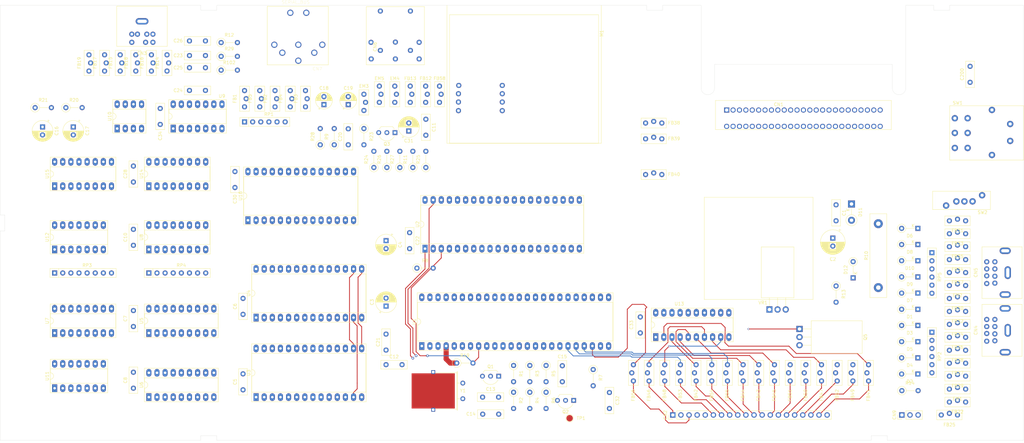
<source format=kicad_pcb>
(kicad_pcb (version 20171130) (host pcbnew 5.1.5)
  (title_block (date 2019-12-02) (rev 1git))
  (layers (0 F.Cu signal) (31 B.Cu signal) (36 B.SilkS user) (37 F.SilkS user) (38 B.Mask user) (39 F.Mask user) (44 Edge.Cuts user))
  (net 0 "")
  (net 1 "Net-(D1-Pad1)")
  (net 2 k0)
  (net 3 k1)
  (net 4 "Net-(D2-Pad1)")
  (net 5 k2)
  (net 6 "Net-(D3-Pad1)")
  (net 7 "Net-(D4-Pad1)")
  (net 8 k3)
  (net 9 k6)
  (net 10 "Net-(D5-Pad1)")
  (net 11 k7)
  (net 12 "Net-(Q2-Pad2)")
  (net 13 GND)
  (net 14 +9V)
  (net 15 "Net-(D12-Pad2)")
  (net 16 VCC)
  (net 17 a2)
  (net 18 d0)
  (net 19 a1)
  (net 20 d1)
  (net 21 a0)
  (net 22 d2)
  (net 23 d3)
  (net 24 ~CS0)
  (net 25 d4)
  (net 26 ~CS1)
  (net 27 d5)
  (net 28 R_~W)
  (net 29 d6)
  (net 30 ~IRQ)
  (net 31 d7)
  (net 32 MUX)
  (net 33 ~RAS)
  (net 34 BA)
  (net 35 ~CAS)
  (net 36 AEC)
  (net 37 PHI0)
  (net 38 a15)
  (net 39 a14)
  (net 40 a13)
  (net 41 a12)
  (net 42 a11)
  (net 43 a10)
  (net 44 a9)
  (net 45 a8)
  (net 46 a7)
  (net 47 a6)
  (net 48 a5)
  (net 49 a4)
  (net 50 a3)
  (net 51 p7)
  (net 52 p6)
  (net 53 p3)
  (net 54 p2)
  (net 55 p1)
  (net 56 p0)
  (net 57 ~RESET)
  (net 58 ~BASIC_CS1)
  (net 59 ~KERNAL_CS1)
  (net 60 /RAM/m4)
  (net 61 /RAM/m5)
  (net 62 /RAM/m6)
  (net 63 /RAM/m0)
  (net 64 /RAM/m1)
  (net 65 /RAM/m2)
  (net 66 /RAM/m3)
  (net 67 /RAM/m7)
  (net 68 SERIAL_RESET)
  (net 69 "Net-(C16-Pad1)")
  (net 70 "Net-(U12-Pad6)")
  (net 71 "Net-(U12-Pad5)")
  (net 72 "Net-(U12-Pad4)")
  (net 73 "Net-(U12-Pad10)")
  (net 74 "Net-(U12-Pad8)")
  (net 75 "Net-(U12-Pad1)")
  (net 76 "Net-(U14-Pad3)")
  (net 77 "Net-(U14-Pad2)")
  (net 78 CASSETTE)
  (net 79 "Net-(U12-Pad2)")
  (net 80 KEYPORT_CS)
  (net 81 "Net-(U16-Pad10)")
  (net 82 "Net-(D6-Pad1)")
  (net 83 "Net-(D7-Pad1)")
  (net 84 "Net-(D8-Pad1)")
  (net 85 "Net-(D9-Pad1)")
  (net 86 "Net-(D10-Pad1)")
  (net 87 "Net-(C15-Pad2)")
  (net 88 "Net-(C13-Pad1)")
  (net 89 "Net-(C13-Pad2)")
  (net 90 "Net-(C15-Pad1)")
  (net 91 "Net-(Q3-Pad3)")
  (net 92 "Net-(M1-Pad2)")
  (net 93 "Net-(FB19-Pad2)")
  (net 94 "Net-(C19-Pad2)")
  (net 95 SND)
  (net 96 "Net-(C18-Pad1)")
  (net 97 "Net-(C31-Pad2)")
  (net 98 "Net-(C25-Pad2)")
  (net 99 "Net-(CN9-Pad1)")
  (net 100 "Net-(C17-Pad1)")
  (net 101 EXT_AUDIO)
  (net 102 "Net-(C31-Pad1)")
  (net 103 "Net-(C18-Pad2)")
  (net 104 "Net-(C24-Pad2)")
  (net 105 "Net-(FB5-Pad2)")
  (net 106 "Net-(FB2-Pad1)")
  (net 107 "Net-(RP3-Pad1)")
  (net 108 "Net-(RP3-Pad3)")
  (net 109 "Net-(RP3-Pad5)")
  (net 110 "Net-(RP3-Pad7)")
  (net 111 "Net-(RP4-Pad7)")
  (net 112 "Net-(RP4-Pad5)")
  (net 113 "Net-(RP4-Pad3)")
  (net 114 "Net-(RP4-Pad1)")
  (net 115 k5)
  (net 116 k4)
  (net 117 p4)
  (net 118 "Net-(EM2-Pad3)")
  (net 119 "Net-(EM1-Pad3)")
  (net 120 "Net-(FB48-Pad2)")
  (net 121 "Net-(FB47-Pad2)")
  (net 122 "Net-(FB46-Pad2)")
  (net 123 "Net-(FB45-Pad2)")
  (net 124 "Net-(FB44-Pad2)")
  (net 125 "Net-(FB43-Pad2)")
  (net 126 "Net-(FB42-Pad2)")
  (net 127 "Net-(FB41-Pad2)")
  (net 128 "Net-(CN2-Pad1)")
  (net 129 "Net-(CN2-Pad3)")
  (net 130 "Net-(CN2-Pad6)")
  (net 131 "Net-(CN2-Pad7)")
  (net 132 "Net-(CN2-Pad8)")
  (net 133 "Net-(CN2-Pad9)")
  (net 134 "Net-(CN2-Pad10)")
  (net 135 "Net-(CN2-Pad11)")
  (net 136 "Net-(CN2-Pad12)")
  (net 137 "Net-(CN2-Pad13)")
  (net 138 "Net-(CN2-Pad14)")
  (net 139 "Net-(CN2-Pad15)")
  (net 140 "Net-(CN2-Pad16)")
  (net 141 "Net-(CN2-Pad17)")
  (net 142 "Net-(CN2-Pad18)")
  (net 143 "Net-(CN2-Pad19)")
  (net 144 "Net-(C12-Pad1)")
  (net 145 "Net-(C11-Pad1)")
  (net 146 C1_HIGH)
  (net 147 C2_LOW)
  (net 148 C2_HIGH)
  (net 149 "Net-(CN1-Pad11)")
  (net 150 PHI2)
  (net 151 "Net-(CN1-PadE)")
  (net 152 "Net-(CN1-PadD)")
  (net 153 C1_LOW)
  (net 154 "Net-(CN3-Pad6)")
  (net 155 "Net-(CN3-Pad1)")
  (net 156 "Net-(CN3-Pad3)")
  (net 157 "Net-(CN3-Pad2)")
  (net 158 "Net-(CN3-Pad5)")
  (net 159 "Net-(CN3-Pad4)")
  (net 160 "Net-(CN4-Pad7)")
  (net 161 "Net-(CN4-Pad8)")
  (net 162 "Net-(CN4-Pad6)")
  (net 163 "Net-(CN4-Pad1)")
  (net 164 "Net-(CN4-Pad3)")
  (net 165 "Net-(CN4-Pad2)")
  (net 166 "Net-(CN4-Pad5)")
  (net 167 "Net-(CN4-Pad4)")
  (net 168 "Net-(CN5-Pad7)")
  (net 169 "Net-(CN5-Pad4)")
  (net 170 "Net-(CN5-Pad5)")
  (net 171 "Net-(CN5-Pad2)")
  (net 172 "Net-(CN5-Pad3)")
  (net 173 "Net-(CN5-Pad1)")
  (net 174 "Net-(CN5-Pad6)")
  (net 175 "Net-(CN5-Pad8)")
  (net 176 "Net-(CN6-Pad6)")
  (net 177 "Net-(CN6-Pad1)")
  (net 178 "Net-(CN6-Pad3)")
  (net 179 "Net-(CN6-Pad2)")
  (net 180 "Net-(CN6-Pad5)")
  (net 181 "Net-(CN6-Pad4)")
  (net 182 "Net-(CN7-Pad3)")
  (net 183 "Net-(CN7-Pad2)")
  (net 184 "Net-(CN7-Pad1)")
  (net 185 "Net-(CN7-Pad4)")
  (net 186 "Net-(CN7-Pad5)")
  (net 187 "Net-(CN7-Pad6)")
  (net 188 "Net-(EM3-Pad1)")
  (net 189 "Net-(EM4-Pad1)")
  (net 190 "Net-(EM5-Pad1)")
  (net 191 SYNC_LUM)
  (net 192 COLOR)
  (module LittleSixteen:Top4 (layer F.Cu) (at 208.788 134.572)
    (fp_text reference G*** hide)
    (fp_text value LOGO hide)
  )
  (module LittleSixteen:Top3 (layer F.Cu) (at 208.788 131.572)
    (fp_text reference G*** hide)
    (fp_text value LOGO hide)
  )
  (module Resistor_THT:R_Array_SIP6 (layer F.Cu) (at 341.376 167.338 270)
    (fp_text reference RP2 (at 7.62 -2.4 90) (layer F.SilkS))
    (fp_text value 3.3k)
    (pad 6 thru_hole oval (at 12.7 0 270) (size 1.6 1.6) (drill 0.8) (layers *.Cu *.Mask) (net 4 "Net-(D2-Pad1)"))
    (pad 5 thru_hole oval (at 10.16 0 270) (size 1.6 1.6) (drill 0.8) (layers *.Cu *.Mask) (net 7 "Net-(D4-Pad1)"))
    (pad 4 thru_hole oval (at 7.62 0 270) (size 1.6 1.6) (drill 0.8) (layers *.Cu *.Mask) (net 10 "Net-(D5-Pad1)"))
    (pad 3 thru_hole oval (at 5.08 0 270) (size 1.6 1.6) (drill 0.8) (layers *.Cu *.Mask) (net 6 "Net-(D3-Pad1)"))
    (pad 2 thru_hole oval (at 2.54 0 270) (size 1.6 1.6) (drill 0.8) (layers *.Cu *.Mask) (net 1 "Net-(D1-Pad1)"))
    (pad 1 thru_hole rect (at 0 0 270) (size 1.6 1.6) (drill 0.8) (layers *.Cu *.Mask) (net 16 VCC))
  )
  (module Resistor_THT:R_Array_SIP6 (layer F.Cu) (at 341.376 142.446 270)
    (fp_text reference RP5 (at 7.62 -2.4 90) (layer F.SilkS))
    (fp_text value 3.3k)
    (pad 1 thru_hole rect (at 0 0 270) (size 1.6 1.6) (drill 0.8) (layers *.Cu *.Mask) (net 16 VCC))
    (pad 2 thru_hole oval (at 2.54 0 270) (size 1.6 1.6) (drill 0.8) (layers *.Cu *.Mask) (net 2 k0))
    (pad 3 thru_hole oval (at 5.08 0 270) (size 1.6 1.6) (drill 0.8) (layers *.Cu *.Mask) (net 5 k2))
    (pad 4 thru_hole oval (at 7.62 0 270) (size 1.6 1.6) (drill 0.8) (layers *.Cu *.Mask) (net 11 k7))
    (pad 5 thru_hole oval (at 10.16 0 270) (size 1.6 1.6) (drill 0.8) (layers *.Cu *.Mask) (net 8 k3))
    (pad 6 thru_hole oval (at 12.7 0 270) (size 1.6 1.6) (drill 0.8) (layers *.Cu *.Mask) (net 3 k1))
  )
  (module Package_DIP:DIP-48_W15.24mm_Socket_LongPads (layer F.Cu) (at 181.864 171.656 90)
    (fp_text reference U1 (at 7.62 -2.33 90) (layer F.SilkS))
    (fp_text value MOS_7360_TED)
    (pad 48 thru_hole oval (at 15.24 0 90) (size 2.4 1.6) (drill 0.8) (layers *.Cu *.Mask) (net 50 a3))
    (pad 24 thru_hole oval (at 0 58.42 90) (size 2.4 1.6) (drill 0.8) (layers *.Cu *.Mask) (net 13 GND))
    (pad 47 thru_hole oval (at 15.24 2.54 90) (size 2.4 1.6) (drill 0.8) (layers *.Cu *.Mask) (net 49 a4))
    (pad 23 thru_hole oval (at 0 55.88 90) (size 2.4 1.6) (drill 0.8) (layers *.Cu *.Mask) (net 191 SYNC_LUM))
    (pad 46 thru_hole oval (at 15.24 5.08 90) (size 2.4 1.6) (drill 0.8) (layers *.Cu *.Mask) (net 48 a5))
    (pad 22 thru_hole oval (at 0 53.34 90) (size 2.4 1.6) (drill 0.8) (layers *.Cu *.Mask) (net 11 k7))
    (pad 45 thru_hole oval (at 15.24 7.62 90) (size 2.4 1.6) (drill 0.8) (layers *.Cu *.Mask) (net 47 a6))
    (pad 21 thru_hole oval (at 0 50.8 90) (size 2.4 1.6) (drill 0.8) (layers *.Cu *.Mask) (net 9 k6))
    (pad 44 thru_hole oval (at 15.24 10.16 90) (size 2.4 1.6) (drill 0.8) (layers *.Cu *.Mask) (net 46 a7))
    (pad 20 thru_hole oval (at 0 48.26 90) (size 2.4 1.6) (drill 0.8) (layers *.Cu *.Mask) (net 115 k5))
    (pad 43 thru_hole oval (at 15.24 12.7 90) (size 2.4 1.6) (drill 0.8) (layers *.Cu *.Mask) (net 45 a8))
    (pad 19 thru_hole oval (at 0 45.72 90) (size 2.4 1.6) (drill 0.8) (layers *.Cu *.Mask) (net 116 k4))
    (pad 42 thru_hole oval (at 15.24 15.24 90) (size 2.4 1.6) (drill 0.8) (layers *.Cu *.Mask) (net 44 a9))
    (pad 18 thru_hole oval (at 0 43.18 90) (size 2.4 1.6) (drill 0.8) (layers *.Cu *.Mask) (net 8 k3))
    (pad 41 thru_hole oval (at 15.24 17.78 90) (size 2.4 1.6) (drill 0.8) (layers *.Cu *.Mask) (net 43 a10))
    (pad 17 thru_hole oval (at 0 40.64 90) (size 2.4 1.6) (drill 0.8) (layers *.Cu *.Mask) (net 5 k2))
    (pad 40 thru_hole oval (at 15.24 20.32 90) (size 2.4 1.6) (drill 0.8) (layers *.Cu *.Mask) (net 42 a11))
    (pad 16 thru_hole oval (at 0 38.1 90) (size 2.4 1.6) (drill 0.8) (layers *.Cu *.Mask) (net 3 k1))
    (pad 39 thru_hole oval (at 15.24 22.86 90) (size 2.4 1.6) (drill 0.8) (layers *.Cu *.Mask) (net 41 a12))
    (pad 15 thru_hole oval (at 0 35.56 90) (size 2.4 1.6) (drill 0.8) (layers *.Cu *.Mask) (net 2 k0))
    (pad 38 thru_hole oval (at 15.24 25.4 90) (size 2.4 1.6) (drill 0.8) (layers *.Cu *.Mask) (net 40 a13))
    (pad 14 thru_hole oval (at 0 33.02 90) (size 2.4 1.6) (drill 0.8) (layers *.Cu *.Mask) (net 12 "Net-(Q2-Pad2)"))
    (pad 37 thru_hole oval (at 15.24 27.94 90) (size 2.4 1.6) (drill 0.8) (layers *.Cu *.Mask) (net 39 a14))
    (pad 13 thru_hole oval (at 0 30.48 90) (size 2.4 1.6) (drill 0.8) (layers *.Cu *.Mask) (net 192 COLOR))
    (pad 36 thru_hole oval (at 15.24 30.48 90) (size 2.4 1.6) (drill 0.8) (layers *.Cu *.Mask) (net 38 a15))
    (pad 12 thru_hole oval (at 0 27.94 90) (size 2.4 1.6) (drill 0.8) (layers *.Cu *.Mask) (net 37 PHI0))
    (pad 35 thru_hole oval (at 15.24 33.02 90) (size 2.4 1.6) (drill 0.8) (layers *.Cu *.Mask) (net 36 AEC))
    (pad 11 thru_hole oval (at 0 25.4 90) (size 2.4 1.6) (drill 0.8) (layers *.Cu *.Mask) (net 35 ~CAS))
    (pad 34 thru_hole oval (at 15.24 35.56 90) (size 2.4 1.6) (drill 0.8) (layers *.Cu *.Mask) (net 34 BA))
    (pad 10 thru_hole oval (at 0 22.86 90) (size 2.4 1.6) (drill 0.8) (layers *.Cu *.Mask) (net 33 ~RAS))
    (pad 33 thru_hole oval (at 15.24 38.1 90) (size 2.4 1.6) (drill 0.8) (layers *.Cu *.Mask) (net 95 SND))
    (pad 9 thru_hole oval (at 0 20.32 90) (size 2.4 1.6) (drill 0.8) (layers *.Cu *.Mask) (net 32 MUX))
    (pad 32 thru_hole oval (at 15.24 40.64 90) (size 2.4 1.6) (drill 0.8) (layers *.Cu *.Mask) (net 31 d7))
    (pad 8 thru_hole oval (at 0 17.78 90) (size 2.4 1.6) (drill 0.8) (layers *.Cu *.Mask) (net 30 ~IRQ))
    (pad 31 thru_hole oval (at 15.24 43.18 90) (size 2.4 1.6) (drill 0.8) (layers *.Cu *.Mask) (net 29 d6))
    (pad 7 thru_hole oval (at 0 15.24 90) (size 2.4 1.6) (drill 0.8) (layers *.Cu *.Mask) (net 28 R_~W))
    (pad 30 thru_hole oval (at 15.24 45.72 90) (size 2.4 1.6) (drill 0.8) (layers *.Cu *.Mask) (net 27 d5))
    (pad 6 thru_hole oval (at 0 12.7 90) (size 2.4 1.6) (drill 0.8) (layers *.Cu *.Mask) (net 26 ~CS1))
    (pad 29 thru_hole oval (at 15.24 48.26 90) (size 2.4 1.6) (drill 0.8) (layers *.Cu *.Mask) (net 25 d4))
    (pad 5 thru_hole oval (at 0 10.16 90) (size 2.4 1.6) (drill 0.8) (layers *.Cu *.Mask) (net 24 ~CS0))
    (pad 28 thru_hole oval (at 15.24 50.8 90) (size 2.4 1.6) (drill 0.8) (layers *.Cu *.Mask) (net 23 d3))
    (pad 4 thru_hole oval (at 0 7.62 90) (size 2.4 1.6) (drill 0.8) (layers *.Cu *.Mask) (net 16 VCC))
    (pad 27 thru_hole oval (at 15.24 53.34 90) (size 2.4 1.6) (drill 0.8) (layers *.Cu *.Mask) (net 22 d2))
    (pad 3 thru_hole oval (at 0 5.08 90) (size 2.4 1.6) (drill 0.8) (layers *.Cu *.Mask) (net 21 a0))
    (pad 26 thru_hole oval (at 15.24 55.88 90) (size 2.4 1.6) (drill 0.8) (layers *.Cu *.Mask) (net 20 d1))
    (pad 2 thru_hole oval (at 0 2.54 90) (size 2.4 1.6) (drill 0.8) (layers *.Cu *.Mask) (net 19 a1))
    (pad 25 thru_hole oval (at 15.24 58.42 90) (size 2.4 1.6) (drill 0.8) (layers *.Cu *.Mask) (net 18 d0))
    (pad 1 thru_hole rect (at 0 0 90) (size 2.4 1.6) (drill 0.8) (layers *.Cu *.Mask) (net 17 a2))
  )
  (module Package_DIP:DIP-40_W15.24mm_Socket_LongPads (layer F.Cu) (at 182.88 141.176 90)
    (fp_text reference U2 (at 7.62 -2.33 90) (layer F.SilkS))
    (fp_text value MOS_8501)
    (pad 40 thru_hole oval (at 15.24 0 90) (size 2.4 1.6) (drill 0.8) (layers *.Cu *.Mask) (net 57 ~RESET))
    (pad 20 thru_hole oval (at 0 48.26 90) (size 2.4 1.6) (drill 0.8) (layers *.Cu *.Mask) (net 13 GND))
    (pad 39 thru_hole oval (at 15.24 2.54 90) (size 2.4 1.6) (drill 0.8) (layers *.Cu *.Mask) (net 28 R_~W))
    (pad 19 thru_hole oval (at 0 45.72 90) (size 2.4 1.6) (drill 0.8) (layers *.Cu *.Mask) (net 40 a13))
    (pad 38 thru_hole oval (at 15.24 5.08 90) (size 2.4 1.6) (drill 0.8) (layers *.Cu *.Mask) (net 18 d0))
    (pad 18 thru_hole oval (at 0 43.18 90) (size 2.4 1.6) (drill 0.8) (layers *.Cu *.Mask) (net 41 a12))
    (pad 37 thru_hole oval (at 15.24 7.62 90) (size 2.4 1.6) (drill 0.8) (layers *.Cu *.Mask) (net 20 d1))
    (pad 17 thru_hole oval (at 0 40.64 90) (size 2.4 1.6) (drill 0.8) (layers *.Cu *.Mask) (net 42 a11))
    (pad 36 thru_hole oval (at 15.24 10.16 90) (size 2.4 1.6) (drill 0.8) (layers *.Cu *.Mask) (net 22 d2))
    (pad 16 thru_hole oval (at 0 38.1 90) (size 2.4 1.6) (drill 0.8) (layers *.Cu *.Mask) (net 43 a10))
    (pad 35 thru_hole oval (at 15.24 12.7 90) (size 2.4 1.6) (drill 0.8) (layers *.Cu *.Mask) (net 23 d3))
    (pad 15 thru_hole oval (at 0 35.56 90) (size 2.4 1.6) (drill 0.8) (layers *.Cu *.Mask) (net 44 a9))
    (pad 34 thru_hole oval (at 15.24 15.24 90) (size 2.4 1.6) (drill 0.8) (layers *.Cu *.Mask) (net 25 d4))
    (pad 14 thru_hole oval (at 0 33.02 90) (size 2.4 1.6) (drill 0.8) (layers *.Cu *.Mask) (net 45 a8))
    (pad 33 thru_hole oval (at 15.24 17.78 90) (size 2.4 1.6) (drill 0.8) (layers *.Cu *.Mask) (net 27 d5))
    (pad 13 thru_hole oval (at 0 30.48 90) (size 2.4 1.6) (drill 0.8) (layers *.Cu *.Mask) (net 46 a7))
    (pad 32 thru_hole oval (at 15.24 20.32 90) (size 2.4 1.6) (drill 0.8) (layers *.Cu *.Mask) (net 29 d6))
    (pad 12 thru_hole oval (at 0 27.94 90) (size 2.4 1.6) (drill 0.8) (layers *.Cu *.Mask) (net 47 a6))
    (pad 31 thru_hole oval (at 15.24 22.86 90) (size 2.4 1.6) (drill 0.8) (layers *.Cu *.Mask) (net 31 d7))
    (pad 11 thru_hole oval (at 0 25.4 90) (size 2.4 1.6) (drill 0.8) (layers *.Cu *.Mask) (net 48 a5))
    (pad 30 thru_hole oval (at 15.24 25.4 90) (size 2.4 1.6) (drill 0.8) (layers *.Cu *.Mask) (net 56 p0))
    (pad 10 thru_hole oval (at 0 22.86 90) (size 2.4 1.6) (drill 0.8) (layers *.Cu *.Mask) (net 49 a4))
    (pad 29 thru_hole oval (at 15.24 27.94 90) (size 2.4 1.6) (drill 0.8) (layers *.Cu *.Mask) (net 55 p1))
    (pad 9 thru_hole oval (at 0 20.32 90) (size 2.4 1.6) (drill 0.8) (layers *.Cu *.Mask) (net 50 a3))
    (pad 28 thru_hole oval (at 15.24 30.48 90) (size 2.4 1.6) (drill 0.8) (layers *.Cu *.Mask) (net 54 p2))
    (pad 8 thru_hole oval (at 0 17.78 90) (size 2.4 1.6) (drill 0.8) (layers *.Cu *.Mask) (net 17 a2))
    (pad 27 thru_hole oval (at 15.24 33.02 90) (size 2.4 1.6) (drill 0.8) (layers *.Cu *.Mask) (net 53 p3))
    (pad 7 thru_hole oval (at 0 15.24 90) (size 2.4 1.6) (drill 0.8) (layers *.Cu *.Mask) (net 19 a1))
    (pad 26 thru_hole oval (at 15.24 35.56 90) (size 2.4 1.6) (drill 0.8) (layers *.Cu *.Mask) (net 117 p4))
    (pad 6 thru_hole oval (at 0 12.7 90) (size 2.4 1.6) (drill 0.8) (layers *.Cu *.Mask) (net 21 a0))
    (pad 25 thru_hole oval (at 15.24 38.1 90) (size 2.4 1.6) (drill 0.8) (layers *.Cu *.Mask) (net 52 p6))
    (pad 5 thru_hole oval (at 0 10.16 90) (size 2.4 1.6) (drill 0.8) (layers *.Cu *.Mask) (net 16 VCC))
    (pad 24 thru_hole oval (at 15.24 40.64 90) (size 2.4 1.6) (drill 0.8) (layers *.Cu *.Mask) (net 51 p7))
    (pad 4 thru_hole oval (at 0 7.62 90) (size 2.4 1.6) (drill 0.8) (layers *.Cu *.Mask) (net 36 AEC))
    (pad 23 thru_hole oval (at 15.24 43.18 90) (size 2.4 1.6) (drill 0.8) (layers *.Cu *.Mask) (net 32 MUX))
    (pad 3 thru_hole oval (at 0 5.08 90) (size 2.4 1.6) (drill 0.8) (layers *.Cu *.Mask) (net 30 ~IRQ))
    (pad 22 thru_hole oval (at 15.24 45.72 90) (size 2.4 1.6) (drill 0.8) (layers *.Cu *.Mask) (net 38 a15))
    (pad 2 thru_hole oval (at 0 2.54 90) (size 2.4 1.6) (drill 0.8) (layers *.Cu *.Mask) (net 34 BA))
    (pad 21 thru_hole oval (at 15.24 48.26 90) (size 2.4 1.6) (drill 0.8) (layers *.Cu *.Mask) (net 39 a14))
    (pad 1 thru_hole rect (at 0 0 90) (size 2.4 1.6) (drill 0.8) (layers *.Cu *.Mask) (net 37 PHI0))
  )
  (module Package_DIP:DIP-28_W15.24mm_Socket_LongPads (layer F.Cu) (at 130.048 187.658 90)
    (fp_text reference U3 (at 7.62 -2.33 90) (layer F.SilkS))
    (fp_text value 23128_BASIC)
    (pad 28 thru_hole oval (at 15.24 0 90) (size 2.4 1.6) (drill 0.8) (layers *.Cu *.Mask) (net 16 VCC))
    (pad 14 thru_hole oval (at 0 33.02 90) (size 2.4 1.6) (drill 0.8) (layers *.Cu *.Mask) (net 13 GND))
    (pad 27 thru_hole oval (at 15.24 2.54 90) (size 2.4 1.6) (drill 0.8) (layers *.Cu *.Mask) (net 16 VCC))
    (pad 13 thru_hole oval (at 0 30.48 90) (size 2.4 1.6) (drill 0.8) (layers *.Cu *.Mask) (net 22 d2))
    (pad 26 thru_hole oval (at 15.24 5.08 90) (size 2.4 1.6) (drill 0.8) (layers *.Cu *.Mask) (net 40 a13))
    (pad 12 thru_hole oval (at 0 27.94 90) (size 2.4 1.6) (drill 0.8) (layers *.Cu *.Mask) (net 20 d1))
    (pad 25 thru_hole oval (at 15.24 7.62 90) (size 2.4 1.6) (drill 0.8) (layers *.Cu *.Mask) (net 45 a8))
    (pad 11 thru_hole oval (at 0 25.4 90) (size 2.4 1.6) (drill 0.8) (layers *.Cu *.Mask) (net 18 d0))
    (pad 24 thru_hole oval (at 15.24 10.16 90) (size 2.4 1.6) (drill 0.8) (layers *.Cu *.Mask) (net 44 a9))
    (pad 10 thru_hole oval (at 0 22.86 90) (size 2.4 1.6) (drill 0.8) (layers *.Cu *.Mask) (net 21 a0))
    (pad 23 thru_hole oval (at 15.24 12.7 90) (size 2.4 1.6) (drill 0.8) (layers *.Cu *.Mask) (net 42 a11))
    (pad 9 thru_hole oval (at 0 20.32 90) (size 2.4 1.6) (drill 0.8) (layers *.Cu *.Mask) (net 19 a1))
    (pad 22 thru_hole oval (at 15.24 15.24 90) (size 2.4 1.6) (drill 0.8) (layers *.Cu *.Mask) (net 58 ~BASIC_CS1))
    (pad 8 thru_hole oval (at 0 17.78 90) (size 2.4 1.6) (drill 0.8) (layers *.Cu *.Mask) (net 17 a2))
    (pad 21 thru_hole oval (at 15.24 17.78 90) (size 2.4 1.6) (drill 0.8) (layers *.Cu *.Mask) (net 43 a10))
    (pad 7 thru_hole oval (at 0 15.24 90) (size 2.4 1.6) (drill 0.8) (layers *.Cu *.Mask) (net 50 a3))
    (pad 20 thru_hole oval (at 15.24 20.32 90) (size 2.4 1.6) (drill 0.8) (layers *.Cu *.Mask) (net 13 GND))
    (pad 6 thru_hole oval (at 0 12.7 90) (size 2.4 1.6) (drill 0.8) (layers *.Cu *.Mask) (net 49 a4))
    (pad 19 thru_hole oval (at 15.24 22.86 90) (size 2.4 1.6) (drill 0.8) (layers *.Cu *.Mask) (net 31 d7))
    (pad 5 thru_hole oval (at 0 10.16 90) (size 2.4 1.6) (drill 0.8) (layers *.Cu *.Mask) (net 48 a5))
    (pad 18 thru_hole oval (at 15.24 25.4 90) (size 2.4 1.6) (drill 0.8) (layers *.Cu *.Mask) (net 29 d6))
    (pad 4 thru_hole oval (at 0 7.62 90) (size 2.4 1.6) (drill 0.8) (layers *.Cu *.Mask) (net 47 a6))
    (pad 17 thru_hole oval (at 15.24 27.94 90) (size 2.4 1.6) (drill 0.8) (layers *.Cu *.Mask) (net 27 d5))
    (pad 3 thru_hole oval (at 0 5.08 90) (size 2.4 1.6) (drill 0.8) (layers *.Cu *.Mask) (net 46 a7))
    (pad 16 thru_hole oval (at 15.24 30.48 90) (size 2.4 1.6) (drill 0.8) (layers *.Cu *.Mask) (net 25 d4))
    (pad 2 thru_hole oval (at 0 2.54 90) (size 2.4 1.6) (drill 0.8) (layers *.Cu *.Mask) (net 41 a12))
    (pad 15 thru_hole oval (at 15.24 33.02 90) (size 2.4 1.6) (drill 0.8) (layers *.Cu *.Mask) (net 23 d3))
    (pad 1 thru_hole rect (at 0 0 90) (size 2.4 1.6) (drill 0.8) (layers *.Cu *.Mask) (net 16 VCC))
  )
  (module Package_DIP:DIP-28_W15.24mm_Socket_LongPads (layer F.Cu) (at 130.048 162.766 90)
    (fp_text reference U4 (at 7.62 -2.33 90) (layer F.SilkS))
    (fp_text value 23128_KERNAL)
    (pad 1 thru_hole rect (at 0 0 90) (size 2.4 1.6) (drill 0.8) (layers *.Cu *.Mask) (net 16 VCC))
    (pad 15 thru_hole oval (at 15.24 33.02 90) (size 2.4 1.6) (drill 0.8) (layers *.Cu *.Mask) (net 23 d3))
    (pad 2 thru_hole oval (at 0 2.54 90) (size 2.4 1.6) (drill 0.8) (layers *.Cu *.Mask) (net 41 a12))
    (pad 16 thru_hole oval (at 15.24 30.48 90) (size 2.4 1.6) (drill 0.8) (layers *.Cu *.Mask) (net 25 d4))
    (pad 3 thru_hole oval (at 0 5.08 90) (size 2.4 1.6) (drill 0.8) (layers *.Cu *.Mask) (net 46 a7))
    (pad 17 thru_hole oval (at 15.24 27.94 90) (size 2.4 1.6) (drill 0.8) (layers *.Cu *.Mask) (net 27 d5))
    (pad 4 thru_hole oval (at 0 7.62 90) (size 2.4 1.6) (drill 0.8) (layers *.Cu *.Mask) (net 47 a6))
    (pad 18 thru_hole oval (at 15.24 25.4 90) (size 2.4 1.6) (drill 0.8) (layers *.Cu *.Mask) (net 29 d6))
    (pad 5 thru_hole oval (at 0 10.16 90) (size 2.4 1.6) (drill 0.8) (layers *.Cu *.Mask) (net 48 a5))
    (pad 19 thru_hole oval (at 15.24 22.86 90) (size 2.4 1.6) (drill 0.8) (layers *.Cu *.Mask) (net 31 d7))
    (pad 6 thru_hole oval (at 0 12.7 90) (size 2.4 1.6) (drill 0.8) (layers *.Cu *.Mask) (net 49 a4))
    (pad 20 thru_hole oval (at 15.24 20.32 90) (size 2.4 1.6) (drill 0.8) (layers *.Cu *.Mask) (net 13 GND))
    (pad 7 thru_hole oval (at 0 15.24 90) (size 2.4 1.6) (drill 0.8) (layers *.Cu *.Mask) (net 50 a3))
    (pad 21 thru_hole oval (at 15.24 17.78 90) (size 2.4 1.6) (drill 0.8) (layers *.Cu *.Mask) (net 43 a10))
    (pad 8 thru_hole oval (at 0 17.78 90) (size 2.4 1.6) (drill 0.8) (layers *.Cu *.Mask) (net 17 a2))
    (pad 22 thru_hole oval (at 15.24 15.24 90) (size 2.4 1.6) (drill 0.8) (layers *.Cu *.Mask) (net 59 ~KERNAL_CS1))
    (pad 9 thru_hole oval (at 0 20.32 90) (size 2.4 1.6) (drill 0.8) (layers *.Cu *.Mask) (net 19 a1))
    (pad 23 thru_hole oval (at 15.24 12.7 90) (size 2.4 1.6) (drill 0.8) (layers *.Cu *.Mask) (net 42 a11))
    (pad 10 thru_hole oval (at 0 22.86 90) (size 2.4 1.6) (drill 0.8) (layers *.Cu *.Mask) (net 21 a0))
    (pad 24 thru_hole oval (at 15.24 10.16 90) (size 2.4 1.6) (drill 0.8) (layers *.Cu *.Mask) (net 44 a9))
    (pad 11 thru_hole oval (at 0 25.4 90) (size 2.4 1.6) (drill 0.8) (layers *.Cu *.Mask) (net 18 d0))
    (pad 25 thru_hole oval (at 15.24 7.62 90) (size 2.4 1.6) (drill 0.8) (layers *.Cu *.Mask) (net 45 a8))
    (pad 12 thru_hole oval (at 0 27.94 90) (size 2.4 1.6) (drill 0.8) (layers *.Cu *.Mask) (net 20 d1))
    (pad 26 thru_hole oval (at 15.24 5.08 90) (size 2.4 1.6) (drill 0.8) (layers *.Cu *.Mask) (net 40 a13))
    (pad 13 thru_hole oval (at 0 30.48 90) (size 2.4 1.6) (drill 0.8) (layers *.Cu *.Mask) (net 22 d2))
    (pad 27 thru_hole oval (at 15.24 2.54 90) (size 2.4 1.6) (drill 0.8) (layers *.Cu *.Mask) (net 16 VCC))
    (pad 14 thru_hole oval (at 0 33.02 90) (size 2.4 1.6) (drill 0.8) (layers *.Cu *.Mask) (net 13 GND))
    (pad 28 thru_hole oval (at 15.24 0 90) (size 2.4 1.6) (drill 0.8) (layers *.Cu *.Mask) (net 16 VCC))
  )
  (module Package_DIP:DIP-18_W7.62mm_Socket_LongPads (layer F.Cu) (at 96.52 167.592 90)
    (fp_text reference U5 (at 3.81 -2.33 90) (layer F.SilkS))
    (fp_text value 4416)
    (pad 1 thru_hole rect (at 0 0 90) (size 2.4 1.6) (drill 0.8) (layers *.Cu *.Mask) (net 13 GND))
    (pad 10 thru_hole oval (at 7.62 20.32 90) (size 2.4 1.6) (drill 0.8) (layers *.Cu *.Mask) (net 67 /RAM/m7))
    (pad 2 thru_hole oval (at 0 2.54 90) (size 2.4 1.6) (drill 0.8) (layers *.Cu *.Mask) (net 18 d0))
    (pad 11 thru_hole oval (at 7.62 17.78 90) (size 2.4 1.6) (drill 0.8) (layers *.Cu *.Mask) (net 66 /RAM/m3))
    (pad 3 thru_hole oval (at 0 5.08 90) (size 2.4 1.6) (drill 0.8) (layers *.Cu *.Mask) (net 20 d1))
    (pad 12 thru_hole oval (at 7.62 15.24 90) (size 2.4 1.6) (drill 0.8) (layers *.Cu *.Mask) (net 65 /RAM/m2))
    (pad 4 thru_hole oval (at 0 7.62 90) (size 2.4 1.6) (drill 0.8) (layers *.Cu *.Mask) (net 28 R_~W))
    (pad 13 thru_hole oval (at 7.62 12.7 90) (size 2.4 1.6) (drill 0.8) (layers *.Cu *.Mask) (net 64 /RAM/m1))
    (pad 5 thru_hole oval (at 0 10.16 90) (size 2.4 1.6) (drill 0.8) (layers *.Cu *.Mask) (net 33 ~RAS))
    (pad 14 thru_hole oval (at 7.62 10.16 90) (size 2.4 1.6) (drill 0.8) (layers *.Cu *.Mask) (net 63 /RAM/m0))
    (pad 6 thru_hole oval (at 0 12.7 90) (size 2.4 1.6) (drill 0.8) (layers *.Cu *.Mask) (net 62 /RAM/m6))
    (pad 15 thru_hole oval (at 7.62 7.62 90) (size 2.4 1.6) (drill 0.8) (layers *.Cu *.Mask) (net 22 d2))
    (pad 7 thru_hole oval (at 0 15.24 90) (size 2.4 1.6) (drill 0.8) (layers *.Cu *.Mask) (net 61 /RAM/m5))
    (pad 16 thru_hole oval (at 7.62 5.08 90) (size 2.4 1.6) (drill 0.8) (layers *.Cu *.Mask) (net 35 ~CAS))
    (pad 8 thru_hole oval (at 0 17.78 90) (size 2.4 1.6) (drill 0.8) (layers *.Cu *.Mask) (net 60 /RAM/m4))
    (pad 17 thru_hole oval (at 7.62 2.54 90) (size 2.4 1.6) (drill 0.8) (layers *.Cu *.Mask) (net 23 d3))
    (pad 9 thru_hole oval (at 0 20.32 90) (size 2.4 1.6) (drill 0.8) (layers *.Cu *.Mask) (net 16 VCC))
    (pad 18 thru_hole oval (at 7.62 0 90) (size 2.4 1.6) (drill 0.8) (layers *.Cu *.Mask) (net 13 GND))
  )
  (module Package_DIP:DIP-18_W7.62mm_Socket_LongPads (layer F.Cu) (at 96.52 187.658 90)
    (fp_text reference U6 (at 3.81 -2.33 90) (layer F.SilkS))
    (fp_text value 4416)
    (pad 18 thru_hole oval (at 7.62 0 90) (size 2.4 1.6) (drill 0.8) (layers *.Cu *.Mask) (net 13 GND))
    (pad 9 thru_hole oval (at 0 20.32 90) (size 2.4 1.6) (drill 0.8) (layers *.Cu *.Mask) (net 16 VCC))
    (pad 17 thru_hole oval (at 7.62 2.54 90) (size 2.4 1.6) (drill 0.8) (layers *.Cu *.Mask) (net 31 d7))
    (pad 8 thru_hole oval (at 0 17.78 90) (size 2.4 1.6) (drill 0.8) (layers *.Cu *.Mask) (net 60 /RAM/m4))
    (pad 16 thru_hole oval (at 7.62 5.08 90) (size 2.4 1.6) (drill 0.8) (layers *.Cu *.Mask) (net 35 ~CAS))
    (pad 7 thru_hole oval (at 0 15.24 90) (size 2.4 1.6) (drill 0.8) (layers *.Cu *.Mask) (net 61 /RAM/m5))
    (pad 15 thru_hole oval (at 7.62 7.62 90) (size 2.4 1.6) (drill 0.8) (layers *.Cu *.Mask) (net 29 d6))
    (pad 6 thru_hole oval (at 0 12.7 90) (size 2.4 1.6) (drill 0.8) (layers *.Cu *.Mask) (net 62 /RAM/m6))
    (pad 14 thru_hole oval (at 7.62 10.16 90) (size 2.4 1.6) (drill 0.8) (layers *.Cu *.Mask) (net 63 /RAM/m0))
    (pad 5 thru_hole oval (at 0 10.16 90) (size 2.4 1.6) (drill 0.8) (layers *.Cu *.Mask) (net 33 ~RAS))
    (pad 13 thru_hole oval (at 7.62 12.7 90) (size 2.4 1.6) (drill 0.8) (layers *.Cu *.Mask) (net 64 /RAM/m1))
    (pad 4 thru_hole oval (at 0 7.62 90) (size 2.4 1.6) (drill 0.8) (layers *.Cu *.Mask) (net 28 R_~W))
    (pad 12 thru_hole oval (at 7.62 15.24 90) (size 2.4 1.6) (drill 0.8) (layers *.Cu *.Mask) (net 65 /RAM/m2))
    (pad 3 thru_hole oval (at 0 5.08 90) (size 2.4 1.6) (drill 0.8) (layers *.Cu *.Mask) (net 27 d5))
    (pad 11 thru_hole oval (at 7.62 17.78 90) (size 2.4 1.6) (drill 0.8) (layers *.Cu *.Mask) (net 66 /RAM/m3))
    (pad 2 thru_hole oval (at 0 2.54 90) (size 2.4 1.6) (drill 0.8) (layers *.Cu *.Mask) (net 25 d4))
    (pad 10 thru_hole oval (at 7.62 20.32 90) (size 2.4 1.6) (drill 0.8) (layers *.Cu *.Mask) (net 67 /RAM/m7))
    (pad 1 thru_hole rect (at 0 0 90) (size 2.4 1.6) (drill 0.8) (layers *.Cu *.Mask) (net 13 GND))
  )
  (module Package_DIP:DIP-16_W7.62mm_Socket_LongPads (layer F.Cu) (at 67.056 167.592 90)
    (fp_text reference U7 (at 3.81 -2.33 90) (layer F.SilkS))
    (fp_text value 74LS257)
    (pad 16 thru_hole oval (at 7.62 0 90) (size 2.4 1.6) (drill 0.8) (layers *.Cu *.Mask) (net 16 VCC))
    (pad 8 thru_hole oval (at 0 17.78 90) (size 2.4 1.6) (drill 0.8) (layers *.Cu *.Mask) (net 13 GND))
    (pad 15 thru_hole oval (at 7.62 2.54 90) (size 2.4 1.6) (drill 0.8) (layers *.Cu *.Mask) (net 13 GND))
    (pad 7 thru_hole oval (at 0 15.24 90) (size 2.4 1.6) (drill 0.8) (layers *.Cu *.Mask) (net 108 "Net-(RP3-Pad3)"))
    (pad 14 thru_hole oval (at 7.62 5.08 90) (size 2.4 1.6) (drill 0.8) (layers *.Cu *.Mask) (net 43 a10))
    (pad 6 thru_hole oval (at 0 12.7 90) (size 2.4 1.6) (drill 0.8) (layers *.Cu *.Mask) (net 19 a1))
    (pad 13 thru_hole oval (at 7.62 7.62 90) (size 2.4 1.6) (drill 0.8) (layers *.Cu *.Mask) (net 44 a9))
    (pad 5 thru_hole oval (at 0 10.16 90) (size 2.4 1.6) (drill 0.8) (layers *.Cu *.Mask) (net 45 a8))
    (pad 12 thru_hole oval (at 7.62 10.16 90) (size 2.4 1.6) (drill 0.8) (layers *.Cu *.Mask) (net 110 "Net-(RP3-Pad7)"))
    (pad 4 thru_hole oval (at 0 7.62 90) (size 2.4 1.6) (drill 0.8) (layers *.Cu *.Mask) (net 107 "Net-(RP3-Pad1)"))
    (pad 11 thru_hole oval (at 7.62 12.7 90) (size 2.4 1.6) (drill 0.8) (layers *.Cu *.Mask) (net 44 a9))
    (pad 3 thru_hole oval (at 0 5.08 90) (size 2.4 1.6) (drill 0.8) (layers *.Cu *.Mask) (net 21 a0))
    (pad 10 thru_hole oval (at 7.62 15.24 90) (size 2.4 1.6) (drill 0.8) (layers *.Cu *.Mask) (net 17 a2))
    (pad 2 thru_hole oval (at 0 2.54 90) (size 2.4 1.6) (drill 0.8) (layers *.Cu *.Mask) (net 16 VCC))
    (pad 9 thru_hole oval (at 7.62 17.78 90) (size 2.4 1.6) (drill 0.8) (layers *.Cu *.Mask) (net 109 "Net-(RP3-Pad5)"))
    (pad 1 thru_hole rect (at 0 0 90) (size 2.4 1.6) (drill 0.8) (layers *.Cu *.Mask) (net 32 MUX))
  )
  (module Package_DIP:DIP-16_W7.62mm_Socket_LongPads (layer F.Cu) (at 96.52 141.43 90)
    (fp_text reference U8 (at 3.81 -2.33 90) (layer F.SilkS))
    (fp_text value 74LS257)
    (pad 1 thru_hole rect (at 0 0 90) (size 2.4 1.6) (drill 0.8) (layers *.Cu *.Mask) (net 32 MUX))
    (pad 9 thru_hole oval (at 7.62 17.78 90) (size 2.4 1.6) (drill 0.8) (layers *.Cu *.Mask) (net 112 "Net-(RP4-Pad5)"))
    (pad 2 thru_hole oval (at 0 2.54 90) (size 2.4 1.6) (drill 0.8) (layers *.Cu *.Mask) (net 42 a11))
    (pad 10 thru_hole oval (at 7.62 15.24 90) (size 2.4 1.6) (drill 0.8) (layers *.Cu *.Mask) (net 47 a6))
    (pad 3 thru_hole oval (at 0 5.08 90) (size 2.4 1.6) (drill 0.8) (layers *.Cu *.Mask) (net 49 a4))
    (pad 11 thru_hole oval (at 7.62 12.7 90) (size 2.4 1.6) (drill 0.8) (layers *.Cu *.Mask) (net 40 a13))
    (pad 4 thru_hole oval (at 0 7.62 90) (size 2.4 1.6) (drill 0.8) (layers *.Cu *.Mask) (net 114 "Net-(RP4-Pad1)"))
    (pad 12 thru_hole oval (at 7.62 10.16 90) (size 2.4 1.6) (drill 0.8) (layers *.Cu *.Mask) (net 111 "Net-(RP4-Pad7)"))
    (pad 5 thru_hole oval (at 0 10.16 90) (size 2.4 1.6) (drill 0.8) (layers *.Cu *.Mask) (net 41 a12))
    (pad 13 thru_hole oval (at 7.62 7.62 90) (size 2.4 1.6) (drill 0.8) (layers *.Cu *.Mask) (net 46 a7))
    (pad 6 thru_hole oval (at 0 12.7 90) (size 2.4 1.6) (drill 0.8) (layers *.Cu *.Mask) (net 48 a5))
    (pad 14 thru_hole oval (at 7.62 5.08 90) (size 2.4 1.6) (drill 0.8) (layers *.Cu *.Mask) (net 16 VCC))
    (pad 7 thru_hole oval (at 0 15.24 90) (size 2.4 1.6) (drill 0.8) (layers *.Cu *.Mask) (net 113 "Net-(RP4-Pad3)"))
    (pad 15 thru_hole oval (at 7.62 2.54 90) (size 2.4 1.6) (drill 0.8) (layers *.Cu *.Mask) (net 13 GND))
    (pad 8 thru_hole oval (at 0 17.78 90) (size 2.4 1.6) (drill 0.8) (layers *.Cu *.Mask) (net 13 GND))
    (pad 16 thru_hole oval (at 7.62 0 90) (size 2.4 1.6) (drill 0.8) (layers *.Cu *.Mask) (net 16 VCC))
  )
  (module Package_DIP:DIP-14_W7.62mm_Socket_LongPads (layer F.Cu) (at 104.14 103.584 90)
    (fp_text reference U9 (at 10.16 15.24 180) (layer F.SilkS))
    (fp_text value 74LS06)
    (pad 14 thru_hole oval (at 7.62 0 90) (size 2.4 1.6) (drill 0.8) (layers *.Cu *.Mask) (net 16 VCC))
    (pad 7 thru_hole oval (at 0 15.24 90) (size 2.4 1.6) (drill 0.8) (layers *.Cu *.Mask) (net 13 GND))
    (pad 13 thru_hole oval (at 7.62 2.54 90) (size 2.4 1.6) (drill 0.8) (layers *.Cu *.Mask) (net 56 p0))
    (pad 6 thru_hole oval (at 0 12.7 90) (size 2.4 1.6) (drill 0.8) (layers *.Cu *.Mask) (net 15 "Net-(D12-Pad2)"))
    (pad 12 thru_hole oval (at 7.62 5.08 90) (size 2.4 1.6) (drill 0.8) (layers *.Cu *.Mask) (net 51 p7))
    (pad 5 thru_hole oval (at 0 10.16 90) (size 2.4 1.6) (drill 0.8) (layers *.Cu *.Mask) (net 53 p3))
    (pad 11 thru_hole oval (at 7.62 7.62 90) (size 2.4 1.6) (drill 0.8) (layers *.Cu *.Mask) (net 55 p1))
    (pad 4 thru_hole oval (at 0 7.62 90) (size 2.4 1.6) (drill 0.8) (layers *.Cu *.Mask) (net 106 "Net-(FB2-Pad1)"))
    (pad 10 thru_hole oval (at 7.62 10.16 90) (size 2.4 1.6) (drill 0.8) (layers *.Cu *.Mask) (net 52 p6))
    (pad 3 thru_hole oval (at 0 5.08 90) (size 2.4 1.6) (drill 0.8) (layers *.Cu *.Mask) (net 68 SERIAL_RESET))
    (pad 9 thru_hole oval (at 7.62 12.7 90) (size 2.4 1.6) (drill 0.8) (layers *.Cu *.Mask) (net 54 p2))
    (pad 2 thru_hole oval (at 0 2.54 90) (size 2.4 1.6) (drill 0.8) (layers *.Cu *.Mask) (net 57 ~RESET))
    (pad 8 thru_hole oval (at 7.62 15.24 90) (size 2.4 1.6) (drill 0.8) (layers *.Cu *.Mask) (net 105 "Net-(FB5-Pad2)"))
    (pad 1 thru_hole rect (at 0 0 90) (size 2.4 1.6) (drill 0.8) (layers *.Cu *.Mask) (net 68 SERIAL_RESET))
  )
  (module Package_DIP:DIP-8_W7.62mm_Socket_LongPads (layer F.Cu) (at 86.614 103.584 90)
    (fp_text reference U10 (at 3.81 -2.33 90) (layer F.SilkS))
    (fp_text value NE555)
    (pad 8 thru_hole oval (at 7.62 0 90) (size 2.4 1.6) (drill 0.8) (layers *.Cu *.Mask) (net 16 VCC))
    (pad 4 thru_hole oval (at 0 7.62 90) (size 2.4 1.6) (drill 0.8) (layers *.Cu *.Mask) (net 16 VCC))
    (pad 7 thru_hole oval (at 7.62 2.54 90) (size 2.4 1.6) (drill 0.8) (layers *.Cu *.Mask) (net 69 "Net-(C16-Pad1)"))
    (pad 3 thru_hole oval (at 0 5.08 90) (size 2.4 1.6) (drill 0.8) (layers *.Cu *.Mask) (net 68 SERIAL_RESET))
    (pad 6 thru_hole oval (at 7.62 5.08 90) (size 2.4 1.6) (drill 0.8) (layers *.Cu *.Mask) (net 69 "Net-(C16-Pad1)"))
    (pad 2 thru_hole oval (at 0 2.54 90) (size 2.4 1.6) (drill 0.8) (layers *.Cu *.Mask) (net 100 "Net-(C17-Pad1)"))
    (pad 5 thru_hole oval (at 7.62 7.62 90) (size 2.4 1.6) (drill 0.8) (layers *.Cu *.Mask))
    (pad 1 thru_hole rect (at 0 0 90) (size 2.4 1.6) (drill 0.8) (layers *.Cu *.Mask) (net 13 GND))
  )
  (module Package_DIP:DIP-14_W7.62mm_Socket_LongPads (layer F.Cu) (at 67.056 184.864 90)
    (fp_text reference U11 (at 3.81 -2.33 90) (layer F.SilkS))
    (fp_text value 74LS125)
    (pad 14 thru_hole oval (at 7.62 0 90) (size 2.4 1.6) (drill 0.8) (layers *.Cu *.Mask) (net 16 VCC))
    (pad 7 thru_hole oval (at 0 15.24 90) (size 2.4 1.6) (drill 0.8) (layers *.Cu *.Mask) (net 13 GND))
    (pad 13 thru_hole oval (at 7.62 2.54 90) (size 2.4 1.6) (drill 0.8) (layers *.Cu *.Mask))
    (pad 6 thru_hole oval (at 0 12.7 90) (size 2.4 1.6) (drill 0.8) (layers *.Cu *.Mask) (net 118 "Net-(EM2-Pad3)"))
    (pad 12 thru_hole oval (at 7.62 5.08 90) (size 2.4 1.6) (drill 0.8) (layers *.Cu *.Mask))
    (pad 5 thru_hole oval (at 0 10.16 90) (size 2.4 1.6) (drill 0.8) (layers *.Cu *.Mask) (net 20 d1))
    (pad 11 thru_hole oval (at 7.62 7.62 90) (size 2.4 1.6) (drill 0.8) (layers *.Cu *.Mask))
    (pad 4 thru_hole oval (at 0 7.62 90) (size 2.4 1.6) (drill 0.8) (layers *.Cu *.Mask) (net 13 GND))
    (pad 10 thru_hole oval (at 7.62 10.16 90) (size 2.4 1.6) (drill 0.8) (layers *.Cu *.Mask) (net 78 CASSETTE))
    (pad 3 thru_hole oval (at 0 5.08 90) (size 2.4 1.6) (drill 0.8) (layers *.Cu *.Mask) (net 119 "Net-(EM1-Pad3)"))
    (pad 9 thru_hole oval (at 7.62 12.7 90) (size 2.4 1.6) (drill 0.8) (layers *.Cu *.Mask) (net 98 "Net-(C25-Pad2)"))
    (pad 2 thru_hole oval (at 0 2.54 90) (size 2.4 1.6) (drill 0.8) (layers *.Cu *.Mask) (net 22 d2))
    (pad 8 thru_hole oval (at 7.62 15.24 90) (size 2.4 1.6) (drill 0.8) (layers *.Cu *.Mask) (net 22 d2))
    (pad 1 thru_hole rect (at 0 0 90) (size 2.4 1.6) (drill 0.8) (layers *.Cu *.Mask) (net 13 GND))
  )
  (module Package_DIP:DIP-14_W7.62mm_Socket_LongPads (layer F.Cu) (at 67.056 141.43 90)
    (fp_text reference U12 (at 3.81 -2.33 90) (layer F.SilkS))
    (fp_text value 74LS02)
    (pad 1 thru_hole rect (at 0 0 90) (size 2.4 1.6) (drill 0.8) (layers *.Cu *.Mask) (net 75 "Net-(U12-Pad1)"))
    (pad 8 thru_hole oval (at 7.62 15.24 90) (size 2.4 1.6) (drill 0.8) (layers *.Cu *.Mask) (net 74 "Net-(U12-Pad8)"))
    (pad 2 thru_hole oval (at 0 2.54 90) (size 2.4 1.6) (drill 0.8) (layers *.Cu *.Mask) (net 79 "Net-(U12-Pad2)"))
    (pad 9 thru_hole oval (at 7.62 12.7 90) (size 2.4 1.6) (drill 0.8) (layers *.Cu *.Mask) (net 70 "Net-(U12-Pad6)"))
    (pad 3 thru_hole oval (at 0 5.08 90) (size 2.4 1.6) (drill 0.8) (layers *.Cu *.Mask) (net 28 R_~W))
    (pad 10 thru_hole oval (at 7.62 10.16 90) (size 2.4 1.6) (drill 0.8) (layers *.Cu *.Mask) (net 73 "Net-(U12-Pad10)"))
    (pad 4 thru_hole oval (at 0 7.62 90) (size 2.4 1.6) (drill 0.8) (layers *.Cu *.Mask) (net 72 "Net-(U12-Pad4)"))
    (pad 11 thru_hole oval (at 7.62 7.62 90) (size 2.4 1.6) (drill 0.8) (layers *.Cu *.Mask))
    (pad 5 thru_hole oval (at 0 10.16 90) (size 2.4 1.6) (drill 0.8) (layers *.Cu *.Mask) (net 71 "Net-(U12-Pad5)"))
    (pad 12 thru_hole oval (at 7.62 5.08 90) (size 2.4 1.6) (drill 0.8) (layers *.Cu *.Mask))
    (pad 6 thru_hole oval (at 0 12.7 90) (size 2.4 1.6) (drill 0.8) (layers *.Cu *.Mask) (net 70 "Net-(U12-Pad6)"))
    (pad 13 thru_hole oval (at 7.62 2.54 90) (size 2.4 1.6) (drill 0.8) (layers *.Cu *.Mask))
    (pad 7 thru_hole oval (at 0 15.24 90) (size 2.4 1.6) (drill 0.8) (layers *.Cu *.Mask) (net 13 GND))
    (pad 14 thru_hole oval (at 7.62 0 90) (size 2.4 1.6) (drill 0.8) (layers *.Cu *.Mask) (net 16 VCC))
  )
  (module Package_DIP:DIP-20_W7.62mm_Socket_LongPads (layer F.Cu) (at 255.016 168.862 90)
    (fp_text reference U13 (at 10.414 7.366 180) (layer F.SilkS))
    (fp_text value MOS_6529)
    (pad 20 thru_hole oval (at 7.62 0 90) (size 2.4 1.6) (drill 0.8) (layers *.Cu *.Mask) (net 16 VCC))
    (pad 10 thru_hole oval (at 0 22.86 90) (size 2.4 1.6) (drill 0.8) (layers *.Cu *.Mask) (net 13 GND))
    (pad 19 thru_hole oval (at 7.62 2.54 90) (size 2.4 1.6) (drill 0.8) (layers *.Cu *.Mask) (net 80 KEYPORT_CS))
    (pad 9 thru_hole oval (at 0 20.32 90) (size 2.4 1.6) (drill 0.8) (layers *.Cu *.Mask) (net 120 "Net-(FB48-Pad2)"))
    (pad 18 thru_hole oval (at 7.62 5.08 90) (size 2.4 1.6) (drill 0.8) (layers *.Cu *.Mask) (net 18 d0))
    (pad 8 thru_hole oval (at 0 17.78 90) (size 2.4 1.6) (drill 0.8) (layers *.Cu *.Mask) (net 121 "Net-(FB47-Pad2)"))
    (pad 17 thru_hole oval (at 7.62 7.62 90) (size 2.4 1.6) (drill 0.8) (layers *.Cu *.Mask) (net 20 d1))
    (pad 7 thru_hole oval (at 0 15.24 90) (size 2.4 1.6) (drill 0.8) (layers *.Cu *.Mask) (net 122 "Net-(FB46-Pad2)"))
    (pad 16 thru_hole oval (at 7.62 10.16 90) (size 2.4 1.6) (drill 0.8) (layers *.Cu *.Mask) (net 22 d2))
    (pad 6 thru_hole oval (at 0 12.7 90) (size 2.4 1.6) (drill 0.8) (layers *.Cu *.Mask) (net 123 "Net-(FB45-Pad2)"))
    (pad 15 thru_hole oval (at 7.62 12.7 90) (size 2.4 1.6) (drill 0.8) (layers *.Cu *.Mask) (net 23 d3))
    (pad 5 thru_hole oval (at 0 10.16 90) (size 2.4 1.6) (drill 0.8) (layers *.Cu *.Mask) (net 124 "Net-(FB44-Pad2)"))
    (pad 14 thru_hole oval (at 7.62 15.24 90) (size 2.4 1.6) (drill 0.8) (layers *.Cu *.Mask) (net 25 d4))
    (pad 4 thru_hole oval (at 0 7.62 90) (size 2.4 1.6) (drill 0.8) (layers *.Cu *.Mask) (net 125 "Net-(FB43-Pad2)"))
    (pad 13 thru_hole oval (at 7.62 17.78 90) (size 2.4 1.6) (drill 0.8) (layers *.Cu *.Mask) (net 27 d5))
    (pad 3 thru_hole oval (at 0 5.08 90) (size 2.4 1.6) (drill 0.8) (layers *.Cu *.Mask) (net 126 "Net-(FB42-Pad2)"))
    (pad 12 thru_hole oval (at 7.62 20.32 90) (size 2.4 1.6) (drill 0.8) (layers *.Cu *.Mask) (net 29 d6))
    (pad 2 thru_hole oval (at 0 2.54 90) (size 2.4 1.6) (drill 0.8) (layers *.Cu *.Mask) (net 127 "Net-(FB41-Pad2)"))
    (pad 11 thru_hole oval (at 7.62 22.86 90) (size 2.4 1.6) (drill 0.8) (layers *.Cu *.Mask) (net 31 d7))
    (pad 1 thru_hole rect (at 0 0 90) (size 2.4 1.6) (drill 0.8) (layers *.Cu *.Mask) (net 28 R_~W))
  )
  (module Package_DIP:DIP-16_W7.62mm_Socket_LongPads (layer F.Cu) (at 96.52 121.618 90)
    (fp_text reference U14 (at 3.81 -2.33 90) (layer F.SilkS))
    (fp_text value 74LS139)
    (pad 1 thru_hole rect (at 0 0 90) (size 2.4 1.6) (drill 0.8) (layers *.Cu *.Mask) (net 24 ~CS0))
    (pad 9 thru_hole oval (at 7.62 17.78 90) (size 2.4 1.6) (drill 0.8) (layers *.Cu *.Mask) (net 148 C2_HIGH))
    (pad 2 thru_hole oval (at 0 2.54 90) (size 2.4 1.6) (drill 0.8) (layers *.Cu *.Mask) (net 77 "Net-(U14-Pad2)"))
    (pad 10 thru_hole oval (at 7.62 15.24 90) (size 2.4 1.6) (drill 0.8) (layers *.Cu *.Mask) (net 146 C1_HIGH))
    (pad 3 thru_hole oval (at 0 5.08 90) (size 2.4 1.6) (drill 0.8) (layers *.Cu *.Mask) (net 76 "Net-(U14-Pad3)"))
    (pad 11 thru_hole oval (at 7.62 12.7 90) (size 2.4 1.6) (drill 0.8) (layers *.Cu *.Mask))
    (pad 4 thru_hole oval (at 0 7.62 90) (size 2.4 1.6) (drill 0.8) (layers *.Cu *.Mask) (net 58 ~BASIC_CS1))
    (pad 12 thru_hole oval (at 7.62 10.16 90) (size 2.4 1.6) (drill 0.8) (layers *.Cu *.Mask) (net 59 ~KERNAL_CS1))
    (pad 5 thru_hole oval (at 0 10.16 90) (size 2.4 1.6) (drill 0.8) (layers *.Cu *.Mask))
    (pad 13 thru_hole oval (at 7.62 7.62 90) (size 2.4 1.6) (drill 0.8) (layers *.Cu *.Mask) (net 73 "Net-(U12-Pad10)"))
    (pad 6 thru_hole oval (at 0 12.7 90) (size 2.4 1.6) (drill 0.8) (layers *.Cu *.Mask) (net 153 C1_LOW))
    (pad 14 thru_hole oval (at 7.62 5.08 90) (size 2.4 1.6) (drill 0.8) (layers *.Cu *.Mask) (net 72 "Net-(U12-Pad4)"))
    (pad 7 thru_hole oval (at 0 15.24 90) (size 2.4 1.6) (drill 0.8) (layers *.Cu *.Mask) (net 147 C2_LOW))
    (pad 15 thru_hole oval (at 7.62 2.54 90) (size 2.4 1.6) (drill 0.8) (layers *.Cu *.Mask) (net 26 ~CS1))
    (pad 8 thru_hole oval (at 0 17.78 90) (size 2.4 1.6) (drill 0.8) (layers *.Cu *.Mask) (net 13 GND))
    (pad 16 thru_hole oval (at 7.62 0 90) (size 2.4 1.6) (drill 0.8) (layers *.Cu *.Mask) (net 16 VCC))
  )
  (module Package_DIP:DIP-16_W7.62mm_Socket_LongPads (layer F.Cu) (at 67.056 121.618 90)
    (fp_text reference U15 (at 3.81 -2.33 90) (layer F.SilkS))
    (fp_text value 74LS175)
    (pad 16 thru_hole oval (at 7.62 0 90) (size 2.4 1.6) (drill 0.8) (layers *.Cu *.Mask) (net 16 VCC))
    (pad 8 thru_hole oval (at 0 17.78 90) (size 2.4 1.6) (drill 0.8) (layers *.Cu *.Mask) (net 13 GND))
    (pad 15 thru_hole oval (at 7.62 2.54 90) (size 2.4 1.6) (drill 0.8) (layers *.Cu *.Mask) (net 76 "Net-(U14-Pad3)"))
    (pad 7 thru_hole oval (at 0 15.24 90) (size 2.4 1.6) (drill 0.8) (layers *.Cu *.Mask))
    (pad 14 thru_hole oval (at 7.62 5.08 90) (size 2.4 1.6) (drill 0.8) (layers *.Cu *.Mask))
    (pad 6 thru_hole oval (at 0 12.7 90) (size 2.4 1.6) (drill 0.8) (layers *.Cu *.Mask) (net 71 "Net-(U12-Pad5)"))
    (pad 13 thru_hole oval (at 7.62 7.62 90) (size 2.4 1.6) (drill 0.8) (layers *.Cu *.Mask) (net 19 a1))
    (pad 5 thru_hole oval (at 0 10.16 90) (size 2.4 1.6) (drill 0.8) (layers *.Cu *.Mask) (net 17 a2))
    (pad 12 thru_hole oval (at 7.62 10.16 90) (size 2.4 1.6) (drill 0.8) (layers *.Cu *.Mask) (net 50 a3))
    (pad 4 thru_hole oval (at 0 7.62 90) (size 2.4 1.6) (drill 0.8) (layers *.Cu *.Mask) (net 21 a0))
    (pad 11 thru_hole oval (at 7.62 12.7 90) (size 2.4 1.6) (drill 0.8) (layers *.Cu *.Mask) (net 74 "Net-(U12-Pad8)"))
    (pad 3 thru_hole oval (at 0 5.08 90) (size 2.4 1.6) (drill 0.8) (layers *.Cu *.Mask))
    (pad 10 thru_hole oval (at 7.62 15.24 90) (size 2.4 1.6) (drill 0.8) (layers *.Cu *.Mask))
    (pad 2 thru_hole oval (at 0 2.54 90) (size 2.4 1.6) (drill 0.8) (layers *.Cu *.Mask) (net 77 "Net-(U14-Pad2)"))
    (pad 9 thru_hole oval (at 7.62 17.78 90) (size 2.4 1.6) (drill 0.8) (layers *.Cu *.Mask) (net 75 "Net-(U12-Pad1)"))
    (pad 1 thru_hole rect (at 0 0 90) (size 2.4 1.6) (drill 0.8) (layers *.Cu *.Mask) (net 57 ~RESET))
  )
  (module Package_TO_SOT_THT:TO-220-3_Horizontal_TabDown (layer F.Cu) (at 290.576 160.226)
    (fp_text reference VR1 (at -2.032 -2.126) (layer F.SilkS))
    (fp_text value 7805)
    (pad 3 thru_hole oval (at 5.08 0) (size 1.905 2) (drill 1.1) (layers *.Cu *.Mask) (net 16 VCC))
    (pad 2 thru_hole oval (at 2.54 0) (size 1.905 2) (drill 1.1) (layers *.Cu *.Mask) (net 13 GND))
    (pad 1 thru_hole rect (at 0 0) (size 1.905 2) (drill 1.1) (layers *.Cu *.Mask) (net 14 +9V))
    (pad "" np_thru_hole oval (at 2.54 -16.66) (size 3.5 3.5) (drill 3.5) (layers *.Cu *.Mask))
  )
  (module Package_DIP:DIP-28_W15.24mm_Socket_LongPads (layer F.Cu) (at 127.508 132.286 90)
    (fp_text reference U16 (at 7.62 -2.33 90) (layer F.SilkS))
    (fp_text value MOS_251641_PLA)
    (pad 1 thru_hole rect (at 0 0 90) (size 2.4 1.6) (drill 0.8) (layers *.Cu *.Mask))
    (pad 15 thru_hole oval (at 15.24 33.02 90) (size 2.4 1.6) (drill 0.8) (layers *.Cu *.Mask))
    (pad 2 thru_hole oval (at 0 2.54 90) (size 2.4 1.6) (drill 0.8) (layers *.Cu *.Mask) (net 41 a12))
    (pad 16 thru_hole oval (at 15.24 30.48 90) (size 2.4 1.6) (drill 0.8) (layers *.Cu *.Mask) (net 78 CASSETTE))
    (pad 3 thru_hole oval (at 0 5.08 90) (size 2.4 1.6) (drill 0.8) (layers *.Cu *.Mask) (net 46 a7))
    (pad 17 thru_hole oval (at 15.24 27.94 90) (size 2.4 1.6) (drill 0.8) (layers *.Cu *.Mask) (net 150 PHI2))
    (pad 4 thru_hole oval (at 0 7.62 90) (size 2.4 1.6) (drill 0.8) (layers *.Cu *.Mask) (net 47 a6))
    (pad 18 thru_hole oval (at 15.24 25.4 90) (size 2.4 1.6) (drill 0.8) (layers *.Cu *.Mask))
    (pad 5 thru_hole oval (at 0 10.16 90) (size 2.4 1.6) (drill 0.8) (layers *.Cu *.Mask) (net 48 a5))
    (pad 19 thru_hole oval (at 15.24 22.86 90) (size 2.4 1.6) (drill 0.8) (layers *.Cu *.Mask) (net 13 GND))
    (pad 6 thru_hole oval (at 0 12.7 90) (size 2.4 1.6) (drill 0.8) (layers *.Cu *.Mask) (net 49 a4))
    (pad 20 thru_hole oval (at 15.24 20.32 90) (size 2.4 1.6) (drill 0.8) (layers *.Cu *.Mask) (net 33 ~RAS))
    (pad 7 thru_hole oval (at 0 15.24 90) (size 2.4 1.6) (drill 0.8) (layers *.Cu *.Mask) (net 38 a15))
    (pad 21 thru_hole oval (at 15.24 17.78 90) (size 2.4 1.6) (drill 0.8) (layers *.Cu *.Mask) (net 43 a10))
    (pad 8 thru_hole oval (at 0 17.78 90) (size 2.4 1.6) (drill 0.8) (layers *.Cu *.Mask) (net 37 PHI0))
    (pad 22 thru_hole oval (at 15.24 15.24 90) (size 2.4 1.6) (drill 0.8) (layers *.Cu *.Mask) (net 42 a11))
    (pad 9 thru_hole oval (at 0 20.32 90) (size 2.4 1.6) (drill 0.8) (layers *.Cu *.Mask) (net 81 "Net-(U16-Pad10)"))
    (pad 23 thru_hole oval (at 15.24 12.7 90) (size 2.4 1.6) (drill 0.8) (layers *.Cu *.Mask) (net 40 a13))
    (pad 10 thru_hole oval (at 0 22.86 90) (size 2.4 1.6) (drill 0.8) (layers *.Cu *.Mask) (net 81 "Net-(U16-Pad10)"))
    (pad 24 thru_hole oval (at 15.24 10.16 90) (size 2.4 1.6) (drill 0.8) (layers *.Cu *.Mask) (net 44 a9))
    (pad 11 thru_hole oval (at 0 25.4 90) (size 2.4 1.6) (drill 0.8) (layers *.Cu *.Mask) (net 79 "Net-(U12-Pad2)"))
    (pad 25 thru_hole oval (at 15.24 7.62 90) (size 2.4 1.6) (drill 0.8) (layers *.Cu *.Mask) (net 45 a8))
    (pad 12 thru_hole oval (at 0 27.94 90) (size 2.4 1.6) (drill 0.8) (layers *.Cu *.Mask) (net 80 KEYPORT_CS))
    (pad 26 thru_hole oval (at 15.24 5.08 90) (size 2.4 1.6) (drill 0.8) (layers *.Cu *.Mask) (net 39 a14))
    (pad 13 thru_hole oval (at 0 30.48 90) (size 2.4 1.6) (drill 0.8) (layers *.Cu *.Mask) (net 70 "Net-(U12-Pad6)"))
    (pad 27 thru_hole oval (at 15.24 2.54 90) (size 2.4 1.6) (drill 0.8) (layers *.Cu *.Mask) (net 32 MUX))
    (pad 14 thru_hole oval (at 0 33.02 90) (size 2.4 1.6) (drill 0.8) (layers *.Cu *.Mask) (net 13 GND))
    (pad 28 thru_hole oval (at 15.24 0 90) (size 2.4 1.6) (drill 0.8) (layers *.Cu *.Mask) (net 16 VCC))
  )
  (module Resistor_THT:R_Axial_DIN0207_L6.3mm_D2.5mm_P5.08mm_Vertical (layer F.Cu) (at 210.566 177.752 270)
    (fp_text reference R1 (at 2.54 -2.37 90) (layer F.SilkS))
    (fp_text value 10k)
    (pad 1 thru_hole circle (at 0 0 270) (size 1.6 1.6) (drill 0.8) (layers *.Cu *.Mask) (net 16 VCC))
    (pad 2 thru_hole oval (at 5.08 0 270) (size 1.6 1.6) (drill 0.8) (layers *.Cu *.Mask) (net 88 "Net-(C13-Pad1)"))
  )
  (module Resistor_THT:R_Axial_DIN0207_L6.3mm_D2.5mm_P5.08mm_Vertical (layer F.Cu) (at 210.566 186.134 270)
    (fp_text reference R2 (at 2.54 -2.37 90) (layer F.SilkS))
    (fp_text value 4.7k)
    (pad 2 thru_hole oval (at 5.08 0 270) (size 1.6 1.6) (drill 0.8) (layers *.Cu *.Mask) (net 13 GND))
    (pad 1 thru_hole circle (at 0 0 270) (size 1.6 1.6) (drill 0.8) (layers *.Cu *.Mask) (net 88 "Net-(C13-Pad1)"))
  )
  (module Resistor_THT:R_Axial_DIN0207_L6.3mm_D2.5mm_P5.08mm_Vertical (layer F.Cu) (at 215.646 177.752 270)
    (fp_text reference R3 (at 2.54 -2.37 90) (layer F.SilkS))
    (fp_text value 470)
    (pad 2 thru_hole oval (at 5.08 0 270) (size 1.6 1.6) (drill 0.8) (layers *.Cu *.Mask) (net 87 "Net-(C15-Pad2)"))
    (pad 1 thru_hole circle (at 0 0 270) (size 1.6 1.6) (drill 0.8) (layers *.Cu *.Mask) (net 16 VCC))
  )
  (module Resistor_THT:R_Axial_DIN0207_L6.3mm_D2.5mm_P5.08mm_Vertical (layer F.Cu) (at 215.646 186.134 270)
    (fp_text reference R4 (at 2.54 -2.37 90) (layer F.SilkS))
    (fp_text value 220)
    (pad 1 thru_hole circle (at 0 0 270) (size 1.6 1.6) (drill 0.8) (layers *.Cu *.Mask) (net 89 "Net-(C13-Pad2)"))
    (pad 2 thru_hole oval (at 5.08 0 270) (size 1.6 1.6) (drill 0.8) (layers *.Cu *.Mask) (net 13 GND))
  )
  (module Resistor_THT:R_Axial_DIN0207_L6.3mm_D2.5mm_P5.08mm_Vertical (layer F.Cu) (at 220.726 177.752 270)
    (fp_text reference R5 (at 2.54 -2.37 90) (layer F.SilkS))
    (fp_text value 18k)
    (pad 2 thru_hole oval (at 5.08 0 270) (size 1.6 1.6) (drill 0.8) (layers *.Cu *.Mask) (net 90 "Net-(C15-Pad1)"))
    (pad 1 thru_hole circle (at 0 0 270) (size 1.6 1.6) (drill 0.8) (layers *.Cu *.Mask) (net 16 VCC))
  )
  (module Resistor_THT:R_Axial_DIN0207_L6.3mm_D2.5mm_P5.08mm_Vertical (layer F.Cu) (at 220.726 186.134 270)
    (fp_text reference R6 (at 2.54 -2.37 90) (layer F.SilkS))
    (fp_text value 1.5k)
    (pad 1 thru_hole circle (at 0 0 270) (size 1.6 1.6) (drill 0.8) (layers *.Cu *.Mask) (net 90 "Net-(C15-Pad1)"))
    (pad 2 thru_hole oval (at 5.08 0 270) (size 1.6 1.6) (drill 0.8) (layers *.Cu *.Mask) (net 13 GND))
  )
  (module Resistor_THT:R_Axial_DIN0207_L6.3mm_D2.5mm_P5.08mm_Vertical (layer F.Cu) (at 235.458 179.022 270)
    (fp_text reference R7 (at 2.54 -2.37 90) (layer F.SilkS))
    (fp_text value 470)
    (pad 2 thru_hole oval (at 5.08 0 270) (size 1.6 1.6) (drill 0.8) (layers *.Cu *.Mask) (net 12 "Net-(Q2-Pad2)"))
    (pad 1 thru_hole circle (at 0 0 270) (size 1.6 1.6) (drill 0.8) (layers *.Cu *.Mask) (net 16 VCC))
  )
  (module Resistor_THT:R_Axial_DIN0207_L6.3mm_D2.5mm_P5.08mm_Vertical (layer F.Cu) (at 180.34 147.272)
    (fp_text reference R8 (at 2.54 -2.37) (layer F.SilkS))
    (fp_text value 1k)
    (pad 1 thru_hole circle (at 0 0) (size 1.6 1.6) (drill 0.8) (layers *.Cu *.Mask) (net 94 "Net-(C19-Pad2)"))
    (pad 2 thru_hole oval (at 5.08 0) (size 1.6 1.6) (drill 0.8) (layers *.Cu *.Mask) (net 95 SND))
  )
  (module Resistor_THT:R_Axial_DIN0207_L6.3mm_D2.5mm_P5.08mm_Vertical (layer F.Cu) (at 154.4955 108.664 90)
    (fp_text reference R9 (at 2.54 -2.37 90) (layer F.SilkS))
    (fp_text value 12k)
    (pad 1 thru_hole circle (at 0 0 90) (size 1.6 1.6) (drill 0.8) (layers *.Cu *.Mask) (net 96 "Net-(C18-Pad1)"))
    (pad 2 thru_hole oval (at 5.08 0 90) (size 1.6 1.6) (drill 0.8) (layers *.Cu *.Mask) (net 13 GND))
  )
  (module Resistor_THT:R_Box_L26.0mm_W5.0mm_P20.00mm (layer F.Cu) (at 324.612 153.368 90)
    (fp_text reference R10 (at 10 -3.75 90) (layer F.SilkS))
    (fp_text value 20/5W)
    (pad 1 thru_hole circle (at 0 0 90) (size 2.8 2.8) (drill 1.4) (layers *.Cu *.Mask) (net 16 VCC))
    (pad 2 thru_hole circle (at 20 0 90) (size 2.8 2.8) (drill 1.4) (layers *.Cu *.Mask) (net 14 +9V))
  )
  (module Resistor_THT:R_Axial_DIN0207_L6.3mm_D2.5mm_P5.08mm_Vertical (layer F.Cu) (at 179.07 115.776 90)
    (fp_text reference R11 (at 2.54 -2.37 90) (layer F.SilkS))
    (fp_text value 100k)
    (pad 1 thru_hole circle (at 0 0 90) (size 1.6 1.6) (drill 0.8) (layers *.Cu *.Mask) (net 13 GND))
    (pad 2 thru_hole oval (at 5.08 0 90) (size 1.6 1.6) (drill 0.8) (layers *.Cu *.Mask) (net 97 "Net-(C31-Pad2)"))
  )
  (module Resistor_THT:R_Axial_DIN0207_L6.3mm_D2.5mm_P5.08mm_Vertical (layer F.Cu) (at 119.126 76.66)
    (fp_text reference R12 (at 2.54 -2.37) (layer F.SilkS))
    (fp_text value 3.3k)
    (pad 1 thru_hole circle (at 0 0) (size 1.6 1.6) (drill 0.8) (layers *.Cu *.Mask) (net 16 VCC))
    (pad 2 thru_hole oval (at 5.08 0) (size 1.6 1.6) (drill 0.8) (layers *.Cu *.Mask) (net 98 "Net-(C25-Pad2)"))
  )
  (module Resistor_THT:R_Axial_DIN0207_L6.3mm_D2.5mm_P5.08mm_Vertical (layer F.Cu) (at 311.404 152.86 270)
    (fp_text reference R13 (at 2.54 -2.37 90) (layer F.SilkS))
    (fp_text value 470)
    (pad 2 thru_hole oval (at 5.08 0 270) (size 1.6 1.6) (drill 0.8) (layers *.Cu *.Mask) (net 15 "Net-(D12-Pad2)"))
    (pad 1 thru_hole circle (at 0 0 270) (size 1.6 1.6) (drill 0.8) (layers *.Cu *.Mask) (net 14 +9V))
  )
  (module Resistor_THT:R_Axial_DIN0207_L6.3mm_D2.5mm_P5.08mm_Vertical (layer F.Cu) (at 331.978 185.626)
    (fp_text reference R14 (at 2.54 -2.37) (layer F.SilkS))
    (fp_text value 470)
    (pad 2 thru_hole oval (at 5.08 0) (size 1.6 1.6) (drill 0.8) (layers *.Cu *.Mask) (net 99 "Net-(CN9-Pad1)"))
    (pad 1 thru_hole circle (at 0 0) (size 1.6 1.6) (drill 0.8) (layers *.Cu *.Mask) (net 16 VCC))
  )
  (module Resistor_THT:R_Axial_DIN0207_L6.3mm_D2.5mm_P5.08mm_Vertical (layer F.Cu) (at 192.786 176.99)
    (fp_text reference R19 (at 2.54 -2.37) (layer F.SilkS))
    (fp_text value 3.3k)
    (pad 1 thru_hole circle (at 0 0) (size 1.6 1.6) (drill 0.8) (layers *.Cu *.Mask) (net 16 VCC))
    (pad 2 thru_hole oval (at 5.08 0) (size 1.6 1.6) (drill 0.8) (layers *.Cu *.Mask) (net 30 ~IRQ))
  )
  (module Resistor_THT:R_Axial_DIN0207_L6.3mm_D2.5mm_P5.08mm_Vertical (layer F.Cu) (at 70.577001 97.037001)
    (fp_text reference R20 (at 2.54 -2.37) (layer F.SilkS))
    (fp_text value 47k)
    (pad 2 thru_hole oval (at 5.08 0) (size 1.6 1.6) (drill 0.8) (layers *.Cu *.Mask) (net 69 "Net-(C16-Pad1)"))
    (pad 1 thru_hole circle (at 0 0) (size 1.6 1.6) (drill 0.8) (layers *.Cu *.Mask) (net 16 VCC))
  )
  (module Resistor_THT:R_Axial_DIN0207_L6.3mm_D2.5mm_P5.08mm_Vertical (layer F.Cu) (at 60.96 97.037001)
    (fp_text reference R21 (at 2.54 -2.37) (layer F.SilkS))
    (fp_text value 100k)
    (pad 1 thru_hole circle (at 0 0) (size 1.6 1.6) (drill 0.8) (layers *.Cu *.Mask) (net 16 VCC))
    (pad 2 thru_hole oval (at 5.08 0) (size 1.6 1.6) (drill 0.8) (layers *.Cu *.Mask) (net 100 "Net-(C17-Pad1)"))
  )
  (module Resistor_THT:R_Axial_DIN0207_L6.3mm_D2.5mm_P5.08mm_Vertical (layer F.Cu) (at 163.767999 103.584 270)
    (fp_text reference R23 (at 2.54 -2.37 90) (layer F.SilkS))
    (fp_text value 10k)
    (pad 2 thru_hole oval (at 5.08 0 270) (size 1.6 1.6) (drill 0.8) (layers *.Cu *.Mask) (net 96 "Net-(C18-Pad1)"))
    (pad 1 thru_hole circle (at 0 0 270) (size 1.6 1.6) (drill 0.8) (layers *.Cu *.Mask) (net 16 VCC))
  )
  (module Resistor_THT:R_Axial_DIN0207_L6.3mm_D2.5mm_P5.08mm_Vertical (layer F.Cu) (at 166.878 115.776 90)
    (fp_text reference R24 (at 2.54 -2.37 90) (layer F.SilkS))
    (fp_text value 1k)
    (pad 2 thru_hole oval (at 5.08 0 90) (size 1.6 1.6) (drill 0.8) (layers *.Cu *.Mask) (net 96 "Net-(C18-Pad1)"))
    (pad 1 thru_hole circle (at 0 0 90) (size 1.6 1.6) (drill 0.8) (layers *.Cu *.Mask) (net 91 "Net-(Q3-Pad3)"))
  )
  (module Resistor_THT:R_Axial_DIN0207_L6.3mm_D2.5mm_P5.08mm_Vertical (layer F.Cu) (at 183.134 115.776 90)
    (fp_text reference R25 (at 2.54 -2.37 90) (layer F.SilkS))
    (fp_text value 100k)
    (pad 2 thru_hole oval (at 5.08 0 90) (size 1.6 1.6) (drill 0.8) (layers *.Cu *.Mask) (net 13 GND))
    (pad 1 thru_hole circle (at 0 0 90) (size 1.6 1.6) (drill 0.8) (layers *.Cu *.Mask) (net 101 EXT_AUDIO))
  )
  (module Resistor_THT:R_Axial_DIN0207_L6.3mm_D2.5mm_P5.08mm_Vertical (layer F.Cu) (at 170.942 115.776 90)
    (fp_text reference R26 (at 2.54 -2.37 90) (layer F.SilkS))
    (fp_text value 240)
    (pad 1 thru_hole circle (at 0 0 90) (size 1.6 1.6) (drill 0.8) (layers *.Cu *.Mask) (net 102 "Net-(C31-Pad1)"))
    (pad 2 thru_hole oval (at 5.08 0 90) (size 1.6 1.6) (drill 0.8) (layers *.Cu *.Mask) (net 92 "Net-(M1-Pad2)"))
  )
  (module Resistor_THT:R_Axial_DIN0207_L6.3mm_D2.5mm_P5.08mm_Vertical (layer F.Cu) (at 175.006 115.776 90)
    (fp_text reference R27 (at 2.54 -2.37 90) (layer F.SilkS))
    (fp_text value 240)
    (pad 2 thru_hole oval (at 5.08 0 90) (size 1.6 1.6) (drill 0.8) (layers *.Cu *.Mask) (net 102 "Net-(C31-Pad1)"))
    (pad 1 thru_hole circle (at 0 0 90) (size 1.6 1.6) (drill 0.8) (layers *.Cu *.Mask) (net 13 GND))
  )
  (module Resistor_THT:R_Axial_DIN0207_L6.3mm_D2.5mm_P5.08mm_Vertical (layer F.Cu) (at 150.114 108.664 90)
    (fp_text reference R28 (at 2.54 -2.37 90) (layer F.SilkS))
    (fp_text value 1k)
    (pad 1 thru_hole circle (at 0 0 90) (size 1.6 1.6) (drill 0.8) (layers *.Cu *.Mask) (net 103 "Net-(C18-Pad2)"))
    (pad 2 thru_hole oval (at 5.08 0 90) (size 1.6 1.6) (drill 0.8) (layers *.Cu *.Mask) (net 101 EXT_AUDIO))
  )
  (module Resistor_THT:R_Axial_DIN0207_L6.3mm_D2.5mm_P5.08mm_Vertical (layer F.Cu) (at 119.126 80.978)
    (fp_text reference R29 (at 2.54 -2.37) (layer F.SilkS))
    (fp_text value 100)
    (pad 2 thru_hole oval (at 5.08 0) (size 1.6 1.6) (drill 0.8) (layers *.Cu *.Mask) (net 104 "Net-(C24-Pad2)"))
    (pad 1 thru_hole circle (at 0 0) (size 1.6 1.6) (drill 0.8) (layers *.Cu *.Mask) (net 52 p6))
  )
  (module Resistor_THT:R_Axial_DIN0207_L6.3mm_D2.5mm_P5.08mm_Vertical (layer F.Cu) (at 119.126 85.296)
    (fp_text reference R102 (at 2.54 -2.37) (layer F.SilkS))
    (fp_text value 330)
    (pad 2 thru_hole oval (at 5.08 0) (size 1.6 1.6) (drill 0.8) (layers *.Cu *.Mask) (net 184 "Net-(CN7-Pad1)"))
    (pad 1 thru_hole circle (at 0 0) (size 1.6 1.6) (drill 0.8) (layers *.Cu *.Mask) (net 16 VCC))
  )
  (module Resistor_THT:R_Array_SIP6 (layer F.Cu) (at 126.438 101.5)
    (fp_text reference RP1 (at 7.62 -2.4) (layer F.SilkS))
    (fp_text value 1k)
    (pad 1 thru_hole rect (at 0 0) (size 1.6 1.6) (drill 0.8) (layers *.Cu *.Mask) (net 16 VCC))
    (pad 2 thru_hole oval (at 2.54 0) (size 1.6 1.6) (drill 0.8) (layers *.Cu *.Mask) (net 57 ~RESET))
    (pad 3 thru_hole oval (at 5.08 0) (size 1.6 1.6) (drill 0.8) (layers *.Cu *.Mask) (net 105 "Net-(FB5-Pad2)"))
    (pad 4 thru_hole oval (at 7.62 0) (size 1.6 1.6) (drill 0.8) (layers *.Cu *.Mask) (net 106 "Net-(FB2-Pad1)"))
    (pad 5 thru_hole oval (at 10.16 0) (size 1.6 1.6) (drill 0.8) (layers *.Cu *.Mask) (net 52 p6))
    (pad 6 thru_hole oval (at 12.7 0) (size 1.6 1.6) (drill 0.8) (layers *.Cu *.Mask) (net 51 p7))
  )
  (module Resistor_THT:R_Array_SIP8 (layer F.Cu) (at 67.056 148.796)
    (fp_text reference RP3 (at 10.16 -2.4) (layer F.SilkS))
    (fp_text value 68)
    (pad 1 thru_hole rect (at 0 0) (size 1.6 1.6) (drill 0.8) (layers *.Cu *.Mask) (net 107 "Net-(RP3-Pad1)"))
    (pad 2 thru_hole oval (at 2.54 0) (size 1.6 1.6) (drill 0.8) (layers *.Cu *.Mask) (net 63 /RAM/m0))
    (pad 3 thru_hole oval (at 5.08 0) (size 1.6 1.6) (drill 0.8) (layers *.Cu *.Mask) (net 108 "Net-(RP3-Pad3)"))
    (pad 4 thru_hole oval (at 7.62 0) (size 1.6 1.6) (drill 0.8) (layers *.Cu *.Mask) (net 64 /RAM/m1))
    (pad 5 thru_hole oval (at 10.16 0) (size 1.6 1.6) (drill 0.8) (layers *.Cu *.Mask) (net 109 "Net-(RP3-Pad5)"))
    (pad 6 thru_hole oval (at 12.7 0) (size 1.6 1.6) (drill 0.8) (layers *.Cu *.Mask) (net 65 /RAM/m2))
    (pad 7 thru_hole oval (at 15.24 0) (size 1.6 1.6) (drill 0.8) (layers *.Cu *.Mask) (net 110 "Net-(RP3-Pad7)"))
    (pad 8 thru_hole oval (at 17.78 0) (size 1.6 1.6) (drill 0.8) (layers *.Cu *.Mask) (net 66 /RAM/m3))
  )
  (module Resistor_THT:R_Array_SIP8 (layer F.Cu) (at 96.52 148.796)
    (fp_text reference RP4 (at 10.16 -2.4) (layer F.SilkS))
    (fp_text value 68)
    (pad 8 thru_hole oval (at 17.78 0) (size 1.6 1.6) (drill 0.8) (layers *.Cu *.Mask) (net 67 /RAM/m7))
    (pad 7 thru_hole oval (at 15.24 0) (size 1.6 1.6) (drill 0.8) (layers *.Cu *.Mask) (net 111 "Net-(RP4-Pad7)"))
    (pad 6 thru_hole oval (at 12.7 0) (size 1.6 1.6) (drill 0.8) (layers *.Cu *.Mask) (net 62 /RAM/m6))
    (pad 5 thru_hole oval (at 10.16 0) (size 1.6 1.6) (drill 0.8) (layers *.Cu *.Mask) (net 112 "Net-(RP4-Pad5)"))
    (pad 4 thru_hole oval (at 7.62 0) (size 1.6 1.6) (drill 0.8) (layers *.Cu *.Mask) (net 61 /RAM/m5))
    (pad 3 thru_hole oval (at 5.08 0) (size 1.6 1.6) (drill 0.8) (layers *.Cu *.Mask) (net 113 "Net-(RP4-Pad3)"))
    (pad 2 thru_hole oval (at 2.54 0) (size 1.6 1.6) (drill 0.8) (layers *.Cu *.Mask) (net 60 /RAM/m4))
    (pad 1 thru_hole rect (at 0 0) (size 1.6 1.6) (drill 0.8) (layers *.Cu *.Mask) (net 114 "Net-(RP4-Pad1)"))
  )
  (module Capacitor_THT:CP_Radial_D7.5mm_P2.50mm (layer F.Cu) (at 310.388 137.874 270)
    (fp_text reference C2 (at 6.604 0 180) (layer F.SilkS))
    (fp_text value 47u/25V)
    (pad 1 thru_hole rect (at 0 0 270) (size 1.6 1.6) (drill 0.8) (layers *.Cu *.Mask) (net 16 VCC))
    (pad 2 thru_hole circle (at 2.5 0 270) (size 1.6 1.6) (drill 0.8) (layers *.Cu *.Mask) (net 13 GND))
  )
  (module Capacitor_THT:CP_Radial_D6.3mm_P2.50mm (layer F.Cu) (at 170.688 159.17 90)
    (fp_text reference C3 (at 1.25 -4.4 90) (layer F.SilkS))
    (fp_text value 10u/25V)
    (pad 2 thru_hole circle (at 2.5 0 90) (size 1.6 1.6) (drill 0.8) (layers *.Cu *.Mask) (net 13 GND))
    (pad 1 thru_hole rect (at 0 0 90) (size 1.6 1.6) (drill 0.8) (layers *.Cu *.Mask) (net 16 VCC))
  )
  (module Capacitor_THT:CP_Radial_D6.3mm_P2.50mm (layer F.Cu) (at 170.688 138.676 270)
    (fp_text reference C4 (at 1.25 -4.4 90) (layer F.SilkS))
    (fp_text value 10u/25V)
    (pad 1 thru_hole rect (at 0 0 270) (size 1.6 1.6) (drill 0.8) (layers *.Cu *.Mask) (net 16 VCC))
    (pad 2 thru_hole circle (at 2.5 0 270) (size 1.6 1.6) (drill 0.8) (layers *.Cu *.Mask) (net 13 GND))
  )
  (module Capacitor_THT:CP_Radial_D6.3mm_P2.50mm (layer F.Cu) (at 63.275 103.076 270)
    (fp_text reference C16 (at 1.25 -4.4 90) (layer F.SilkS))
    (fp_text value 10u/25V)
    (pad 2 thru_hole circle (at 2.5 0 270) (size 1.6 1.6) (drill 0.8) (layers *.Cu *.Mask) (net 13 GND))
    (pad 1 thru_hole rect (at 0 0 270) (size 1.6 1.6) (drill 0.8) (layers *.Cu *.Mask) (net 69 "Net-(C16-Pad1)"))
  )
  (module Capacitor_THT:CP_Radial_D6.3mm_P2.50mm (layer F.Cu) (at 72.892001 103.076 270)
    (fp_text reference C17 (at 1.25 -4.4 90) (layer F.SilkS))
    (fp_text value 1u/16V)
    (pad 1 thru_hole rect (at 0 0 270) (size 1.6 1.6) (drill 0.8) (layers *.Cu *.Mask) (net 100 "Net-(C17-Pad1)"))
    (pad 2 thru_hole circle (at 2.5 0 270) (size 1.6 1.6) (drill 0.8) (layers *.Cu *.Mask) (net 13 GND))
  )
  (module Capacitor_THT:CP_Radial_D6.3mm_P2.50mm (layer F.Cu) (at 177.8 104.346 90)
    (fp_text reference C31 (at -3.048 0 180) (layer F.SilkS))
    (fp_text value 10u/25V)
    (pad 1 thru_hole rect (at 0 0 90) (size 1.6 1.6) (drill 0.8) (layers *.Cu *.Mask) (net 102 "Net-(C31-Pad1)"))
    (pad 2 thru_hole circle (at 2.5 0 90) (size 1.6 1.6) (drill 0.8) (layers *.Cu *.Mask) (net 97 "Net-(C31-Pad2)"))
  )
  (module Connector_PinHeader_2.54mm:PinHeader_1x20_P2.54mm_Vertical (layer F.Cu) (at 260.35 193.246 90)
    (fp_text reference CN2 (at 0 -2.33 90) (layer F.SilkS))
    (fp_text value KEYBOARD_HEADER)
    (pad 1 thru_hole rect (at 0 0 90) (size 1.7 1.7) (drill 1) (layers *.Cu *.Mask) (net 128 "Net-(CN2-Pad1)"))
    (pad 2 thru_hole oval (at 0 2.54 90) (size 1.7 1.7) (drill 1) (layers *.Cu *.Mask))
    (pad 3 thru_hole oval (at 0 5.08 90) (size 1.7 1.7) (drill 1) (layers *.Cu *.Mask) (net 129 "Net-(CN2-Pad3)"))
    (pad 4 thru_hole oval (at 0 7.62 90) (size 1.7 1.7) (drill 1) (layers *.Cu *.Mask) (net 13 GND))
    (pad 5 thru_hole oval (at 0 10.16 90) (size 1.7 1.7) (drill 1) (layers *.Cu *.Mask))
    (pad 6 thru_hole oval (at 0 12.7 90) (size 1.7 1.7) (drill 1) (layers *.Cu *.Mask) (net 130 "Net-(CN2-Pad6)"))
    (pad 7 thru_hole oval (at 0 15.24 90) (size 1.7 1.7) (drill 1) (layers *.Cu *.Mask) (net 131 "Net-(CN2-Pad7)"))
    (pad 8 thru_hole oval (at 0 17.78 90) (size 1.7 1.7) (drill 1) (layers *.Cu *.Mask) (net 132 "Net-(CN2-Pad8)"))
    (pad 9 thru_hole oval (at 0 20.32 90) (size 1.7 1.7) (drill 1) (layers *.Cu *.Mask) (net 133 "Net-(CN2-Pad9)"))
    (pad 10 thru_hole oval (at 0 22.86 90) (size 1.7 1.7) (drill 1) (layers *.Cu *.Mask) (net 134 "Net-(CN2-Pad10)"))
    (pad 11 thru_hole oval (at 0 25.4 90) (size 1.7 1.7) (drill 1) (layers *.Cu *.Mask) (net 135 "Net-(CN2-Pad11)"))
    (pad 12 thru_hole oval (at 0 27.94 90) (size 1.7 1.7) (drill 1) (layers *.Cu *.Mask) (net 136 "Net-(CN2-Pad12)"))
    (pad 13 thru_hole oval (at 0 30.48 90) (size 1.7 1.7) (drill 1) (layers *.Cu *.Mask) (net 137 "Net-(CN2-Pad13)"))
    (pad 14 thru_hole oval (at 0 33.02 90) (size 1.7 1.7) (drill 1) (layers *.Cu *.Mask) (net 138 "Net-(CN2-Pad14)"))
    (pad 15 thru_hole oval (at 0 35.56 90) (size 1.7 1.7) (drill 1) (layers *.Cu *.Mask) (net 139 "Net-(CN2-Pad15)"))
    (pad 16 thru_hole oval (at 0 38.1 90) (size 1.7 1.7) (drill 1) (layers *.Cu *.Mask) (net 140 "Net-(CN2-Pad16)"))
    (pad 17 thru_hole oval (at 0 40.64 90) (size 1.7 1.7) (drill 1) (layers *.Cu *.Mask) (net 141 "Net-(CN2-Pad17)"))
    (pad 18 thru_hole oval (at 0 43.18 90) (size 1.7 1.7) (drill 1) (layers *.Cu *.Mask) (net 142 "Net-(CN2-Pad18)"))
    (pad 19 thru_hole oval (at 0 45.72 90) (size 1.7 1.7) (drill 1) (layers *.Cu *.Mask) (net 143 "Net-(CN2-Pad19)"))
    (pad 20 thru_hole oval (at 0 48.26 90) (size 1.7 1.7) (drill 1) (layers *.Cu *.Mask))
  )
  (module Connector_PinHeader_2.54mm:PinHeader_1x03_P2.54mm_Vertical (layer F.Cu) (at 331.978 193.246 90)
    (fp_text reference CN9 (at 0 -2.33 90) (layer F.SilkS))
    (fp_text value LED_CONNECTOR)
    (pad 1 thru_hole rect (at 0 0 90) (size 1.7 1.7) (drill 1) (layers *.Cu *.Mask) (net 99 "Net-(CN9-Pad1)"))
    (pad 2 thru_hole oval (at 0 2.54 90) (size 1.7 1.7) (drill 1) (layers *.Cu *.Mask) (net 13 GND))
    (pad 3 thru_hole oval (at 0 5.08 90) (size 1.7 1.7) (drill 1) (layers *.Cu *.Mask) (net 99 "Net-(CN9-Pad1)"))
  )
  (module TestPoint:TestPoint_Pad_D2.0mm (layer F.Cu) (at 228.092 194.262)
    (fp_text reference TP1 (at 3.556 0) (layer F.SilkS))
    (fp_text value CLOCK_TESTPOINT)
    (pad 1 smd circle (at 0 0) (size 2 2) (layers F.Cu F.Mask) (net 12 "Net-(Q2-Pad2)"))
  )
  (module Capacitor_THT:C_Disc_D8.0mm_W2.5mm_P5.00mm (layer F.Cu) (at 311.404 127.46 270)
    (fp_text reference C1 (at 2.5 -2.5 90) (layer F.SilkS))
    (fp_text value 100n)
    (pad 1 thru_hole circle (at 0 0 270) (size 1.6 1.6) (drill 0.8) (layers *.Cu *.Mask) (net 14 +9V))
    (pad 2 thru_hole circle (at 5 0 270) (size 1.6 1.6) (drill 0.8) (layers *.Cu *.Mask) (net 13 GND))
  )
  (module Capacitor_THT:C_Disc_D8.0mm_W2.5mm_P5.00mm (layer F.Cu) (at 125.969001 185.372 90)
    (fp_text reference C5 (at 2.5 -2.5 90) (layer F.SilkS))
    (fp_text value 100n)
    (pad 2 thru_hole circle (at 5 0 90) (size 1.6 1.6) (drill 0.8) (layers *.Cu *.Mask) (net 13 GND))
    (pad 1 thru_hole circle (at 0 0 90) (size 1.6 1.6) (drill 0.8) (layers *.Cu *.Mask) (net 16 VCC))
  )
  (module Capacitor_THT:C_Disc_D8.0mm_W2.5mm_P5.00mm (layer F.Cu) (at 125.969001 161.75 90)
    (fp_text reference C6 (at 2.5 -2.5 90) (layer F.SilkS))
    (fp_text value 100n)
    (pad 1 thru_hole circle (at 0 0 90) (size 1.6 1.6) (drill 0.8) (layers *.Cu *.Mask) (net 16 VCC))
    (pad 2 thru_hole circle (at 5 0 90) (size 1.6 1.6) (drill 0.8) (layers *.Cu *.Mask) (net 13 GND))
  )
  (module Capacitor_THT:C_Disc_D8.0mm_W2.5mm_P5.00mm (layer F.Cu) (at 91.694 165.56 90)
    (fp_text reference C7 (at 2.5 -2.5 90) (layer F.SilkS))
    (fp_text value 220n)
    (pad 1 thru_hole circle (at 0 0 90) (size 1.6 1.6) (drill 0.8) (layers *.Cu *.Mask) (net 16 VCC))
    (pad 2 thru_hole circle (at 5 0 90) (size 1.6 1.6) (drill 0.8) (layers *.Cu *.Mask) (net 13 GND))
  )
  (module Capacitor_THT:C_Disc_D8.0mm_W2.5mm_P5.00mm (layer F.Cu) (at 91.694 184.864 90)
    (fp_text reference C8 (at 2.5 -2.5 90) (layer F.SilkS))
    (fp_text value 220n)
    (pad 2 thru_hole circle (at 5 0 90) (size 1.6 1.6) (drill 0.8) (layers *.Cu *.Mask) (net 13 GND))
    (pad 1 thru_hole circle (at 0 0 90) (size 1.6 1.6) (drill 0.8) (layers *.Cu *.Mask) (net 16 VCC))
  )
  (module Capacitor_THT:C_Disc_D8.0mm_W2.5mm_P5.00mm (layer F.Cu) (at 91.694 140.13 90)
    (fp_text reference C10 (at 2.5 -2.5 90) (layer F.SilkS))
    (fp_text value 100n)
    (pad 1 thru_hole circle (at 0 0 90) (size 1.6 1.6) (drill 0.8) (layers *.Cu *.Mask) (net 16 VCC))
    (pad 2 thru_hole circle (at 5 0 90) (size 1.6 1.6) (drill 0.8) (layers *.Cu *.Mask) (net 13 GND))
  )
  (module Capacitor_THT:C_Disc_D8.0mm_W2.5mm_P5.00mm (layer F.Cu) (at 183.134 100.66362 270)
    (fp_text reference C11 (at 2.5 -2.5 90) (layer F.SilkS))
    (fp_text value 100n)
    (pad 2 thru_hole circle (at 5 0 270) (size 1.6 1.6) (drill 0.8) (layers *.Cu *.Mask) (net 13 GND))
    (pad 1 thru_hole circle (at 0 0 270) (size 1.6 1.6) (drill 0.8) (layers *.Cu *.Mask) (net 145 "Net-(C11-Pad1)"))
  )
  (module Capacitor_THT:C_Disc_D8.0mm_W2.5mm_P5.00mm (layer F.Cu) (at 170.688 177.498)
    (fp_text reference C12 (at 2.5 -2.5) (layer F.SilkS))
    (fp_text value 22p)
    (pad 2 thru_hole circle (at 5 0) (size 1.6 1.6) (drill 0.8) (layers *.Cu *.Mask) (net 13 GND))
    (pad 1 thru_hole circle (at 0 0) (size 1.6 1.6) (drill 0.8) (layers *.Cu *.Mask) (net 144 "Net-(C12-Pad1)"))
  )
  (module Capacitor_THT:C_Disc_D8.0mm_W2.5mm_P5.00mm (layer F.Cu) (at 200.874 187.658)
    (fp_text reference C13 (at 2.5 -2.5) (layer F.SilkS))
    (fp_text value 220p)
    (pad 2 thru_hole circle (at 5 0) (size 1.6 1.6) (drill 0.8) (layers *.Cu *.Mask) (net 89 "Net-(C13-Pad2)"))
    (pad 1 thru_hole circle (at 0 0) (size 1.6 1.6) (drill 0.8) (layers *.Cu *.Mask) (net 88 "Net-(C13-Pad1)"))
  )
  (module Capacitor_THT:C_Disc_D8.0mm_W2.5mm_P5.00mm (layer F.Cu) (at 205.914 192.992 180)
    (fp_text reference C14 (at 8.683 0.0675) (layer F.SilkS))
    (fp_text value 150p)
    (pad 2 thru_hole circle (at 5 0 180) (size 1.6 1.6) (drill 0.8) (layers *.Cu *.Mask) (net 13 GND))
    (pad 1 thru_hole circle (at 0 0 180) (size 1.6 1.6) (drill 0.8) (layers *.Cu *.Mask) (net 89 "Net-(C13-Pad2)"))
  )
  (module Capacitor_THT:C_Disc_D8.0mm_W2.5mm_P5.00mm (layer F.Cu) (at 225.806 182.832 90)
    (fp_text reference C15 (at 7.874 0 180) (layer F.SilkS))
    (fp_text value 10p)
    (pad 1 thru_hole circle (at 0 0 90) (size 1.6 1.6) (drill 0.8) (layers *.Cu *.Mask) (net 90 "Net-(C15-Pad1)"))
    (pad 2 thru_hole circle (at 5 0 90) (size 1.6 1.6) (drill 0.8) (layers *.Cu *.Mask) (net 87 "Net-(C15-Pad2)"))
  )
  (module Capacitor_THT:C_Disc_D8.0mm_W2.5mm_P5.00mm (layer F.Cu) (at 158.877 108.664 90)
    (fp_text reference C20 (at 2.5 -2.5 90) (layer F.SilkS))
    (fp_text value 10n)
    (pad 2 thru_hole circle (at 5 0 90) (size 1.6 1.6) (drill 0.8) (layers *.Cu *.Mask) (net 13 GND))
    (pad 1 thru_hole circle (at 0 0 90) (size 1.6 1.6) (drill 0.8) (layers *.Cu *.Mask) (net 96 "Net-(C18-Pad1)"))
  )
  (module Capacitor_THT:C_Disc_D8.0mm_W2.5mm_P5.00mm (layer F.Cu) (at 170.688 172.926 90)
    (fp_text reference C21 (at 2.5 -2.5 90) (layer F.SilkS))
    (fp_text value 100n)
    (pad 1 thru_hole circle (at 0 0 90) (size 1.6 1.6) (drill 0.8) (layers *.Cu *.Mask) (net 16 VCC))
    (pad 2 thru_hole circle (at 5 0 90) (size 1.6 1.6) (drill 0.8) (layers *.Cu *.Mask) (net 13 GND))
  )
  (module Capacitor_THT:C_Disc_D8.0mm_W2.5mm_P5.00mm (layer F.Cu) (at 178.054 136.176 270)
    (fp_text reference C22 (at 2.5 -2.5 90) (layer F.SilkS))
    (fp_text value 100n)
    (pad 1 thru_hole circle (at 0 0 270) (size 1.6 1.6) (drill 0.8) (layers *.Cu *.Mask) (net 16 VCC))
    (pad 2 thru_hole circle (at 5 0 270) (size 1.6 1.6) (drill 0.8) (layers *.Cu *.Mask) (net 13 GND))
  )
  (module Capacitor_THT:C_Disc_D8.0mm_W2.5mm_P5.00mm (layer F.Cu) (at 109.22 80.724)
    (fp_text reference C23 (at -3.556 0) (layer F.SilkS))
    (fp_text value 470p)
    (pad 1 thru_hole circle (at 0 0) (size 1.6 1.6) (drill 0.8) (layers *.Cu *.Mask) (net 13 GND))
    (pad 2 thru_hole circle (at 5 0) (size 1.6 1.6) (drill 0.8) (layers *.Cu *.Mask) (net 117 p4))
  )
  (module Capacitor_THT:C_Disc_D8.0mm_W2.5mm_P5.00mm (layer F.Cu) (at 109.22 91.646)
    (fp_text reference C24 (at -3.556 0) (layer F.SilkS))
    (fp_text value 470p)
    (pad 2 thru_hole circle (at 5 0) (size 1.6 1.6) (drill 0.8) (layers *.Cu *.Mask) (net 104 "Net-(C24-Pad2)"))
    (pad 1 thru_hole circle (at 0 0) (size 1.6 1.6) (drill 0.8) (layers *.Cu *.Mask) (net 13 GND))
  )
  (module Capacitor_THT:C_Disc_D8.0mm_W2.5mm_P5.00mm (layer F.Cu) (at 109.22 84.534)
    (fp_text reference C25 (at -3.556 0) (layer F.SilkS))
    (fp_text value 470p)
    (pad 1 thru_hole circle (at 0 0) (size 1.6 1.6) (drill 0.8) (layers *.Cu *.Mask) (net 13 GND))
    (pad 2 thru_hole circle (at 5 0) (size 1.6 1.6) (drill 0.8) (layers *.Cu *.Mask) (net 98 "Net-(C25-Pad2)"))
  )
  (module Capacitor_THT:C_Disc_D8.0mm_W2.5mm_P5.00mm (layer F.Cu) (at 109.22 76.152)
    (fp_text reference C26 (at -3.556 -0.063001) (layer F.SilkS))
    (fp_text value 100n)
    (pad 2 thru_hole circle (at 5 0) (size 1.6 1.6) (drill 0.8) (layers *.Cu *.Mask) (net 16 VCC))
    (pad 1 thru_hole circle (at 0 0) (size 1.6 1.6) (drill 0.8) (layers *.Cu *.Mask) (net 13 GND))
  )
  (module Capacitor_THT:C_Disc_D8.0mm_W2.5mm_P5.00mm (layer F.Cu) (at 91.694 120.318 90)
    (fp_text reference C28 (at 2.5 -2.5 90) (layer F.SilkS))
    (fp_text value 100n)
    (pad 2 thru_hole circle (at 5 0 90) (size 1.6 1.6) (drill 0.8) (layers *.Cu *.Mask) (net 13 GND))
    (pad 1 thru_hole circle (at 0 0 90) (size 1.6 1.6) (drill 0.8) (layers *.Cu *.Mask) (net 16 VCC))
  )
  (module Capacitor_THT:C_Disc_D8.0mm_W2.5mm_P5.00mm (layer F.Cu) (at 123.444 117.046 270)
    (fp_text reference C30 (at 8.636 0 90) (layer F.SilkS))
    (fp_text value 100n)
    (pad 1 thru_hole circle (at 0 0 270) (size 1.6 1.6) (drill 0.8) (layers *.Cu *.Mask) (net 16 VCC))
    (pad 2 thru_hole circle (at 5 0 270) (size 1.6 1.6) (drill 0.8) (layers *.Cu *.Mask) (net 13 GND))
  )
  (module Capacitor_THT:C_Disc_D8.0mm_W2.5mm_P5.00mm (layer F.Cu) (at 240.538 186.214 270)
    (fp_text reference C32 (at 2.5 -2.5 90) (layer F.SilkS))
    (fp_text value 100p)
    (pad 1 thru_hole circle (at 0 0 270) (size 1.6 1.6) (drill 0.8) (layers *.Cu *.Mask) (net 16 VCC))
    (pad 2 thru_hole circle (at 5 0 270) (size 1.6 1.6) (drill 0.8) (layers *.Cu *.Mask) (net 13 GND))
  )
  (module Capacitor_THT:C_Disc_D8.0mm_W2.5mm_P5.00mm (layer F.Cu) (at 250.19 162.562 270)
    (fp_text reference C33 (at 2.49 2.794 90) (layer F.SilkS))
    (fp_text value 100n)
    (pad 1 thru_hole circle (at 0 0 270) (size 1.6 1.6) (drill 0.8) (layers *.Cu *.Mask) (net 16 VCC))
    (pad 2 thru_hole circle (at 5 0 270) (size 1.6 1.6) (drill 0.8) (layers *.Cu *.Mask) (net 13 GND))
  )
  (module Capacitor_THT:C_Disc_D8.0mm_W2.5mm_P5.00mm (layer F.Cu) (at 100.076 97.284 270)
    (fp_text reference C34 (at 8.586 0 90) (layer F.SilkS))
    (fp_text value 100n)
    (pad 1 thru_hole circle (at 0 0 270) (size 1.6 1.6) (drill 0.8) (layers *.Cu *.Mask) (net 16 VCC))
    (pad 2 thru_hole circle (at 5 0 270) (size 1.6 1.6) (drill 0.8) (layers *.Cu *.Mask) (net 13 GND))
  )
  (module Capacitor_THT:C_Disc_D8.0mm_W2.5mm_P5.00mm (layer F.Cu) (at 353.314 89.106 90)
    (fp_text reference C200 (at 2.5 -2.5 90) (layer F.SilkS))
    (fp_text value 220n)
    (pad 2 thru_hole circle (at 5 0 90) (size 1.6 1.6) (drill 0.8) (layers *.Cu *.Mask))
    (pad 1 thru_hole circle (at 0 0 90) (size 1.6 1.6) (drill 0.8) (layers *.Cu *.Mask))
  )
  (module Package_TO_SOT_THT:TO-92_Inline_Wide (layer F.Cu) (at 205.914 181.102 180)
    (fp_text reference Q1 (at 2.54 3) (layer F.SilkS))
    (fp_text value 2SC1815)
    (pad 1 thru_hole rect (at 0 0 270) (size 1.5 1.5) (drill 0.8) (layers *.Cu *.Mask) (net 89 "Net-(C13-Pad2)"))
    (pad 3 thru_hole circle (at 5.08 0 270) (size 1.5 1.5) (drill 0.8) (layers *.Cu *.Mask) (net 88 "Net-(C13-Pad1)"))
    (pad 2 thru_hole circle (at 2.54 0 270) (size 1.5 1.5) (drill 0.8) (layers *.Cu *.Mask) (net 87 "Net-(C15-Pad2)"))
  )
  (module Package_TO_SOT_THT:TO-92_Inline_Wide (layer F.Cu) (at 229.362 188.674 180)
    (fp_text reference Q2 (at 2.54 -3.56) (layer F.SilkS))
    (fp_text value 2SC1815)
    (pad 2 thru_hole circle (at 2.54 0 270) (size 1.5 1.5) (drill 0.8) (layers *.Cu *.Mask) (net 12 "Net-(Q2-Pad2)"))
    (pad 3 thru_hole circle (at 5.08 0 270) (size 1.5 1.5) (drill 0.8) (layers *.Cu *.Mask) (net 90 "Net-(C15-Pad1)"))
    (pad 1 thru_hole rect (at 0 0 270) (size 1.5 1.5) (drill 0.8) (layers *.Cu *.Mask) (net 13 GND))
  )
  (module Package_TO_SOT_THT:TO-92_Inline_Wide (layer F.Cu) (at 173.482 104.854 180)
    (fp_text reference Q3 (at 2.54 -3.56) (layer F.SilkS))
    (fp_text value 2SC1815)
    (pad 2 thru_hole circle (at 2.54 0 270) (size 1.5 1.5) (drill 0.8) (layers *.Cu *.Mask) (net 16 VCC))
    (pad 3 thru_hole circle (at 5.08 0 270) (size 1.5 1.5) (drill 0.8) (layers *.Cu *.Mask) (net 91 "Net-(Q3-Pad3)"))
    (pad 1 thru_hole rect (at 0 0 270) (size 1.5 1.5) (drill 0.8) (layers *.Cu *.Mask) (net 92 "Net-(M1-Pad2)"))
  )
  (module Package_TO_SOT_THT:TO-220-3_Horizontal_TabDown (layer F.Cu) (at 299.974 166.322 270)
    (fp_text reference Q5 (at 2.54 -20.58 90) (layer F.SilkS))
    (fp_text value 2SD880)
    (pad "" np_thru_hole oval (at 2.54 -16.66 270) (size 3.5 3.5) (drill 3.5) (layers *.Cu *.Mask))
    (pad 1 thru_hole rect (at 0 0 270) (size 1.905 2) (drill 1.1) (layers *.Cu *.Mask) (net 93 "Net-(FB19-Pad2)"))
    (pad 2 thru_hole oval (at 2.54 0 270) (size 1.905 2) (drill 1.1) (layers *.Cu *.Mask) (net 14 +9V))
    (pad 3 thru_hole oval (at 5.08 0 270) (size 1.905 2) (drill 1.1) (layers *.Cu *.Mask) (net 15 "Net-(D12-Pad2)"))
  )
  (module Diode_THT:D_DO-35_SOD27_P5.08mm_Vertical_KathodeUp (layer F.Cu) (at 336.988686 160.156685 180)
    (fp_text reference D1 (at 2.54 -2.326371) (layer F.SilkS))
    (fp_text value 1N914)
    (fp_text user K (at 1.5 0.8) (layer F.SilkS))
    (pad 1 thru_hole rect (at 0 0 180) (size 1.6 1.6) (drill 0.8) (layers *.Cu *.Mask) (net 1 "Net-(D1-Pad1)"))
    (pad 2 thru_hole oval (at 5.08 0 180) (size 1.6 1.6) (drill 0.8) (layers *.Cu *.Mask) (net 2 k0))
  )
  (module Diode_THT:D_DO-35_SOD27_P5.08mm_Vertical_KathodeUp (layer F.Cu) (at 336.988686 180.421233 180)
    (fp_text reference D2 (at 2.54 -2.326371) (layer F.SilkS))
    (fp_text value 1N914)
    (fp_text user K (at 1.5 0.8) (layer F.SilkS))
    (pad 2 thru_hole oval (at 5.08 0 180) (size 1.6 1.6) (drill 0.8) (layers *.Cu *.Mask) (net 3 k1))
    (pad 1 thru_hole rect (at 0 0 180) (size 1.6 1.6) (drill 0.8) (layers *.Cu *.Mask) (net 4 "Net-(D2-Pad1)"))
  )
  (module Diode_THT:D_DO-35_SOD27_P5.08mm_Vertical_KathodeUp (layer F.Cu) (at 336.988686 165.222822 180)
    (fp_text reference D3 (at 2.54 -2.326371) (layer F.SilkS))
    (fp_text value 1N914)
    (fp_text user K (at 1.5 0.8) (layer F.SilkS))
    (pad 1 thru_hole rect (at 0 0 180) (size 1.6 1.6) (drill 0.8) (layers *.Cu *.Mask) (net 6 "Net-(D3-Pad1)"))
    (pad 2 thru_hole oval (at 5.08 0 180) (size 1.6 1.6) (drill 0.8) (layers *.Cu *.Mask) (net 5 k2))
  )
  (module Diode_THT:D_DO-35_SOD27_P5.08mm_Vertical_KathodeUp (layer F.Cu) (at 336.988686 175.355096 180)
    (fp_text reference D4 (at 2.54 -2.326371) (layer F.SilkS))
    (fp_text value 1N914)
    (fp_text user K (at 1.5 0.8) (layer F.SilkS))
    (pad 2 thru_hole oval (at 5.08 0 180) (size 1.6 1.6) (drill 0.8) (layers *.Cu *.Mask) (net 8 k3))
    (pad 1 thru_hole rect (at 0 0 180) (size 1.6 1.6) (drill 0.8) (layers *.Cu *.Mask) (net 7 "Net-(D4-Pad1)"))
  )
  (module Diode_THT:D_DO-35_SOD27_P5.08mm_Vertical_KathodeUp (layer F.Cu) (at 336.988686 170.288959 180)
    (fp_text reference D5 (at 2.54 -2.326371) (layer F.SilkS))
    (fp_text value 1N914)
    (fp_text user K (at 1.5 0.8) (layer F.SilkS))
    (pad 1 thru_hole rect (at 0 0 180) (size 1.6 1.6) (drill 0.8) (layers *.Cu *.Mask) (net 10 "Net-(D5-Pad1)"))
    (pad 2 thru_hole oval (at 5.08 0 180) (size 1.6 1.6) (drill 0.8) (layers *.Cu *.Mask) (net 9 k6))
  )
  (module Diode_THT:D_DO-35_SOD27_P5.08mm_Vertical_KathodeUp (layer F.Cu) (at 336.988686 134.826 180)
    (fp_text reference D6 (at 2.54 -2.326371) (layer F.SilkS))
    (fp_text value 1N914)
    (fp_text user K (at 1.5 0.8) (layer F.SilkS))
    (pad 1 thru_hole rect (at 0 0 180) (size 1.6 1.6) (drill 0.8) (layers *.Cu *.Mask) (net 82 "Net-(D6-Pad1)"))
    (pad 2 thru_hole oval (at 5.08 0 180) (size 1.6 1.6) (drill 0.8) (layers *.Cu *.Mask) (net 2 k0))
  )
  (module Diode_THT:D_DO-35_SOD27_P5.08mm_Vertical_KathodeUp (layer F.Cu) (at 336.988686 155.090548 180)
    (fp_text reference D7 (at 2.54 -2.326371) (layer F.SilkS))
    (fp_text value 1N914)
    (fp_text user K (at 1.5 0.8) (layer F.SilkS))
    (pad 1 thru_hole rect (at 0 0 180) (size 1.6 1.6) (drill 0.8) (layers *.Cu *.Mask) (net 83 "Net-(D7-Pad1)"))
    (pad 2 thru_hole oval (at 5.08 0 180) (size 1.6 1.6) (drill 0.8) (layers *.Cu *.Mask) (net 3 k1))
  )
  (module Diode_THT:D_DO-35_SOD27_P5.08mm_Vertical_KathodeUp (layer F.Cu) (at 336.988686 139.892137 180)
    (fp_text reference D8 (at 2.54 -2.326371) (layer F.SilkS))
    (fp_text value 1N914)
    (fp_text user K (at 1.5 0.8) (layer F.SilkS))
    (pad 1 thru_hole rect (at 0 0 180) (size 1.6 1.6) (drill 0.8) (layers *.Cu *.Mask) (net 84 "Net-(D8-Pad1)"))
    (pad 2 thru_hole oval (at 5.08 0 180) (size 1.6 1.6) (drill 0.8) (layers *.Cu *.Mask) (net 5 k2))
  )
  (module Diode_THT:D_DO-35_SOD27_P5.08mm_Vertical_KathodeUp (layer F.Cu) (at 336.988686 150.024411 180)
    (fp_text reference D9 (at 2.54 -2.326371) (layer F.SilkS))
    (fp_text value 1N914)
    (fp_text user K (at 1.5 0.8) (layer F.SilkS))
    (pad 2 thru_hole oval (at 5.08 0 180) (size 1.6 1.6) (drill 0.8) (layers *.Cu *.Mask) (net 8 k3))
    (pad 1 thru_hole rect (at 0 0 180) (size 1.6 1.6) (drill 0.8) (layers *.Cu *.Mask) (net 85 "Net-(D9-Pad1)"))
  )
  (module Diode_THT:D_DO-35_SOD27_P5.08mm_Vertical_KathodeUp (layer F.Cu) (at 336.988686 144.958274 180)
    (fp_text reference D10 (at 2.54 -2.326371) (layer F.SilkS))
    (fp_text value 1N914)
    (fp_text user K (at 1.5 0.8) (layer F.SilkS))
    (pad 2 thru_hole oval (at 5.08 0 180) (size 1.6 1.6) (drill 0.8) (layers *.Cu *.Mask) (net 11 k7))
    (pad 1 thru_hole rect (at 0 0 180) (size 1.6 1.6) (drill 0.8) (layers *.Cu *.Mask) (net 86 "Net-(D10-Pad1)"))
  )
  (module Diode_THT:D_DO-35_SOD27_P5.08mm_Vertical_KathodeUp (layer F.Cu) (at 316.738 150.32 90)
    (fp_text reference D12 (at 2.54 -2.326371 90) (layer F.SilkS))
    (fp_text value 6.8V)
    (fp_text user K (at 1.5 0.8 90) (layer F.SilkS))
    (pad 2 thru_hole oval (at 5.08 0 90) (size 1.6 1.6) (drill 0.8) (layers *.Cu *.Mask) (net 15 "Net-(D12-Pad2)"))
    (pad 1 thru_hole rect (at 0 0 90) (size 1.6 1.6) (drill 0.8) (layers *.Cu *.Mask) (net 13 GND))
  )
  (module Diode_THT:D_DO-41_SOD81_P5.08mm_Vertical_KathodeUp (layer F.Cu) (at 316.23 127.202183 270)
    (fp_text reference D11 (at 2.54 -2.750635 90) (layer F.SilkS))
    (fp_text value 1N914)
    (fp_text user K (at 1.8 1.1 90) (layer F.SilkS))
    (pad 1 thru_hole rect (at 0 0 270) (size 2.2 2.2) (drill 1.1) (layers *.Cu *.Mask) (net 14 +9V))
    (pad 2 thru_hole oval (at 5.08 0 270) (size 2.2 2.2) (drill 1.1) (layers *.Cu *.Mask) (net 16 VCC))
  )
  (module LittleSixteen:EMI_Filter (layer F.Cu) (at 346.837 185.141329 90)
    (fp_text reference EM1 (at -3.048 2.54 180) (layer F.SilkS))
    (fp_text value EMI_Filter_LCL)
    (pad 1 thru_hole circle (at 0 0 90) (size 1.6 1.6) (drill 0.8) (layers *.Cu *.Mask) (net 161 "Net-(CN4-Pad8)"))
    (pad 2 thru_hole circle (at 0.508 2.54 90) (size 1.6 1.6) (drill 0.8) (layers *.Cu *.Mask) (net 13 GND))
    (pad 3 thru_hole circle (at 0 5.08 90) (size 1.6 1.6) (drill 0.8) (layers *.Cu *.Mask) (net 119 "Net-(EM1-Pad3)"))
  )
  (module LittleSixteen:EMI_Filter (layer F.Cu) (at 346.837 152.722665 90)
    (fp_text reference EM2 (at -3.048 2.54 180) (layer F.SilkS))
    (fp_text value EMI_Filter_LCL)
    (pad 3 thru_hole circle (at 0 5.08 90) (size 1.6 1.6) (drill 0.8) (layers *.Cu *.Mask) (net 118 "Net-(EM2-Pad3)"))
    (pad 2 thru_hole circle (at 0.508 2.54 90) (size 1.6 1.6) (drill 0.8) (layers *.Cu *.Mask) (net 13 GND))
    (pad 1 thru_hole circle (at 0 0 90) (size 1.6 1.6) (drill 0.8) (layers *.Cu *.Mask) (net 175 "Net-(CN5-Pad8)"))
  )
  (module LittleSixteen:EMI_Filter (layer F.Cu) (at 163.767999 92.84)
    (fp_text reference EM3 (at 0 -2.543) (layer F.SilkS))
    (fp_text value EMI_Filter_LCL)
    (pad 3 thru_hole circle (at 0 5.08) (size 1.6 1.6) (drill 0.8) (layers *.Cu *.Mask) (net 177 "Net-(CN6-Pad1)"))
    (pad 2 thru_hole circle (at 0.508 2.54) (size 1.6 1.6) (drill 0.8) (layers *.Cu *.Mask) (net 13 GND))
    (pad 1 thru_hole circle (at 0 0) (size 1.6 1.6) (drill 0.8) (layers *.Cu *.Mask) (net 188 "Net-(EM3-Pad1)"))
  )
  (module LittleSixteen:EMI_Filter (layer F.Cu) (at 173.421499 90.3)
    (fp_text reference EM4 (at 0 -2.416) (layer F.SilkS))
    (fp_text value EMI_Filter_LCL)
    (pad 3 thru_hole circle (at 0 5.08) (size 1.6 1.6) (drill 0.8) (layers *.Cu *.Mask) (net 176 "Net-(CN6-Pad6)"))
    (pad 2 thru_hole circle (at 0.508 2.54) (size 1.6 1.6) (drill 0.8) (layers *.Cu *.Mask) (net 13 GND))
    (pad 1 thru_hole circle (at 0 0) (size 1.6 1.6) (drill 0.8) (layers *.Cu *.Mask) (net 189 "Net-(EM4-Pad1)"))
  )
  (module LittleSixteen:EMI_Filter (layer F.Cu) (at 168.594749 90.3)
    (fp_text reference EM5 (at 0 -2.416) (layer F.SilkS))
    (fp_text value EMI_Filter_LCL)
    (pad 3 thru_hole circle (at 0 5.08) (size 1.6 1.6) (drill 0.8) (layers *.Cu *.Mask) (net 181 "Net-(CN6-Pad4)"))
    (pad 2 thru_hole circle (at 0.508 2.54) (size 1.6 1.6) (drill 0.8) (layers *.Cu *.Mask) (net 13 GND))
    (pad 1 thru_hole circle (at 0 0) (size 1.6 1.6) (drill 0.8) (layers *.Cu *.Mask) (net 190 "Net-(EM5-Pad1)"))
  )
  (module LittleSixteen:Ferrite (layer F.Cu) (at 126.438 91.7)
    (fp_text reference FB1 (at -3.048 2.54 270) (layer F.SilkS))
    (fp_text value Ferrite_Bead_Small)
    (pad 2 thru_hole circle (at 0 5.08) (size 1.6 1.6) (drill 0.8) (layers *.Cu *.Mask) (net 13 GND))
    (pad ~ thru_hole circle (at 0.508 2.54) (size 1.6 1.6) (drill 0.8) (layers *.Cu *.Mask))
    (pad 1 thru_hole circle (at 0 0) (size 1.6 1.6) (drill 0.8) (layers *.Cu *.Mask) (net 183 "Net-(CN7-Pad2)"))
  )
  (module LittleSixteen:Ferrite (layer F.Cu) (at 135.969 91.7)
    (fp_text reference FB2 (at -3.048 2.54 270) (layer F.SilkS))
    (fp_text value Ferrite_Bead_Small)
    (pad 2 thru_hole circle (at 0 5.08) (size 1.6 1.6) (drill 0.8) (layers *.Cu *.Mask) (net 187 "Net-(CN7-Pad6)"))
    (pad ~ thru_hole circle (at 0.508 2.54) (size 1.6 1.6) (drill 0.8) (layers *.Cu *.Mask))
    (pad 1 thru_hole circle (at 0 0) (size 1.6 1.6) (drill 0.8) (layers *.Cu *.Mask) (net 106 "Net-(FB2-Pad1)"))
  )
  (module LittleSixteen:Ferrite (layer F.Cu) (at 145.5 91.7)
    (fp_text reference FB3 (at -3.048 2.54 270) (layer F.SilkS))
    (fp_text value Ferrite_Bead_Small)
    (pad 2 thru_hole circle (at 0 5.08) (size 1.6 1.6) (drill 0.8) (layers *.Cu *.Mask) (net 51 p7))
    (pad ~ thru_hole circle (at 0.508 2.54) (size 1.6 1.6) (drill 0.8) (layers *.Cu *.Mask))
    (pad 1 thru_hole circle (at 0 0) (size 1.6 1.6) (drill 0.8) (layers *.Cu *.Mask) (net 186 "Net-(CN7-Pad5)"))
  )
  (module LittleSixteen:Ferrite (layer F.Cu) (at 140.7345 91.7)
    (fp_text reference FB4 (at -3.048 2.54 270) (layer F.SilkS))
    (fp_text value Ferrite_Bead_Small)
    (pad 2 thru_hole circle (at 0 5.08) (size 1.6 1.6) (drill 0.8) (layers *.Cu *.Mask) (net 52 p6))
    (pad ~ thru_hole circle (at 0.508 2.54) (size 1.6 1.6) (drill 0.8) (layers *.Cu *.Mask))
    (pad 1 thru_hole circle (at 0 0) (size 1.6 1.6) (drill 0.8) (layers *.Cu *.Mask) (net 185 "Net-(CN7-Pad4)"))
  )
  (module LittleSixteen:Ferrite (layer F.Cu) (at 131.2035 91.7)
    (fp_text reference FB5 (at -3.048 2.54 270) (layer F.SilkS))
    (fp_text value Ferrite_Bead_Small)
    (pad 1 thru_hole circle (at 0 0) (size 1.6 1.6) (drill 0.8) (layers *.Cu *.Mask) (net 182 "Net-(CN7-Pad3)"))
    (pad ~ thru_hole circle (at 0.508 2.54) (size 1.6 1.6) (drill 0.8) (layers *.Cu *.Mask))
    (pad 2 thru_hole circle (at 0 5.08) (size 1.6 1.6) (drill 0.8) (layers *.Cu *.Mask) (net 105 "Net-(FB5-Pad2)"))
  )
  (module LittleSixteen:Ferrite (layer F.Cu) (at 183.075 90.3)
    (fp_text reference FB12 (at 0 -2.416) (layer F.SilkS))
    (fp_text value Ferrite_Bead_Small)
    (pad 2 thru_hole circle (at 0 5.08) (size 1.6 1.6) (drill 0.8) (layers *.Cu *.Mask) (net 178 "Net-(CN6-Pad3)"))
    (pad ~ thru_hole circle (at 0.508 2.54) (size 1.6 1.6) (drill 0.8) (layers *.Cu *.Mask))
    (pad 1 thru_hole circle (at 0 0) (size 1.6 1.6) (drill 0.8) (layers *.Cu *.Mask) (net 97 "Net-(C31-Pad2)"))
  )
  (module LittleSixteen:Ferrite (layer F.Cu) (at 178.248249 90.3)
    (fp_text reference FB13 (at 0 -2.416) (layer F.SilkS))
    (fp_text value Ferrite_Bead_Small)
    (pad 1 thru_hole circle (at 0 0) (size 1.6 1.6) (drill 0.8) (layers *.Cu *.Mask) (net 179 "Net-(CN6-Pad2)"))
    (pad ~ thru_hole circle (at 0.508 2.54) (size 1.6 1.6) (drill 0.8) (layers *.Cu *.Mask))
    (pad 2 thru_hole circle (at 0 5.08) (size 1.6 1.6) (drill 0.8) (layers *.Cu *.Mask) (net 13 GND))
  )
  (module LittleSixteen:Ferrite (layer F.Cu) (at 102.2 80.5)
    (fp_text reference FB14 (at -3.048 2.54 270) (layer F.SilkS))
    (fp_text value Ferrite_Bead_Small)
    (pad 1 thru_hole circle (at 0 0) (size 1.6 1.6) (drill 0.8) (layers *.Cu *.Mask) (net 157 "Net-(CN3-Pad2)"))
    (pad ~ thru_hole circle (at 0.508 2.54) (size 1.6 1.6) (drill 0.8) (layers *.Cu *.Mask))
    (pad 2 thru_hole circle (at 0 5.08) (size 1.6 1.6) (drill 0.8) (layers *.Cu *.Mask) (net 16 VCC))
  )
  (module LittleSixteen:Ferrite (layer F.Cu) (at 87.56 80.5)
    (fp_text reference FB15 (at -3.048 2.54 270) (layer F.SilkS))
    (fp_text value Ferrite_Bead_Small)
    (pad 1 thru_hole circle (at 0 0) (size 1.6 1.6) (drill 0.8) (layers *.Cu *.Mask) (net 13 GND))
    (pad ~ thru_hole circle (at 0.508 2.54) (size 1.6 1.6) (drill 0.8) (layers *.Cu *.Mask))
    (pad 2 thru_hole circle (at 0 5.08) (size 1.6 1.6) (drill 0.8) (layers *.Cu *.Mask) (net 155 "Net-(CN3-Pad1)"))
  )
  (module LittleSixteen:Ferrite (layer F.Cu) (at 97.32 80.5)
    (fp_text reference FB16 (at -3.048 2.54 270) (layer F.SilkS))
    (fp_text value Ferrite_Bead_Small)
    (pad 2 thru_hole circle (at 0 5.08) (size 1.6 1.6) (drill 0.8) (layers *.Cu *.Mask) (net 159 "Net-(CN3-Pad4)"))
    (pad ~ thru_hole circle (at 0.508 2.54) (size 1.6 1.6) (drill 0.8) (layers *.Cu *.Mask))
    (pad 1 thru_hole circle (at 0 0) (size 1.6 1.6) (drill 0.8) (layers *.Cu *.Mask) (net 117 p4))
  )
  (module LittleSixteen:Ferrite (layer F.Cu) (at 82.68 80.5)
    (fp_text reference FB17 (at -3.048 2.54 270) (layer F.SilkS))
    (fp_text value Ferrite_Bead_Small)
    (pad 1 thru_hole circle (at 0 0) (size 1.6 1.6) (drill 0.8) (layers *.Cu *.Mask) (net 158 "Net-(CN3-Pad5)"))
    (pad ~ thru_hole circle (at 0.508 2.54) (size 1.6 1.6) (drill 0.8) (layers *.Cu *.Mask))
    (pad 2 thru_hole circle (at 0 5.08) (size 1.6 1.6) (drill 0.8) (layers *.Cu *.Mask) (net 104 "Net-(C24-Pad2)"))
  )
  (module LittleSixteen:Ferrite (layer F.Cu) (at 92.44 80.5)
    (fp_text reference FB18 (at -3.048 2.54 270) (layer F.SilkS))
    (fp_text value Ferrite_Bead_Small)
    (pad 2 thru_hole circle (at 0 5.08) (size 1.6 1.6) (drill 0.8) (layers *.Cu *.Mask) (net 98 "Net-(C25-Pad2)"))
    (pad ~ thru_hole circle (at 0.508 2.54) (size 1.6 1.6) (drill 0.8) (layers *.Cu *.Mask))
    (pad 1 thru_hole circle (at 0 0) (size 1.6 1.6) (drill 0.8) (layers *.Cu *.Mask) (net 154 "Net-(CN3-Pad6)"))
  )
  (module LittleSixteen:Ferrite (layer F.Cu) (at 77.8 80.5)
    (fp_text reference FB19 (at -3.048 2.54 270) (layer F.SilkS))
    (fp_text value Ferrite_Bead_Small)
    (pad 2 thru_hole circle (at 0 5.08) (size 1.6 1.6) (drill 0.8) (layers *.Cu *.Mask) (net 93 "Net-(FB19-Pad2)"))
    (pad ~ thru_hole circle (at 0.508 2.54) (size 1.6 1.6) (drill 0.8) (layers *.Cu *.Mask))
    (pad 1 thru_hole circle (at 0 0) (size 1.6 1.6) (drill 0.8) (layers *.Cu *.Mask) (net 156 "Net-(CN3-Pad3)"))
  )
  (module LittleSixteen:Ferrite (layer F.Cu) (at 346.837 189.193662 90)
    (fp_text reference FB22 (at -3.048 2.54 180) (layer F.SilkS))
    (fp_text value Ferrite_Bead_Small)
    (pad 2 thru_hole circle (at 0 5.08 90) (size 1.6 1.6) (drill 0.8) (layers *.Cu *.Mask) (net 16 VCC))
    (pad ~ thru_hole circle (at 0.508 2.54 90) (size 1.6 1.6) (drill 0.8) (layers *.Cu *.Mask))
    (pad 1 thru_hole circle (at 0 0 90) (size 1.6 1.6) (drill 0.8) (layers *.Cu *.Mask) (net 166 "Net-(CN4-Pad5)"))
  )
  (module LittleSixteen:Ferrite (layer F.Cu) (at 346.837 164.879664 90)
    (fp_text reference FB24 (at -3.048 2.54 180) (layer F.SilkS))
    (fp_text value Ferrite_Bead_Small)
    (pad 2 thru_hole circle (at 0 5.08 90) (size 1.6 1.6) (drill 0.8) (layers *.Cu *.Mask) (net 163 "Net-(CN4-Pad1)"))
    (pad ~ thru_hole circle (at 0.508 2.54 90) (size 1.6 1.6) (drill 0.8) (layers *.Cu *.Mask))
    (pad 1 thru_hole circle (at 0 0 90) (size 1.6 1.6) (drill 0.8) (layers *.Cu *.Mask) (net 1 "Net-(D1-Pad1)"))
  )
  (module LittleSixteen:Ferrite (layer F.Cu) (at 344.297 193.246 90)
    (fp_text reference FB25 (at -3.048 2.54 180) (layer F.SilkS))
    (fp_text value Ferrite_Bead_Small)
    (pad 1 thru_hole circle (at 0 0 90) (size 1.6 1.6) (drill 0.8) (layers *.Cu *.Mask) (net 4 "Net-(D2-Pad1)"))
    (pad ~ thru_hole circle (at 0.508 2.54 90) (size 1.6 1.6) (drill 0.8) (layers *.Cu *.Mask))
    (pad 2 thru_hole circle (at 0 5.08 90) (size 1.6 1.6) (drill 0.8) (layers *.Cu *.Mask) (net 165 "Net-(CN4-Pad2)"))
  )
  (module LittleSixteen:Ferrite (layer F.Cu) (at 346.837 168.931997 90)
    (fp_text reference FB26 (at -3.048 2.54 180) (layer F.SilkS))
    (fp_text value Ferrite_Bead_Small)
    (pad 1 thru_hole circle (at 0 0 90) (size 1.6 1.6) (drill 0.8) (layers *.Cu *.Mask) (net 6 "Net-(D3-Pad1)"))
    (pad ~ thru_hole circle (at 0.508 2.54 90) (size 1.6 1.6) (drill 0.8) (layers *.Cu *.Mask))
    (pad 2 thru_hole circle (at 0 5.08 90) (size 1.6 1.6) (drill 0.8) (layers *.Cu *.Mask) (net 164 "Net-(CN4-Pad3)"))
  )
  (module LittleSixteen:Ferrite (layer F.Cu) (at 346.837 177.036663 90)
    (fp_text reference FB27 (at -3.048 2.54 180) (layer F.SilkS))
    (fp_text value Ferrite_Bead_Small)
    (pad 2 thru_hole circle (at 0 5.08 90) (size 1.6 1.6) (drill 0.8) (layers *.Cu *.Mask) (net 167 "Net-(CN4-Pad4)"))
    (pad ~ thru_hole circle (at 0.508 2.54 90) (size 1.6 1.6) (drill 0.8) (layers *.Cu *.Mask))
    (pad 1 thru_hole circle (at 0 0 90) (size 1.6 1.6) (drill 0.8) (layers *.Cu *.Mask) (net 7 "Net-(D4-Pad1)"))
  )
  (module LittleSixteen:Ferrite (layer F.Cu) (at 346.837 172.98433 90)
    (fp_text reference FB28 (at -3.048 2.54 180) (layer F.SilkS))
    (fp_text value Ferrite_Bead_Small)
    (pad 1 thru_hole circle (at 0 0 90) (size 1.6 1.6) (drill 0.8) (layers *.Cu *.Mask) (net 10 "Net-(D5-Pad1)"))
    (pad ~ thru_hole circle (at 0.508 2.54 90) (size 1.6 1.6) (drill 0.8) (layers *.Cu *.Mask))
    (pad 2 thru_hole circle (at 0 5.08 90) (size 1.6 1.6) (drill 0.8) (layers *.Cu *.Mask) (net 162 "Net-(CN4-Pad6)"))
  )
  (module LittleSixteen:Ferrite (layer F.Cu) (at 346.837 181.088996 90)
    (fp_text reference FB29 (at -3.048 2.54 180) (layer F.SilkS))
    (fp_text value Ferrite_Bead_Small)
    (pad 2 thru_hole circle (at 0 5.08 90) (size 1.6 1.6) (drill 0.8) (layers *.Cu *.Mask) (net 13 GND))
    (pad ~ thru_hole circle (at 0.508 2.54 90) (size 1.6 1.6) (drill 0.8) (layers *.Cu *.Mask))
    (pad 1 thru_hole circle (at 0 0 90) (size 1.6 1.6) (drill 0.8) (layers *.Cu *.Mask) (net 160 "Net-(CN4-Pad7)"))
  )
  (module LittleSixteen:Ferrite (layer F.Cu) (at 346.837 156.774998 90)
    (fp_text reference FB30 (at -3.048 2.54 180) (layer F.SilkS))
    (fp_text value Ferrite_Bead_Small)
    (pad 1 thru_hole circle (at 0 0 90) (size 1.6 1.6) (drill 0.8) (layers *.Cu *.Mask) (net 170 "Net-(CN5-Pad5)"))
    (pad ~ thru_hole circle (at 0.508 2.54 90) (size 1.6 1.6) (drill 0.8) (layers *.Cu *.Mask))
    (pad 2 thru_hole circle (at 0 5.08 90) (size 1.6 1.6) (drill 0.8) (layers *.Cu *.Mask) (net 16 VCC))
  )
  (module LittleSixteen:Ferrite (layer F.Cu) (at 346.837 132.461 90)
    (fp_text reference FB31 (at -3.048 2.54 180) (layer F.SilkS))
    (fp_text value Ferrite_Bead_Small)
    (pad 1 thru_hole circle (at 0 0 90) (size 1.6 1.6) (drill 0.8) (layers *.Cu *.Mask) (net 82 "Net-(D6-Pad1)"))
    (pad ~ thru_hole circle (at 0.508 2.54 90) (size 1.6 1.6) (drill 0.8) (layers *.Cu *.Mask))
    (pad 2 thru_hole circle (at 0 5.08 90) (size 1.6 1.6) (drill 0.8) (layers *.Cu *.Mask) (net 173 "Net-(CN5-Pad1)"))
  )
  (module LittleSixteen:Ferrite (layer F.Cu) (at 346.837 160.827331 90)
    (fp_text reference FB32 (at -3.048 2.54 180) (layer F.SilkS))
    (fp_text value Ferrite_Bead_Small)
    (pad 2 thru_hole circle (at 0 5.08 90) (size 1.6 1.6) (drill 0.8) (layers *.Cu *.Mask) (net 171 "Net-(CN5-Pad2)"))
    (pad ~ thru_hole circle (at 0.508 2.54 90) (size 1.6 1.6) (drill 0.8) (layers *.Cu *.Mask))
    (pad 1 thru_hole circle (at 0 0 90) (size 1.6 1.6) (drill 0.8) (layers *.Cu *.Mask) (net 83 "Net-(D7-Pad1)"))
  )
  (module LittleSixteen:Ferrite (layer F.Cu) (at 346.837 136.513333 90)
    (fp_text reference FB33 (at -3.048 2.54 180) (layer F.SilkS))
    (fp_text value Ferrite_Bead_Small)
    (pad 1 thru_hole circle (at 0 0 90) (size 1.6 1.6) (drill 0.8) (layers *.Cu *.Mask) (net 84 "Net-(D8-Pad1)"))
    (pad ~ thru_hole circle (at 0.508 2.54 90) (size 1.6 1.6) (drill 0.8) (layers *.Cu *.Mask))
    (pad 2 thru_hole circle (at 0 5.08 90) (size 1.6 1.6) (drill 0.8) (layers *.Cu *.Mask) (net 172 "Net-(CN5-Pad3)"))
  )
  (module LittleSixteen:Ferrite (layer F.Cu) (at 346.837 144.617999 90)
    (fp_text reference FB34 (at -3.048 2.54 180) (layer F.SilkS))
    (fp_text value Ferrite_Bead_Small)
    (pad 2 thru_hole circle (at 0 5.08 90) (size 1.6 1.6) (drill 0.8) (layers *.Cu *.Mask) (net 169 "Net-(CN5-Pad4)"))
    (pad ~ thru_hole circle (at 0.508 2.54 90) (size 1.6 1.6) (drill 0.8) (layers *.Cu *.Mask))
    (pad 1 thru_hole circle (at 0 0 90) (size 1.6 1.6) (drill 0.8) (layers *.Cu *.Mask) (net 85 "Net-(D9-Pad1)"))
  )
  (module LittleSixteen:Ferrite (layer F.Cu) (at 346.837 140.565666 90)
    (fp_text reference FB35 (at -3.048 2.54 180) (layer F.SilkS))
    (fp_text value Ferrite_Bead_Small)
    (pad 1 thru_hole circle (at 0 0 90) (size 1.6 1.6) (drill 0.8) (layers *.Cu *.Mask) (net 86 "Net-(D10-Pad1)"))
    (pad ~ thru_hole circle (at 0.508 2.54 90) (size 1.6 1.6) (drill 0.8) (layers *.Cu *.Mask))
    (pad 2 thru_hole circle (at 0 5.08 90) (size 1.6 1.6) (drill 0.8) (layers *.Cu *.Mask) (net 174 "Net-(CN5-Pad6)"))
  )
  (module LittleSixteen:Ferrite (layer F.Cu) (at 346.837 148.670332 90)
    (fp_text reference FB37 (at -3.048 2.54 180) (layer F.SilkS))
    (fp_text value Ferrite_Bead_Small)
    (pad 2 thru_hole circle (at 0 5.08 90) (size 1.6 1.6) (drill 0.8) (layers *.Cu *.Mask) (net 13 GND))
    (pad ~ thru_hole circle (at 0.508 2.54 90) (size 1.6 1.6) (drill 0.8) (layers *.Cu *.Mask))
    (pad 1 thru_hole circle (at 0 0 90) (size 1.6 1.6) (drill 0.8) (layers *.Cu *.Mask) (net 168 "Net-(CN5-Pad7)"))
  )
  (module LittleSixteen:Ferrite (layer F.Cu) (at 251.841 101.854 90)
    (fp_text reference FB38 (at 0.0675 8.89 180) (layer F.SilkS))
    (fp_text value Ferrite_Bead_Small)
    (pad 2 thru_hole circle (at 0 5.08 90) (size 1.6 1.6) (drill 0.8) (layers *.Cu *.Mask) (net 152 "Net-(CN1-PadD)"))
    (pad ~ thru_hole circle (at 0.508 2.54 90) (size 1.6 1.6) (drill 0.8) (layers *.Cu *.Mask))
    (pad 1 thru_hole circle (at 0 0 90) (size 1.6 1.6) (drill 0.8) (layers *.Cu *.Mask) (net 33 ~RAS))
  )
  (module LittleSixteen:Ferrite (layer F.Cu) (at 251.841 106.807 90)
    (fp_text reference FB39 (at 0.0675 8.89 180) (layer F.SilkS))
    (fp_text value Ferrite_Bead_Small)
    (pad 2 thru_hole circle (at 0 5.08 90) (size 1.6 1.6) (drill 0.8) (layers *.Cu *.Mask) (net 151 "Net-(CN1-PadE)"))
    (pad ~ thru_hole circle (at 0.508 2.54 90) (size 1.6 1.6) (drill 0.8) (layers *.Cu *.Mask))
    (pad 1 thru_hole circle (at 0 0 90) (size 1.6 1.6) (drill 0.8) (layers *.Cu *.Mask) (net 37 PHI0))
  )
  (module LittleSixteen:Ferrite (layer F.Cu) (at 251.841 117.983 90)
    (fp_text reference FB40 (at 0.0675 8.89 180) (layer F.SilkS))
    (fp_text value Ferrite_Bead_Small)
    (pad 2 thru_hole circle (at 0 5.08 90) (size 1.6 1.6) (drill 0.8) (layers *.Cu *.Mask) (net 35 ~CAS))
    (pad ~ thru_hole circle (at 0.508 2.54 90) (size 1.6 1.6) (drill 0.8) (layers *.Cu *.Mask))
    (pad 1 thru_hole circle (at 0 0 90) (size 1.6 1.6) (drill 0.8) (layers *.Cu *.Mask) (net 149 "Net-(CN1-Pad11)"))
  )
  (module LittleSixteen:Ferrite (layer F.Cu) (at 321.564 182.596 180)
    (fp_text reference FB41 (at 0.0675 -4.475 270) (layer F.SilkS))
    (fp_text value Ferrite_Bead_Small)
    (pad 1 thru_hole circle (at 0 0 180) (size 1.6 1.6) (drill 0.8) (layers *.Cu *.Mask) (net 143 "Net-(CN2-Pad19)"))
    (pad ~ thru_hole circle (at 0.508 2.54 180) (size 1.6 1.6) (drill 0.8) (layers *.Cu *.Mask))
    (pad 2 thru_hole circle (at 0 5.08 180) (size 1.6 1.6) (drill 0.8) (layers *.Cu *.Mask) (net 127 "Net-(FB41-Pad2)"))
  )
  (module LittleSixteen:Ferrite (layer F.Cu) (at 267.6398 182.596 180)
    (fp_text reference FB42 (at 0.0675 -4.475 270) (layer F.SilkS))
    (fp_text value Ferrite_Bead_Small)
    (pad 2 thru_hole circle (at 0 5.08 180) (size 1.6 1.6) (drill 0.8) (layers *.Cu *.Mask) (net 126 "Net-(FB42-Pad2)"))
    (pad ~ thru_hole circle (at 0.508 2.54 180) (size 1.6 1.6) (drill 0.8) (layers *.Cu *.Mask))
    (pad 1 thru_hole circle (at 0 0 180) (size 1.6 1.6) (drill 0.8) (layers *.Cu *.Mask) (net 132 "Net-(CN2-Pad8)"))
  )
  (module LittleSixteen:Ferrite (layer F.Cu) (at 287.2486 182.596 180)
    (fp_text reference FB43 (at 0.0675 -4.475 270) (layer F.SilkS))
    (fp_text value Ferrite_Bead_Small)
    (pad 2 thru_hole circle (at 0 5.08 180) (size 1.6 1.6) (drill 0.8) (layers *.Cu *.Mask) (net 125 "Net-(FB43-Pad2)"))
    (pad ~ thru_hole circle (at 0.508 2.54 180) (size 1.6 1.6) (drill 0.8) (layers *.Cu *.Mask))
    (pad 1 thru_hole circle (at 0 0 180) (size 1.6 1.6) (drill 0.8) (layers *.Cu *.Mask) (net 136 "Net-(CN2-Pad12)"))
  )
  (module LittleSixteen:Ferrite (layer F.Cu) (at 282.3464 182.596 180)
    (fp_text reference FB44 (at 0.0675 -4.475 270) (layer F.SilkS))
    (fp_text value Ferrite_Bead_Small)
    (pad 2 thru_hole circle (at 0 5.08 180) (size 1.6 1.6) (drill 0.8) (layers *.Cu *.Mask) (net 124 "Net-(FB44-Pad2)"))
    (pad ~ thru_hole circle (at 0.508 2.54 180) (size 1.6 1.6) (drill 0.8) (layers *.Cu *.Mask))
    (pad 1 thru_hole circle (at 0 0 180) (size 1.6 1.6) (drill 0.8) (layers *.Cu *.Mask) (net 135 "Net-(CN2-Pad11)"))
  )
  (module LittleSixteen:Ferrite (layer F.Cu) (at 292.1508 182.596 180)
    (fp_text reference FB45 (at 0.0675 -4.475 270) (layer F.SilkS))
    (fp_text value Ferrite_Bead_Small)
    (pad 1 thru_hole circle (at 0 0 180) (size 1.6 1.6) (drill 0.8) (layers *.Cu *.Mask) (net 137 "Net-(CN2-Pad13)"))
    (pad ~ thru_hole circle (at 0.508 2.54 180) (size 1.6 1.6) (drill 0.8) (layers *.Cu *.Mask))
    (pad 2 thru_hole circle (at 0 5.08 180) (size 1.6 1.6) (drill 0.8) (layers *.Cu *.Mask) (net 123 "Net-(FB45-Pad2)"))
  )
  (module LittleSixteen:Ferrite (layer F.Cu) (at 252.9332 182.596 180)
    (fp_text reference FB46 (at 0.0675 -4.475 270) (layer F.SilkS))
    (fp_text value Ferrite_Bead_Small)
    (pad 2 thru_hole circle (at 0 5.08 180) (size 1.6 1.6) (drill 0.8) (layers *.Cu *.Mask) (net 122 "Net-(FB46-Pad2)"))
    (pad ~ thru_hole circle (at 0.508 2.54 180) (size 1.6 1.6) (drill 0.8) (layers *.Cu *.Mask))
    (pad 1 thru_hole circle (at 0 0 180) (size 1.6 1.6) (drill 0.8) (layers *.Cu *.Mask) (net 128 "Net-(CN2-Pad1)"))
  )
  (module LittleSixteen:Ferrite (layer F.Cu) (at 306.8574 182.596 180)
    (fp_text reference FB47 (at 0.0675 -4.475 270) (layer F.SilkS))
    (fp_text value Ferrite_Bead_Small)
    (pad 1 thru_hole circle (at 0 0 180) (size 1.6 1.6) (drill 0.8) (layers *.Cu *.Mask) (net 140 "Net-(CN2-Pad16)"))
    (pad ~ thru_hole circle (at 0.508 2.54 180) (size 1.6 1.6) (drill 0.8) (layers *.Cu *.Mask))
    (pad 2 thru_hole circle (at 0 5.08 180) (size 1.6 1.6) (drill 0.8) (layers *.Cu *.Mask) (net 121 "Net-(FB47-Pad2)"))
  )
  (module LittleSixteen:Ferrite (layer F.Cu) (at 257.8354 182.596 180)
    (fp_text reference FB48 (at 0.0675 -4.475 270) (layer F.SilkS))
    (fp_text value Ferrite_Bead_Small)
    (pad 2 thru_hole circle (at 0 5.08 180) (size 1.6 1.6) (drill 0.8) (layers *.Cu *.Mask) (net 120 "Net-(FB48-Pad2)"))
    (pad ~ thru_hole circle (at 0.508 2.54 180) (size 1.6 1.6) (drill 0.8) (layers *.Cu *.Mask))
    (pad 1 thru_hole circle (at 0 0 180) (size 1.6 1.6) (drill 0.8) (layers *.Cu *.Mask) (net 130 "Net-(CN2-Pad6)"))
  )
  (module LittleSixteen:Ferrite (layer F.Cu) (at 316.6618 182.596 180)
    (fp_text reference FB49 (at 0.0675 -4.475 270) (layer F.SilkS))
    (fp_text value Ferrite_Bead_Small)
    (pad 2 thru_hole circle (at 0 5.08 180) (size 1.6 1.6) (drill 0.8) (layers *.Cu *.Mask) (net 2 k0))
    (pad ~ thru_hole circle (at 0.508 2.54 180) (size 1.6 1.6) (drill 0.8) (layers *.Cu *.Mask))
    (pad 1 thru_hole circle (at 0 0 180) (size 1.6 1.6) (drill 0.8) (layers *.Cu *.Mask) (net 142 "Net-(CN2-Pad18)"))
  )
  (module LittleSixteen:Ferrite (layer F.Cu) (at 301.9552 182.596 180)
    (fp_text reference FB50 (at 0.0675 -4.475 270) (layer F.SilkS))
    (fp_text value Ferrite_Bead_Small)
    (pad 2 thru_hole circle (at 0 5.08 180) (size 1.6 1.6) (drill 0.8) (layers *.Cu *.Mask) (net 3 k1))
    (pad ~ thru_hole circle (at 0.508 2.54 180) (size 1.6 1.6) (drill 0.8) (layers *.Cu *.Mask))
    (pad 1 thru_hole circle (at 0 0 180) (size 1.6 1.6) (drill 0.8) (layers *.Cu *.Mask) (net 139 "Net-(CN2-Pad15)"))
  )
  (module LittleSixteen:Ferrite (layer F.Cu) (at 297.053 182.596 180)
    (fp_text reference FB51 (at 0.0675 -4.475 270) (layer F.SilkS))
    (fp_text value Ferrite_Bead_Small)
    (pad 1 thru_hole circle (at 0 0 180) (size 1.6 1.6) (drill 0.8) (layers *.Cu *.Mask) (net 138 "Net-(CN2-Pad14)"))
    (pad ~ thru_hole circle (at 0.508 2.54 180) (size 1.6 1.6) (drill 0.8) (layers *.Cu *.Mask))
    (pad 2 thru_hole circle (at 0 5.08 180) (size 1.6 1.6) (drill 0.8) (layers *.Cu *.Mask) (net 5 k2))
  )
  (module LittleSixteen:Ferrite (layer F.Cu) (at 311.7596 182.596 180)
    (fp_text reference FB52 (at 0.0675 -4.475 270) (layer F.SilkS))
    (fp_text value Ferrite_Bead_Small)
    (pad 1 thru_hole circle (at 0 0 180) (size 1.6 1.6) (drill 0.8) (layers *.Cu *.Mask) (net 141 "Net-(CN2-Pad17)"))
    (pad ~ thru_hole circle (at 0.508 2.54 180) (size 1.6 1.6) (drill 0.8) (layers *.Cu *.Mask))
    (pad 2 thru_hole circle (at 0 5.08 180) (size 1.6 1.6) (drill 0.8) (layers *.Cu *.Mask) (net 8 k3))
  )
  (module LittleSixteen:Ferrite (layer F.Cu) (at 262.7376 182.596 180)
    (fp_text reference FB53 (at 0.0675 -4.475 270) (layer F.SilkS))
    (fp_text value Ferrite_Bead_Small)
    (pad 2 thru_hole circle (at 0 5.08 180) (size 1.6 1.6) (drill 0.8) (layers *.Cu *.Mask) (net 116 k4))
    (pad ~ thru_hole circle (at 0.508 2.54 180) (size 1.6 1.6) (drill 0.8) (layers *.Cu *.Mask))
    (pad 1 thru_hole circle (at 0 0 180) (size 1.6 1.6) (drill 0.8) (layers *.Cu *.Mask) (net 131 "Net-(CN2-Pad7)"))
  )
  (module LittleSixteen:Ferrite (layer F.Cu) (at 272.542 182.596 180)
    (fp_text reference FB54 (at 0.0675 -4.475 270) (layer F.SilkS))
    (fp_text value Ferrite_Bead_Small)
    (pad 1 thru_hole circle (at 0 0 180) (size 1.6 1.6) (drill 0.8) (layers *.Cu *.Mask) (net 133 "Net-(CN2-Pad9)"))
    (pad ~ thru_hole circle (at 0.508 2.54 180) (size 1.6 1.6) (drill 0.8) (layers *.Cu *.Mask))
    (pad 2 thru_hole circle (at 0 5.08 180) (size 1.6 1.6) (drill 0.8) (layers *.Cu *.Mask) (net 115 k5))
  )
  (module LittleSixteen:Ferrite (layer F.Cu) (at 277.4442 182.596 180)
    (fp_text reference FB55 (at 0.0675 -4.475 270) (layer F.SilkS))
    (fp_text value Ferrite_Bead_Small)
    (pad 1 thru_hole circle (at 0 0 180) (size 1.6 1.6) (drill 0.8) (layers *.Cu *.Mask) (net 134 "Net-(CN2-Pad10)"))
    (pad ~ thru_hole circle (at 0.508 2.54 180) (size 1.6 1.6) (drill 0.8) (layers *.Cu *.Mask))
    (pad 2 thru_hole circle (at 0 5.08 180) (size 1.6 1.6) (drill 0.8) (layers *.Cu *.Mask) (net 9 k6))
  )
  (module LittleSixteen:Ferrite (layer F.Cu) (at 248.031 182.596 180)
    (fp_text reference FB56 (at 0.0675 -4.475 270) (layer F.SilkS))
    (fp_text value Ferrite_Bead_Small)
    (pad 1 thru_hole circle (at 0 0 180) (size 1.6 1.6) (drill 0.8) (layers *.Cu *.Mask) (net 129 "Net-(CN2-Pad3)"))
    (pad ~ thru_hole circle (at 0.508 2.54 180) (size 1.6 1.6) (drill 0.8) (layers *.Cu *.Mask))
    (pad 2 thru_hole circle (at 0 5.08 180) (size 1.6 1.6) (drill 0.8) (layers *.Cu *.Mask) (net 11 k7))
  )
  (module LittleSixteen:Ferrite (layer F.Cu) (at 187.4 90.3)
    (fp_text reference FB58 (at 0 -2.416) (layer F.SilkS))
    (fp_text value Ferrite_Bead_Small)
    (pad 1 thru_hole circle (at 0 0) (size 1.6 1.6) (drill 0.8) (layers *.Cu *.Mask) (net 101 EXT_AUDIO))
    (pad ~ thru_hole circle (at 0.508 2.54) (size 1.6 1.6) (drill 0.8) (layers *.Cu *.Mask))
    (pad 2 thru_hole circle (at 0 5.08) (size 1.6 1.6) (drill 0.8) (layers *.Cu *.Mask) (net 180 "Net-(CN6-Pad5)"))
  )
  (module Capacitor_THT:CP_Radial_D5.0mm_P2.50mm (layer F.Cu) (at 151.272666 96.087001 90)
    (fp_text reference C18 (at 5.155001 0 180) (layer F.SilkS))
    (fp_text value 10u/25V)
    (pad 1 thru_hole rect (at 0 0 90) (size 1.6 1.6) (drill 0.8) (layers *.Cu *.Mask) (net 96 "Net-(C18-Pad1)"))
    (pad 2 thru_hole circle (at 2.5 0 90) (size 1.6 1.6) (drill 0.8) (layers *.Cu *.Mask) (net 103 "Net-(C18-Pad2)"))
  )
  (module Capacitor_THT:CP_Radial_D5.0mm_P2.50mm (layer F.Cu) (at 158.877 96.087001 90)
    (fp_text reference C19 (at 5.155001 0 180) (layer F.SilkS))
    (fp_text value 10u/25V)
    (pad 2 thru_hole circle (at 2.5 0 90) (size 1.6 1.6) (drill 0.8) (layers *.Cu *.Mask) (net 94 "Net-(C19-Pad2)"))
    (pad 1 thru_hole rect (at 0 0 90) (size 1.6 1.6) (drill 0.8) (layers *.Cu *.Mask) (net 96 "Net-(C18-Pad1)"))
  )
  (module Crystal:Crystal_HC49-U_Horizontal_1EP_style2 (layer F.Cu) (at 194.691 183.261 270)
    (fp_text reference Y1 (at 2.3825 0) (layer F.SilkS))
    (fp_text value Crystal)
    (pad 3 thru_hole rect (at 8.35 9.25 270) (size 1.2 1.2) (drill 0.8) (layers *.Cu *.Mask) (net 13 GND))
    (pad 3 thru_hole rect (at -3.45 9.25 270) (size 1.2 1.2) (drill 0.8) (layers *.Cu *.Mask) (net 13 GND))
    (pad 3 smd rect (at 2.45 9.25 270) (size 11 13.5) (layers F.Cu F.Paste F.Mask) (net 13 GND))
    (pad 2 thru_hole circle (at 4.9 0 270) (size 1.5 1.5) (drill 0.8) (layers *.Cu *.Mask) (net 144 "Net-(C12-Pad1)"))
    (pad 1 thru_hole circle (at 0 0 270) (size 1.5 1.5) (drill 0.8) (layers *.Cu *.Mask) (net 88 "Net-(C13-Pad1)"))
  )
  (module CommodorePlus4:50Pin_Edge_Connector (layer F.Cu) (at 283.2 97.79)
    (fp_text reference CN1 (at 10.25 -1.75) (layer F.SilkS))
    (fp_text value EXPANSION_CONNECTOR)
    (pad 1 thru_hole rect (at -6 0) (size 1.6 1.6) (drill 1) (layers *.Cu *.Mask) (net 13 GND))
    (pad 2 thru_hole circle (at -4 0) (size 1.6 1.6) (drill 1) (layers *.Cu *.Mask) (net 16 VCC))
    (pad 3 thru_hole circle (at -2 0) (size 1.6 1.6) (drill 1) (layers *.Cu *.Mask) (net 16 VCC))
    (pad 4 thru_hole circle (at 0 0) (size 1.6 1.6) (drill 1) (layers *.Cu *.Mask) (net 30 ~IRQ))
    (pad 5 thru_hole circle (at 2 0) (size 1.6 1.6) (drill 1) (layers *.Cu *.Mask) (net 28 R_~W))
    (pad 6 thru_hole circle (at 4 0) (size 1.6 1.6) (drill 1) (layers *.Cu *.Mask) (net 146 C1_HIGH))
    (pad 7 thru_hole circle (at 6 0) (size 1.6 1.6) (drill 1) (layers *.Cu *.Mask) (net 147 C2_LOW))
    (pad 8 thru_hole circle (at 8 0) (size 1.6 1.6) (drill 1) (layers *.Cu *.Mask) (net 148 C2_HIGH))
    (pad 9 thru_hole circle (at 10 0) (size 1.6 1.6) (drill 1) (layers *.Cu *.Mask) (net 26 ~CS1))
    (pad 10 thru_hole circle (at 12 0) (size 1.6 1.6) (drill 1) (layers *.Cu *.Mask) (net 24 ~CS0))
    (pad 11 thru_hole circle (at 14 0) (size 1.6 1.6) (drill 1) (layers *.Cu *.Mask) (net 149 "Net-(CN1-Pad11)"))
    (pad 12 thru_hole circle (at 16 0) (size 1.6 1.6) (drill 1) (layers *.Cu *.Mask) (net 32 MUX))
    (pad 13 thru_hole circle (at 18 0) (size 1.6 1.6) (drill 1) (layers *.Cu *.Mask) (net 34 BA))
    (pad 14 thru_hole circle (at 20 0) (size 1.6 1.6) (drill 1) (layers *.Cu *.Mask) (net 31 d7))
    (pad 15 thru_hole circle (at 22 0) (size 1.6 1.6) (drill 1) (layers *.Cu *.Mask) (net 29 d6))
    (pad 16 thru_hole circle (at 24 0) (size 1.6 1.6) (drill 1) (layers *.Cu *.Mask) (net 27 d5))
    (pad 17 thru_hole circle (at 26 0) (size 1.6 1.6) (drill 1) (layers *.Cu *.Mask) (net 25 d4))
    (pad 18 thru_hole circle (at 28 0) (size 1.6 1.6) (drill 1) (layers *.Cu *.Mask) (net 23 d3))
    (pad 20 thru_hole circle (at 32 0) (size 1.6 1.6) (drill 1) (layers *.Cu *.Mask) (net 20 d1))
    (pad 19 thru_hole circle (at 30 0) (size 1.6 1.6) (drill 1) (layers *.Cu *.Mask) (net 22 d2))
    (pad 21 thru_hole circle (at 34 0) (size 1.6 1.6) (drill 1) (layers *.Cu *.Mask) (net 18 d0))
    (pad 22 thru_hole circle (at 36 0) (size 1.6 1.6) (drill 1) (layers *.Cu *.Mask) (net 36 AEC))
    (pad 23 thru_hole circle (at 38 0) (size 1.6 1.6) (drill 1) (layers *.Cu *.Mask) (net 101 EXT_AUDIO))
    (pad 24 thru_hole circle (at 40 0) (size 1.6 1.6) (drill 1) (layers *.Cu *.Mask) (net 150 PHI2))
    (pad 25 thru_hole circle (at 42 0) (size 1.6 1.6) (drill 1) (layers *.Cu *.Mask) (net 13 GND))
    (pad CC thru_hole circle (at -6 5.1) (size 1.6 1.6) (drill 1) (layers *.Cu *.Mask) (net 13 GND))
    (pad BB thru_hole circle (at -4 5.1) (size 1.6 1.6) (drill 1) (layers *.Cu *.Mask))
    (pad AA thru_hole circle (at -2 5.1) (size 1.6 1.6) (drill 1) (layers *.Cu *.Mask))
    (pad Z thru_hole circle (at 0 5.1) (size 1.6 1.6) (drill 1) (layers *.Cu *.Mask))
    (pad Y thru_hole circle (at 2 5.1) (size 1.6 1.6) (drill 1) (layers *.Cu *.Mask) (net 21 a0))
    (pad X thru_hole circle (at 4 5.1) (size 1.6 1.6) (drill 1) (layers *.Cu *.Mask) (net 19 a1))
    (pad W thru_hole circle (at 6 5.1) (size 1.6 1.6) (drill 1) (layers *.Cu *.Mask) (net 17 a2))
    (pad V thru_hole circle (at 8 5.1) (size 1.6 1.6) (drill 1) (layers *.Cu *.Mask) (net 50 a3))
    (pad U thru_hole circle (at 10 5.1) (size 1.6 1.6) (drill 1) (layers *.Cu *.Mask) (net 49 a4))
    (pad T thru_hole circle (at 12 5.1) (size 1.6 1.6) (drill 1) (layers *.Cu *.Mask) (net 48 a5))
    (pad S thru_hole circle (at 14 5.1) (size 1.6 1.6) (drill 1) (layers *.Cu *.Mask) (net 47 a6))
    (pad R thru_hole circle (at 16 5.1) (size 1.6 1.6) (drill 1) (layers *.Cu *.Mask) (net 46 a7))
    (pad P thru_hole circle (at 18 5.1) (size 1.6 1.6) (drill 1) (layers *.Cu *.Mask) (net 45 a8))
    (pad N thru_hole circle (at 20 5.1) (size 1.6 1.6) (drill 1) (layers *.Cu *.Mask) (net 44 a9))
    (pad M thru_hole circle (at 22 5.1) (size 1.6 1.6) (drill 1) (layers *.Cu *.Mask) (net 43 a10))
    (pad L thru_hole circle (at 24 5.1) (size 1.6 1.6) (drill 1) (layers *.Cu *.Mask) (net 42 a11))
    (pad K thru_hole circle (at 26 5.1) (size 1.6 1.6) (drill 1) (layers *.Cu *.Mask) (net 41 a12))
    (pad J thru_hole circle (at 28 5.1) (size 1.6 1.6) (drill 1) (layers *.Cu *.Mask) (net 40 a13))
    (pad H thru_hole circle (at 30 5.1) (size 1.6 1.6) (drill 1) (layers *.Cu *.Mask) (net 39 a14))
    (pad F thru_hole circle (at 32 5.1) (size 1.6 1.6) (drill 1) (layers *.Cu *.Mask) (net 38 a15))
    (pad E thru_hole circle (at 34 5.1) (size 1.6 1.6) (drill 1) (layers *.Cu *.Mask) (net 151 "Net-(CN1-PadE)"))
    (pad D thru_hole circle (at 36 5.1) (size 1.6 1.6) (drill 1) (layers *.Cu *.Mask) (net 152 "Net-(CN1-PadD)"))
    (pad C thru_hole circle (at 38 5.1) (size 1.6 1.6) (drill 1) (layers *.Cu *.Mask) (net 57 ~RESET))
    (pad B thru_hole circle (at 40 5.1) (size 1.6 1.6) (drill 1) (layers *.Cu *.Mask) (net 153 C1_LOW))
    (pad A thru_hole circle (at 42 5.1) (size 1.6 1.6) (drill 1) (layers *.Cu *.Mask) (net 13 GND))
  )
  (module CommodorePlus4:Connector_Mini-DIN_Female_7Pin_2rows (layer F.Cu) (at 93.091 73.66 180)
    (fp_text reference CN3 (at -1.27 -6.35) (layer F.SilkS))
    (fp_text value CASSETTE)
    (pad 7 thru_hole oval (at -1.3 3.65 180) (size 4 2) (drill oval 3 1) (layers *.Cu *.Mask) (net 13 GND))
    (pad 6 thru_hole circle (at 1.905 -2.921 180) (size 1.6 1.6) (drill 0.8) (layers *.Cu *.Mask) (net 154 "Net-(CN3-Pad6)"))
    (pad 1 thru_hole circle (at -4.699 -0.381 180) (size 1.6 1.6) (drill 0.8) (layers *.Cu *.Mask) (net 155 "Net-(CN3-Pad1)"))
    (pad 3 thru_hole circle (at 1.905 -0.381 180) (size 1.6 1.6) (drill 0.8) (layers *.Cu *.Mask) (net 156 "Net-(CN3-Pad3)"))
    (pad 2 thru_hole circle (at -2.794 -0.381 180) (size 1.6 1.6) (drill 0.8) (layers *.Cu *.Mask) (net 157 "Net-(CN3-Pad2)"))
    (pad 5 thru_hole circle (at 0.127 -0.381 180) (size 1.6 1.6) (drill 0.8) (layers *.Cu *.Mask) (net 158 "Net-(CN3-Pad5)"))
    (pad 4 thru_hole circle (at -4.699 -2.921 180) (size 1.6 1.6) (drill 0.8) (layers *.Cu *.Mask) (net 159 "Net-(CN3-Pad4)"))
    (pad 7 thru_hole circle (at -2.413 -2.921 180) (size 1.6 1.6) (drill 0.8) (layers *.Cu *.Mask) (net 13 GND))
  )
  (module CommodorePlus4:Connector_Mini-DIN_Female_8Pin_2rows (layer F.Cu) (at 361.439001 165.447999 90)
    (fp_text reference CN4 (at -1.27 -6.35 90) (layer F.SilkS))
    (fp_text value JOY1)
    (pad 7 thru_hole oval (at -1.3 3.65 90) (size 4 2) (drill oval 3 1) (layers *.Cu *.Mask) (net 160 "Net-(CN4-Pad7)"))
    (pad 8 thru_hole circle (at -0.127 -2.921 90) (size 1.6 1.6) (drill 0.8) (layers *.Cu *.Mask) (net 161 "Net-(CN4-Pad8)"))
    (pad 6 thru_hole circle (at 2.1 -2.921 90) (size 1.6 1.6) (drill 0.8) (layers *.Cu *.Mask) (net 162 "Net-(CN4-Pad6)"))
    (pad 1 thru_hole circle (at -4.572 -0.381 90) (size 1.6 1.6) (drill 0.8) (layers *.Cu *.Mask) (net 163 "Net-(CN4-Pad1)"))
    (pad 3 thru_hole circle (at 2.1 -0.381 90) (size 1.6 1.6) (drill 0.8) (layers *.Cu *.Mask) (net 164 "Net-(CN4-Pad3)"))
    (pad 2 thru_hole circle (at -2.413 -0.381 90) (size 1.6 1.6) (drill 0.8) (layers *.Cu *.Mask) (net 165 "Net-(CN4-Pad2)"))
    (pad 7 thru_hole oval (at 5.55 2.85 90) (size 2 3.5) (drill oval 1 2.5) (layers *.Cu *.Mask) (net 160 "Net-(CN4-Pad7)"))
    (pad 7 thru_hole oval (at -8.15 2.85 90) (size 2 3.5) (drill oval 1 2.5) (layers *.Cu *.Mask) (net 160 "Net-(CN4-Pad7)"))
    (pad 5 thru_hole circle (at -0.127 -0.381 90) (size 1.6 1.6) (drill 0.8) (layers *.Cu *.Mask) (net 166 "Net-(CN4-Pad5)"))
    (pad 4 thru_hole circle (at -4.699 -2.921 90) (size 1.6 1.6) (drill 0.8) (layers *.Cu *.Mask) (net 167 "Net-(CN4-Pad4)"))
    (pad 7 thru_hole circle (at -2.286 -2.921 90) (size 1.6 1.6) (drill 0.8) (layers *.Cu *.Mask) (net 160 "Net-(CN4-Pad7)"))
  )
  (module CommodorePlus4:Connector_Mini-DIN_Female_8Pin_2rows (layer F.Cu) (at 361.439001 147.397999 90)
    (fp_text reference CN5 (at -1.27 -6.35 90) (layer F.SilkS))
    (fp_text value JOY2)
    (pad 7 thru_hole circle (at -2.286 -2.921 90) (size 1.6 1.6) (drill 0.8) (layers *.Cu *.Mask) (net 168 "Net-(CN5-Pad7)"))
    (pad 4 thru_hole circle (at -4.699 -2.921 90) (size 1.6 1.6) (drill 0.8) (layers *.Cu *.Mask) (net 169 "Net-(CN5-Pad4)"))
    (pad 5 thru_hole circle (at -0.127 -0.381 90) (size 1.6 1.6) (drill 0.8) (layers *.Cu *.Mask) (net 170 "Net-(CN5-Pad5)"))
    (pad 7 thru_hole oval (at -8.15 2.85 90) (size 2 3.5) (drill oval 1 2.5) (layers *.Cu *.Mask) (net 168 "Net-(CN5-Pad7)"))
    (pad 7 thru_hole oval (at 5.55 2.85 90) (size 2 3.5) (drill oval 1 2.5) (layers *.Cu *.Mask) (net 168 "Net-(CN5-Pad7)"))
    (pad 2 thru_hole circle (at -2.413 -0.381 90) (size 1.6 1.6) (drill 0.8) (layers *.Cu *.Mask) (net 171 "Net-(CN5-Pad2)"))
    (pad 3 thru_hole circle (at 2.1 -0.381 90) (size 1.6 1.6) (drill 0.8) (layers *.Cu *.Mask) (net 172 "Net-(CN5-Pad3)"))
    (pad 1 thru_hole circle (at -4.572 -0.381 90) (size 1.6 1.6) (drill 0.8) (layers *.Cu *.Mask) (net 173 "Net-(CN5-Pad1)"))
    (pad 6 thru_hole circle (at 2.1 -2.921 90) (size 1.6 1.6) (drill 0.8) (layers *.Cu *.Mask) (net 174 "Net-(CN5-Pad6)"))
    (pad 8 thru_hole circle (at -0.127 -2.921 90) (size 1.6 1.6) (drill 0.8) (layers *.Cu *.Mask) (net 175 "Net-(CN5-Pad8)"))
    (pad 7 thru_hole oval (at -1.3 3.65 90) (size 4 2) (drill oval 3 1) (layers *.Cu *.Mask) (net 168 "Net-(CN5-Pad7)"))
  )
  (module CommodorePlus4:Connector_DIN_Female_8Pin_3rows (layer F.Cu) (at 173.609 76.708 90)
    (fp_text reference CN6 (at -1.27 -6.35 90) (layer F.SilkS))
    (fp_text value AUDIO_VIDEO)
    (pad 8 thru_hole circle (at 0.127 7.4295 90) (size 1.6 1.6) (drill 0.8) (layers *.Cu *.Mask) (net 16 VCC))
    (pad 6 thru_hole circle (at 0.127 -7.62 90) (size 1.6 1.6) (drill 0.8) (layers *.Cu *.Mask) (net 176 "Net-(CN6-Pad6)"))
    (pad 1 thru_hole circle (at -5.08 -7.5565 90) (size 1.6 1.6) (drill 0.8) (layers *.Cu *.Mask) (net 177 "Net-(CN6-Pad1)"))
    (pad 3 thru_hole circle (at -2.413 4.699 90) (size 1.6 1.6) (drill 0.8) (layers *.Cu *.Mask) (net 178 "Net-(CN6-Pad3)"))
    (pad 2 thru_hole circle (at -5.08 0 90) (size 1.6 1.6) (drill 0.8) (layers *.Cu *.Mask) (net 179 "Net-(CN6-Pad2)"))
    (pad 5 thru_hole circle (at 0.1905 0 90) (size 1.6 1.6) (drill 0.8) (layers *.Cu *.Mask) (net 180 "Net-(CN6-Pad5)"))
    (pad 4 thru_hole circle (at -5.08 7.4295 90) (size 1.6 1.6) (drill 0.8) (layers *.Cu *.Mask) (net 181 "Net-(CN6-Pad4)"))
    (pad 7 thru_hole circle (at 9.906 4.699 90) (size 1.6 1.6) (drill 0.8) (layers *.Cu *.Mask))
    (pad 6 thru_hole circle (at 9.906 -4.699 90) (size 1.6 1.6) (drill 0.8) (layers *.Cu *.Mask) (net 176 "Net-(CN6-Pad6)"))
    (pad 3 thru_hole circle (at -2.413 -4.699 90) (size 1.6 1.6) (drill 0.8) (layers *.Cu *.Mask) (net 178 "Net-(CN6-Pad3)"))
  )
  (module CommodorePlus4:Connector_DIN_Female_6Pin_3rows (layer F.Cu) (at 143.256 77.343 180)
    (fp_text reference CN7 (at -5.96 -7.52) (layer F.SilkS) (effects (font (size 1.00176 1.00176) (thickness 0.05))))
    (fp_text value SERIAL_BUS (at 0.81 13.33) (layer F.SilkS) (effects (font (size 1.00084 1.00084) (thickness 0.05))))
    (pad 3 thru_hole circle (at 0 0 180) (size 1.95 1.95) (drill 1.3) (layers *.Cu *.Mask) (net 182 "Net-(CN7-Pad3)"))
    (pad 2 thru_hole circle (at 5 -2.5 180) (size 1.95 1.95) (drill 1.3) (layers *.Cu *.Mask) (net 183 "Net-(CN7-Pad2)"))
    (pad 1 thru_hole circle (at 7.5 0 180) (size 1.95 1.95) (drill 1.3) (layers *.Cu *.Mask) (net 184 "Net-(CN7-Pad1)"))
    (pad 4 thru_hole circle (at -5 -2.5 180) (size 1.95 1.95) (drill 1.3) (layers *.Cu *.Mask) (net 185 "Net-(CN7-Pad4)"))
    (pad 5 thru_hole circle (at -7.5 0 180) (size 1.95 1.95) (drill 1.3) (layers *.Cu *.Mask) (net 186 "Net-(CN7-Pad5)"))
    (pad S1 thru_hole circle (at -2.5 10 180) (size 1.95 1.95) (drill 1.3) (layers *.Cu *.Mask))
    (pad S2 thru_hole circle (at 2.5 10 180) (size 1.95 1.95) (drill 1.3) (layers *.Cu *.Mask))
    (pad 6 thru_hole circle (at 0 -5 180) (size 1.95 1.95) (drill 1.3) (layers *.Cu *.Mask) (net 187 "Net-(CN7-Pad6)"))
  )
  (module CommodorePlus4:RF_Modulator (layer F.Cu) (at 232.029 68.58 270)
    (fp_text reference M1 (at 5.207 -6.096 90) (layer F.SilkS))
    (fp_text value Modulator)
    (pad 3 thru_hole circle (at 26.7 38.7 270) (size 1.6 1.6) (drill 0.85) (layers *.Cu *.Mask) (net 145 "Net-(C11-Pad1)"))
    (pad 1 thru_hole oval (at 21.5 38.6 270) (size 1.6 1.6) (drill 0.85) (layers *.Cu *.Mask))
    (pad 6 thru_hole oval (at 24.1 25 270) (size 1.6 1.6) (drill 0.85) (layers *.Cu *.Mask) (net 189 "Net-(EM4-Pad1)"))
    (pad 8 thru_hole oval (at 29.4 25 270) (size 1.6 1.6) (drill 0.85) (layers *.Cu *.Mask) (net 188 "Net-(EM3-Pad1)"))
    (pad 4 thru_hole oval (at 29.4 38.7 270) (size 1.6 1.6) (drill 0.85) (layers *.Cu *.Mask) (net 191 SYNC_LUM))
    (pad 5 thru_hole oval (at 24.1 38.7 270) (size 1.6 1.6) (drill 0.85) (layers *.Cu *.Mask) (net 192 COLOR))
    (pad 7 thru_hole oval (at 26.7 25 270) (size 1.6 1.6) (drill 0.85) (layers *.Cu *.Mask) (net 190 "Net-(EM5-Pad1)"))
    (pad 2 thru_hole oval (at 21.5 25 270) (size 1.6 1.6) (drill 0.85) (layers *.Cu *.Mask) (net 92 "Net-(M1-Pad2)"))
  )
  (module CommodorePlus4:Switch-Rocker (layer F.Cu) (at 352.044 98.552)
    (fp_text reference SW1 (at -2.6 -3) (layer F.SilkS))
    (fp_text value POWER_SWITCH)
    (pad 4 thru_hole circle (at 0.5 1.8) (size 2 2) (drill 1) (layers *.Cu *.Mask))
    (pad "" thru_hole circle (at 13.8 8.9) (size 2 2) (drill 1) (layers *.Cu *.Mask))
    (pad "" thru_hole circle (at 8.1 -0.8) (size 2 2) (drill 1) (layers *.Cu *.Mask))
    (pad "" thru_hole circle (at 13.8 3.6) (size 2 2) (drill 1) (layers *.Cu *.Mask))
    (pad "" thru_hole circle (at 8.1 13.3) (size 2 2) (drill 1) (layers *.Cu *.Mask))
    (pad 5 thru_hole circle (at 0.5 6.4) (size 2 2) (drill 1) (layers *.Cu *.Mask))
    (pad 6 thru_hole circle (at 0.5 11.1) (size 2 2) (drill 1) (layers *.Cu *.Mask))
    (pad 1 thru_hole circle (at -3.5 1.8) (size 2 2) (drill 1) (layers *.Cu *.Mask))
    (pad 2 thru_hole circle (at -3.5 6.4) (size 2 2) (drill 1) (layers *.Cu *.Mask))
    (pad 3 thru_hole circle (at -3.5 11.1) (size 2 2) (drill 1) (layers *.Cu *.Mask))
  )
  (module CommodorePlus4:Switch-Pushbutton (layer F.Cu) (at 354.584 126.619 180)
    (fp_text reference SW2 (at -2.6 -3.2) (layer F.SilkS))
    (fp_text value RESET_SW)
    (pad "" thru_hole circle (at -2.48 2.16 180) (size 2 2) (drill 1) (layers *.Cu *.Mask))
    (pad "" thru_hole circle (at 5.56 0.23 180) (size 2 2) (drill 1) (layers *.Cu *.Mask))
    (pad 1 thru_hole circle (at 0.5 0.24 180) (size 2 2) (drill 1) (layers *.Cu *.Mask) (net 100 "Net-(C17-Pad1)"))
    (pad 2 thru_hole circle (at 3.05 0.23 180) (size 2 2) (drill 1) (layers *.Cu *.Mask) (net 13 GND))
    (pad "" thru_hole circle (at 8.77 -1.07 180) (size 2 2) (drill 1) (layers *.Cu *.Mask))
  )
  (gr_line (start 370 201.2) (end 327.4 201.2) (layer Edge.Cuts) (width 0.05))
  (gr_line (start 322.4 199.7) (end 327.4 199.7) (layer Edge.Cuts) (width 0.05))
  (gr_line (start 322.4 201.2) (end 322.4 199.7) (layer Edge.Cuts) (width 0.05))
  (gr_line (start 327.4 199.7) (end 327.4 201.2) (layer Edge.Cuts) (width 0.05))
  (gr_line (start 117.7 199.7) (end 117.7 201.2) (layer Edge.Cuts) (width 0.05))
  (gr_line (start 112.7 199.7) (end 117.7 199.7) (layer Edge.Cuts) (width 0.05))
  (gr_line (start 112.7 201.2) (end 112.7 199.7) (layer Edge.Cuts) (width 0.05))
  (gr_line (start 50 201.2) (end 112.7 201.2) (layer Edge.Cuts) (width 0.05))
  (gr_line (start 50 135.6) (end 50 201.2) (layer Edge.Cuts) (width 0.05))
  (gr_line (start 50 130.6) (end 51.5 130.6) (layer Edge.Cuts) (width 0.05))
  (gr_line (start 51.5 130.6) (end 51.5 135.6) (layer Edge.Cuts) (width 0.05))
  (gr_line (start 51.5 135.6) (end 50 135.6) (layer Edge.Cuts) (width 0.05))
  (gr_line (start 50 65) (end 112.8 65) (layer Edge.Cuts) (width 0.05))
  (gr_line (start 117.8 65) (end 117.8 66.5) (layer Edge.Cuts) (width 0.05))
  (gr_line (start 117.8 66.5) (end 112.8 66.5) (layer Edge.Cuts) (width 0.05))
  (gr_line (start 112.8 66.5) (end 112.8 65) (layer Edge.Cuts) (width 0.05))
  (gr_line (start 269.2 65) (end 257.2 65) (layer Edge.Cuts) (width 0.05))
  (gr_line (start 252.2 66.5) (end 252.2 65) (layer Edge.Cuts) (width 0.05))
  (gr_line (start 257.2 65) (end 257.2 66.5) (layer Edge.Cuts) (width 0.05))
  (gr_line (start 257.2 66.5) (end 252.2 66.5) (layer Edge.Cuts) (width 0.05))
  (gr_line (start 341.9 65) (end 333.2 65) (layer Edge.Cuts) (width 0.05))
  (gr_line (start 341.9 66.5) (end 341.9 65) (layer Edge.Cuts) (width 0.05))
  (gr_line (start 346.9 66.5) (end 341.9 66.5) (layer Edge.Cuts) (width 0.05))
  (gr_line (start 346.9 65) (end 346.9 66.5) (layer Edge.Cuts) (width 0.05))
  (gr_line (start 304.2 125.1) (end 304.2 157.1) (layer F.SilkS) (width 0.12))
  (gr_line (start 270.2 125.1) (end 304.2 125.1) (layer F.SilkS) (width 0.12))
  (gr_line (start 270.2 157.1) (end 270.2 125.1) (layer F.SilkS) (width 0.12))
  (gr_line (start 304.2 157.1) (end 270.2 157.1) (layer F.SilkS) (width 0.12))
  (gr_arc (start 271.3 90.9) (end 269.2 90.9) (angle -180) (layer Edge.Cuts) (width 0.05))
  (gr_arc (start 331.1 90.9) (end 329 90.9) (angle -180) (layer Edge.Cuts) (width 0.05))
  (gr_line (start 269.2 65) (end 269.2 90.9) (layer Edge.Cuts) (width 0.05))
  (gr_line (start 273.4 90.9) (end 273.4 83.5) (layer Edge.Cuts) (width 0.05))
  (gr_line (start 329 83.5) (end 273.4 83.5) (layer Edge.Cuts) (width 0.05))
  (gr_line (start 329 90.9) (end 329 83.5) (layer Edge.Cuts) (width 0.05))
  (gr_line (start 333.2 65) (end 333.2 90.9) (layer Edge.Cuts) (width 0.05))
  (gr_line (start 370 65) (end 346.9 65) (layer Edge.Cuts) (width 0.05))
  (gr_line (start 237.998 108.204) (end 237.998 65.024) (layer F.SilkS) (width 0.12))
  (gr_line (start 189.738 108.204) (end 237.998 108.204) (layer F.SilkS) (width 0.12))
  (gr_line (start 189.738 108.204) (end 189.738 65.024) (layer F.SilkS) (width 0.12))
  (gr_line (start 252.2 65) (end 117.8 65) (layer Edge.Cuts) (width 0.05))
  (gr_line (start 370 201.2) (end 370 65) (layer Edge.Cuts) (width 0.05))
  (gr_line (start 117.7 201.2) (end 322.4 201.2) (layer Edge.Cuts) (width 0.05))
  (gr_line (start 50 65) (end 50 130.6) (layer Edge.Cuts) (width 0.05))
  (segment (start 232.664 171.656) (end 232.664 173.106) (width 0.25) (layer B.Cu) (net 9))
  (segment (start 233.106 173.548) (end 247.589 173.548) (width 0.25) (layer B.Cu) (net 9))
  (segment (start 232.664 173.106) (end 233.106 173.548) (width 0.25) (layer B.Cu) (net 9))
  (segment (start 248.031 173.99) (end 276.225 173.99) (width 0.25) (layer B.Cu) (net 9))
  (segment (start 247.589 173.548) (end 248.031 173.99) (width 0.25) (layer B.Cu) (net 9))
  (segment (start 277.4442 175.2092) (end 277.4442 177.516) (width 0.25) (layer B.Cu) (net 9))
  (segment (start 276.225 173.99) (end 277.4442 175.2092) (width 0.25) (layer B.Cu) (net 9))
  (segment (start 235.204 171.656) (end 235.204 174.371) (width 0.25) (layer F.Cu) (net 11))
  (segment (start 235.204 174.371) (end 235.966 175.133) (width 0.25) (layer F.Cu) (net 11))
  (segment (start 235.966 175.133) (end 243.332 175.133) (width 0.25) (layer F.Cu) (net 11))
  (segment (start 243.332 175.133) (end 246.126 172.339) (width 0.25) (layer F.Cu) (net 11))
  (segment (start 246.126 172.339) (end 246.126 160.147) (width 0.25) (layer F.Cu) (net 11))
  (segment (start 246.126 160.147) (end 247.65 158.623) (width 0.25) (layer F.Cu) (net 11))
  (segment (start 247.65 158.623) (end 251.333 158.623) (width 0.25) (layer F.Cu) (net 11))
  (segment (start 251.333 158.623) (end 252.222 159.512) (width 0.25) (layer F.Cu) (net 11))
  (segment (start 248.830999 176.716001) (end 248.031 177.516) (width 0.25) (layer F.Cu) (net 11))
  (segment (start 251.808199 173.738801) (end 248.830999 176.716001) (width 0.25) (layer F.Cu) (net 11))
  (segment (start 251.808199 159.925801) (end 251.808199 173.738801) (width 0.25) (layer F.Cu) (net 11))
  (segment (start 252.222 159.512) (end 251.808199 159.925801) (width 0.25) (layer F.Cu) (net 11))
  (segment (start 192.786 176.99) (end 190.754 176.99) (width 1.6) (layer F.Cu) (net 16))
  (segment (start 189.484 175.72) (end 189.484 171.656) (width 1.6) (layer F.Cu) (net 16))
  (segment (start 190.754 176.99) (end 189.484 175.72) (width 1.6) (layer F.Cu) (net 16))
  (segment (start 160.528 164.216) (end 161.65301 165.34101) (width 0.25) (layer F.Cu) (net 22))
  (segment (start 160.528 162.766) (end 160.528 164.216) (width 0.25) (layer F.Cu) (net 22))
  (segment (start 161.671 185.065) (end 161.671 183.261) (width 0.25) (layer F.Cu) (net 22))
  (segment (start 160.528 187.658) (end 160.528 186.208) (width 0.25) (layer F.Cu) (net 22))
  (segment (start 160.528 186.208) (end 161.671 185.065) (width 0.25) (layer F.Cu) (net 22))
  (segment (start 161.65301 165.34101) (end 161.671 183.261) (width 0.25) (layer F.Cu) (net 22))
  (segment (start 161.94299 150.10101) (end 161.94299 164.48299) (width 0.25) (layer F.Cu) (net 23))
  (segment (start 163.068 147.526) (end 163.068 148.976) (width 0.25) (layer F.Cu) (net 23))
  (segment (start 163.068 148.976) (end 161.94299 150.10101) (width 0.25) (layer F.Cu) (net 23))
  (segment (start 163.068 165.608) (end 163.068 172.418) (width 0.25) (layer F.Cu) (net 23))
  (segment (start 161.94299 164.48299) (end 163.068 165.608) (width 0.25) (layer F.Cu) (net 23))
  (segment (start 159.258 169.698) (end 160.528 170.968) (width 0.25) (layer F.Cu) (net 25))
  (segment (start 159.258 150.246) (end 159.258 169.698) (width 0.25) (layer F.Cu) (net 25))
  (segment (start 160.528 148.976) (end 159.258 150.246) (width 0.25) (layer F.Cu) (net 25))
  (segment (start 160.528 170.968) (end 160.528 172.418) (width 0.25) (layer F.Cu) (net 25))
  (segment (start 160.528 147.526) (end 160.528 148.976) (width 0.25) (layer F.Cu) (net 25))
  (segment (start 185.42 127.386) (end 184.15 128.656) (width 0.25) (layer F.Cu) (net 28))
  (segment (start 185.42 125.936) (end 185.42 127.386) (width 0.25) (layer F.Cu) (net 28))
  (segment (start 184.15 128.656) (end 184.15 147.272) (width 0.25) (layer F.Cu) (net 28))
  (segment (start 184.15 147.272) (end 177.546 153.876) (width 0.25) (layer F.Cu) (net 28))
  (segment (start 177.546 153.876) (end 177.546 164.544) (width 0.25) (layer F.Cu) (net 28))
  (segment (start 177.546 164.544) (end 179.07 166.068) (width 0.25) (layer F.Cu) (net 28))
  (via (at 180.086 174.704) (size 0.8) (drill 0.4) (layers F.Cu B.Cu) (net 28))
  (segment (start 179.07 166.068) (end 179.07 173.688) (width 0.25) (layer F.Cu) (net 28))
  (segment (start 179.07 173.688) (end 180.086 174.704) (width 0.25) (layer F.Cu) (net 28))
  (segment (start 199.644 175.212) (end 199.644 171.656) (width 0.25) (layer F.Cu) (net 30))
  (segment (start 197.866 176.99) (end 199.644 175.212) (width 0.25) (layer F.Cu) (net 30))
  (via (at 183.642 174.704) (size 0.8) (drill 0.4) (layers F.Cu B.Cu) (net 30))
  (segment (start 195.58 174.704) (end 197.866 176.99) (width 0.25) (layer B.Cu) (net 30))
  (segment (start 183.642 174.704) (end 195.58 174.704) (width 0.25) (layer B.Cu) (net 30))
  (segment (start 187.96 144.098411) (end 178.562 153.49641) (width 0.25) (layer F.Cu) (net 30))
  (segment (start 187.96 141.176) (end 187.96 144.098411) (width 0.25) (layer F.Cu) (net 30))
  (segment (start 181.356 174.704) (end 183.076315 174.704) (width 0.25) (layer F.Cu) (net 30))
  (segment (start 183.076315 174.704) (end 183.642 174.704) (width 0.25) (layer F.Cu) (net 30))
  (segment (start 180.086 173.434) (end 181.356 174.704) (width 0.25) (layer F.Cu) (net 30))
  (segment (start 180.086 164.544) (end 180.086 173.434) (width 0.25) (layer F.Cu) (net 30))
  (segment (start 178.562 163.02) (end 180.086 164.544) (width 0.25) (layer F.Cu) (net 30))
  (segment (start 178.562 153.49641) (end 178.562 163.02) (width 0.25) (layer F.Cu) (net 30))
  (segment (start 182.88 141.176) (end 182.88 147.526) (width 0.25) (layer F.Cu) (net 37))
  (segment (start 182.88 147.526) (end 179.832 150.574) (width 0.25) (layer F.Cu) (net 37))
  (segment (start 179.832 150.574) (end 176.784 153.622) (width 0.25) (layer F.Cu) (net 37))
  (segment (start 176.784 153.622) (end 176.784 164.798) (width 0.25) (layer F.Cu) (net 37))
  (segment (start 176.784 164.798) (end 178.308 166.322) (width 0.25) (layer F.Cu) (net 37))
  (segment (start 178.308 166.322) (end 178.308 174.704) (width 0.25) (layer F.Cu) (net 37))
  (via (at 179.07 175.466) (size 0.8) (drill 0.4) (layers F.Cu B.Cu) (net 37))
  (segment (start 178.308 174.704) (end 179.07 175.466) (width 0.25) (layer F.Cu) (net 37))
  (via (at 283.972 166.322) (size 0.6) (drill 0.4) (layers F.Cu B.Cu) (net 93))
  (segment (start 299.974 166.322) (end 284.051 166.322) (width 0.25) (layer F.Cu) (net 93))
  (segment (start 284.051 166.322) (end 283.972 166.243) (width 0.25) (layer F.Cu) (net 93))
  (segment (start 230.124 173.106) (end 231.135 174.117) (width 0.25) (layer B.Cu) (net 115))
  (segment (start 230.124 171.656) (end 230.124 173.106) (width 0.25) (layer B.Cu) (net 115))
  (segment (start 231.135 174.117) (end 247.396 174.117) (width 0.25) (layer B.Cu) (net 115))
  (segment (start 247.396 174.117) (end 247.777 174.498) (width 0.25) (layer B.Cu) (net 115))
  (segment (start 247.777 174.498) (end 271.526 174.498) (width 0.25) (layer B.Cu) (net 115))
  (segment (start 272.542 175.514) (end 272.542 177.516) (width 0.25) (layer B.Cu) (net 115))
  (segment (start 271.526 174.498) (end 272.542 175.514) (width 0.25) (layer B.Cu) (net 115))
  (segment (start 227.584 173.106) (end 229.23 174.752) (width 0.25) (layer B.Cu) (net 116))
  (segment (start 227.584 171.656) (end 227.584 173.106) (width 0.25) (layer B.Cu) (net 116))
  (segment (start 229.23 174.752) (end 247.142 174.752) (width 0.25) (layer B.Cu) (net 116))
  (segment (start 247.142 174.752) (end 247.523 175.133) (width 0.25) (layer B.Cu) (net 116))
  (segment (start 247.523 175.133) (end 261.874 175.133) (width 0.25) (layer B.Cu) (net 116))
  (segment (start 262.7376 175.9966) (end 262.7376 177.516) (width 0.25) (layer B.Cu) (net 116))
  (segment (start 261.874 175.133) (end 262.7376 175.9966) (width 0.25) (layer B.Cu) (net 116))
  (segment (start 275.336 170.312) (end 273.944 171.704) (width 0.25) (layer B.Cu) (net 120))
  (segment (start 275.336 168.862) (end 275.336 170.312) (width 0.25) (layer B.Cu) (net 120))
  (via (at 259.207 171.704) (size 0.6) (drill 0.4) (layers F.Cu B.Cu) (net 120))
  (segment (start 273.944 171.704) (end 259.207 171.704) (width 0.25) (layer B.Cu) (net 120))
  (segment (start 257.8354 173.0756) (end 257.8354 177.516) (width 0.25) (layer F.Cu) (net 120))
  (segment (start 259.207 171.704) (end 257.8354 173.0756) (width 0.25) (layer F.Cu) (net 120))
  (segment (start 272.796 168.862) (end 272.796 170.312) (width 0.25) (layer F.Cu) (net 121))
  (segment (start 272.796 170.312) (end 275.331 172.847) (width 0.25) (layer F.Cu) (net 121))
  (segment (start 304.543409 175.202009) (end 306.057401 176.716001) (width 0.25) (layer F.Cu) (net 121))
  (segment (start 306.057401 176.716001) (end 306.8574 177.516) (width 0.25) (layer F.Cu) (net 121))
  (segment (start 298.136599 175.202009) (end 304.543409 175.202009) (width 0.25) (layer F.Cu) (net 121))
  (segment (start 295.78159 172.847) (end 298.136599 175.202009) (width 0.25) (layer F.Cu) (net 121))
  (segment (start 275.331 172.847) (end 295.78159 172.847) (width 0.25) (layer F.Cu) (net 121))
  (segment (start 270.256 168.862) (end 270.256 166.497) (width 0.25) (layer F.Cu) (net 122))
  (segment (start 270.256 166.497) (end 269.367 165.608) (width 0.25) (layer F.Cu) (net 122))
  (segment (start 252.9332 176.38463) (end 252.9332 177.516) (width 0.25) (layer F.Cu) (net 122))
  (segment (start 258.826 170.49183) (end 252.9332 176.38463) (width 0.25) (layer F.Cu) (net 122))
  (segment (start 259.461 165.608) (end 258.826 166.243) (width 0.25) (layer F.Cu) (net 122))
  (segment (start 269.367 165.608) (end 259.461 165.608) (width 0.25) (layer F.Cu) (net 122))
  (segment (start 258.826 166.243) (end 258.826 170.49183) (width 0.25) (layer F.Cu) (net 122))
  (segment (start 267.716 169.262) (end 272.317 173.863) (width 0.25) (layer F.Cu) (net 123))
  (segment (start 267.716 168.862) (end 267.716 169.262) (width 0.25) (layer F.Cu) (net 123))
  (segment (start 288.4978 173.863) (end 292.1508 177.516) (width 0.25) (layer F.Cu) (net 123))
  (segment (start 272.317 173.863) (end 288.4978 173.863) (width 0.25) (layer F.Cu) (net 123))
  (segment (start 265.176 167.412) (end 264.261 166.497) (width 0.25) (layer F.Cu) (net 124))
  (segment (start 265.176 168.862) (end 265.176 167.412) (width 0.25) (layer F.Cu) (net 124))
  (segment (start 264.261 166.497) (end 262.001 166.497) (width 0.25) (layer F.Cu) (net 124))
  (segment (start 262.001 166.497) (end 261.366 167.132) (width 0.25) (layer F.Cu) (net 124))
  (segment (start 261.366 167.132) (end 261.366 170.307) (width 0.25) (layer F.Cu) (net 124))
  (segment (start 261.366 170.307) (end 266.573 175.514) (width 0.25) (layer F.Cu) (net 124))
  (segment (start 280.3444 175.514) (end 282.3464 177.516) (width 0.25) (layer F.Cu) (net 124))
  (segment (start 266.573 175.514) (end 280.3444 175.514) (width 0.25) (layer F.Cu) (net 124))
  (segment (start 262.636 170.312) (end 266.949 174.625) (width 0.25) (layer F.Cu) (net 125))
  (segment (start 262.636 168.862) (end 262.636 170.312) (width 0.25) (layer F.Cu) (net 125))
  (segment (start 284.3576 174.625) (end 287.2486 177.516) (width 0.25) (layer F.Cu) (net 125))
  (segment (start 266.949 174.625) (end 284.3576 174.625) (width 0.25) (layer F.Cu) (net 125))
  (segment (start 267.3 177.516) (end 267.6398 177.516) (width 0.25) (layer F.Cu) (net 126))
  (segment (start 260.096 170.312) (end 267.3 177.516) (width 0.25) (layer F.Cu) (net 126))
  (segment (start 260.096 168.862) (end 260.096 170.312) (width 0.25) (layer F.Cu) (net 126))
  (segment (start 318.038 173.99) (end 321.564 177.516) (width 0.25) (layer F.Cu) (net 127))
  (segment (start 298.958 173.99) (end 318.038 173.99) (width 0.25) (layer F.Cu) (net 127))
  (segment (start 296.672 171.704) (end 298.958 173.99) (width 0.25) (layer F.Cu) (net 127))
  (segment (start 277.749 171.704) (end 296.672 171.704) (width 0.25) (layer F.Cu) (net 127))
  (segment (start 276.606 170.561) (end 277.749 171.704) (width 0.25) (layer F.Cu) (net 127))
  (segment (start 257.556 168.862) (end 257.556 165.608) (width 0.25) (layer F.Cu) (net 127))
  (segment (start 257.556 165.608) (end 258.572 164.592) (width 0.25) (layer F.Cu) (net 127))
  (segment (start 258.572 164.592) (end 275.463 164.592) (width 0.25) (layer F.Cu) (net 127))
  (segment (start 276.733 165.862) (end 276.733 167.386) (width 0.25) (layer F.Cu) (net 127))
  (segment (start 275.463 164.592) (end 276.733 165.862) (width 0.25) (layer F.Cu) (net 127))
  (segment (start 276.733 167.386) (end 276.606 170.561) (width 0.25) (layer F.Cu) (net 127))
  (segment (start 252.9332 182.596) (end 252.9332 184.4802) (width 0.25) (layer F.Cu) (net 128))
  (segment (start 260.35 191.897) (end 260.35 193.246) (width 0.25) (layer F.Cu) (net 128))
  (segment (start 252.9332 184.4802) (end 260.35 191.897) (width 0.25) (layer F.Cu) (net 128))
  (segment (start 248.031 186.055) (end 248.031 182.596) (width 0.25) (layer F.Cu) (net 129))
  (segment (start 253.365 191.389) (end 248.031 186.055) (width 0.25) (layer F.Cu) (net 129))
  (segment (start 256.032 191.389) (end 253.365 191.389) (width 0.25) (layer F.Cu) (net 129))
  (segment (start 258.953 195.707) (end 258.064 194.818) (width 0.25) (layer F.Cu) (net 129))
  (segment (start 264.541 195.707) (end 258.953 195.707) (width 0.25) (layer F.Cu) (net 129))
  (segment (start 265.43 194.818) (end 264.541 195.707) (width 0.25) (layer F.Cu) (net 129))
  (segment (start 265.43 193.246) (end 265.43 194.818) (width 0.25) (layer F.Cu) (net 129))
  (segment (start 258.064 193.548) (end 257.937 193.421) (width 0.25) (layer F.Cu) (net 129))
  (segment (start 258.064 194.818) (end 258.064 193.548) (width 0.25) (layer F.Cu) (net 129))
  (segment (start 257.937 193.421) (end 256.032 191.389) (width 0.25) (layer F.Cu) (net 129))
  (segment (start 257.8354 182.596) (end 257.8354 184.3024) (width 0.25) (layer F.Cu) (net 130))
  (segment (start 257.8354 184.3024) (end 263.017 189.484) (width 0.25) (layer F.Cu) (net 130))
  (segment (start 269.288 189.484) (end 273.05 193.246) (width 0.25) (layer F.Cu) (net 130))
  (segment (start 263.017 189.484) (end 269.288 189.484) (width 0.25) (layer F.Cu) (net 130))
  (segment (start 262.7376 182.596) (end 262.7376 184.2516) (width 0.25) (layer F.Cu) (net 131))
  (segment (start 262.7376 184.2516) (end 266.954 188.468) (width 0.25) (layer F.Cu) (net 131))
  (segment (start 270.812 188.468) (end 275.59 193.246) (width 0.25) (layer F.Cu) (net 131))
  (segment (start 266.954 188.468) (end 270.812 188.468) (width 0.25) (layer F.Cu) (net 131))
  (segment (start 267.6398 182.596) (end 267.6398 184.3278) (width 0.25) (layer F.Cu) (net 132))
  (segment (start 267.6398 184.3278) (end 270.637 187.325) (width 0.25) (layer F.Cu) (net 132))
  (segment (start 272.209 187.325) (end 278.13 193.246) (width 0.25) (layer F.Cu) (net 132))
  (segment (start 270.637 187.325) (end 272.209 187.325) (width 0.25) (layer F.Cu) (net 132))
  (segment (start 272.542 185.118) (end 280.67 193.246) (width 0.25) (layer F.Cu) (net 133))
  (segment (start 272.542 182.596) (end 272.542 185.118) (width 0.25) (layer F.Cu) (net 133))
  (segment (start 277.4442 187.4802) (end 283.21 193.246) (width 0.25) (layer F.Cu) (net 134))
  (segment (start 277.4442 182.596) (end 277.4442 187.4802) (width 0.25) (layer F.Cu) (net 134))
  (segment (start 282.3464 189.8424) (end 285.75 193.246) (width 0.25) (layer F.Cu) (net 135))
  (segment (start 282.3464 182.596) (end 282.3464 189.8424) (width 0.25) (layer F.Cu) (net 135))
  (segment (start 287.2486 192.2046) (end 288.29 193.246) (width 0.25) (layer F.Cu) (net 136))
  (segment (start 287.2486 182.596) (end 287.2486 192.2046) (width 0.25) (layer F.Cu) (net 136))
  (segment (start 292.1508 191.9252) (end 290.83 193.246) (width 0.25) (layer F.Cu) (net 137))
  (segment (start 292.1508 182.596) (end 292.1508 191.9252) (width 0.25) (layer F.Cu) (net 137))
  (segment (start 297.053 189.563) (end 293.37 193.246) (width 0.25) (layer F.Cu) (net 138))
  (segment (start 297.053 182.596) (end 297.053 189.563) (width 0.25) (layer F.Cu) (net 138))
  (segment (start 301.9552 187.2008) (end 295.91 193.246) (width 0.25) (layer F.Cu) (net 139))
  (segment (start 301.9552 182.596) (end 301.9552 187.2008) (width 0.25) (layer F.Cu) (net 139))
  (segment (start 306.8574 184.8386) (end 298.45 193.246) (width 0.25) (layer F.Cu) (net 140))
  (segment (start 306.8574 182.596) (end 306.8574 184.8386) (width 0.25) (layer F.Cu) (net 140))
  (segment (start 301.1096 193.246) (end 300.99 193.246) (width 0.25) (layer F.Cu) (net 141))
  (segment (start 311.7596 182.596) (end 301.1096 193.246) (width 0.25) (layer F.Cu) (net 141))
  (segment (start 304.379999 192.396001) (end 303.53 193.246) (width 0.25) (layer F.Cu) (net 142))
  (segment (start 313.69917 186.69) (end 310.007 186.69) (width 0.25) (layer F.Cu) (net 142))
  (segment (start 316.6618 183.72737) (end 313.69917 186.69) (width 0.25) (layer F.Cu) (net 142))
  (segment (start 316.6618 182.596) (end 316.6618 183.72737) (width 0.25) (layer F.Cu) (net 142))
  (segment (start 310.007 186.69) (end 304.379999 192.396001) (width 0.25) (layer F.Cu) (net 142))
  (segment (start 321.564 182.596) (end 321.564 185.42) (width 0.25) (layer F.Cu) (net 143))
  (segment (start 321.564 185.42) (end 318.77 188.214) (width 0.25) (layer F.Cu) (net 143))
  (segment (start 311.102 188.214) (end 306.07 193.246) (width 0.25) (layer F.Cu) (net 143))
  (segment (start 318.77 188.214) (end 311.102 188.214) (width 0.25) (layer F.Cu) (net 143))
)
</source>
